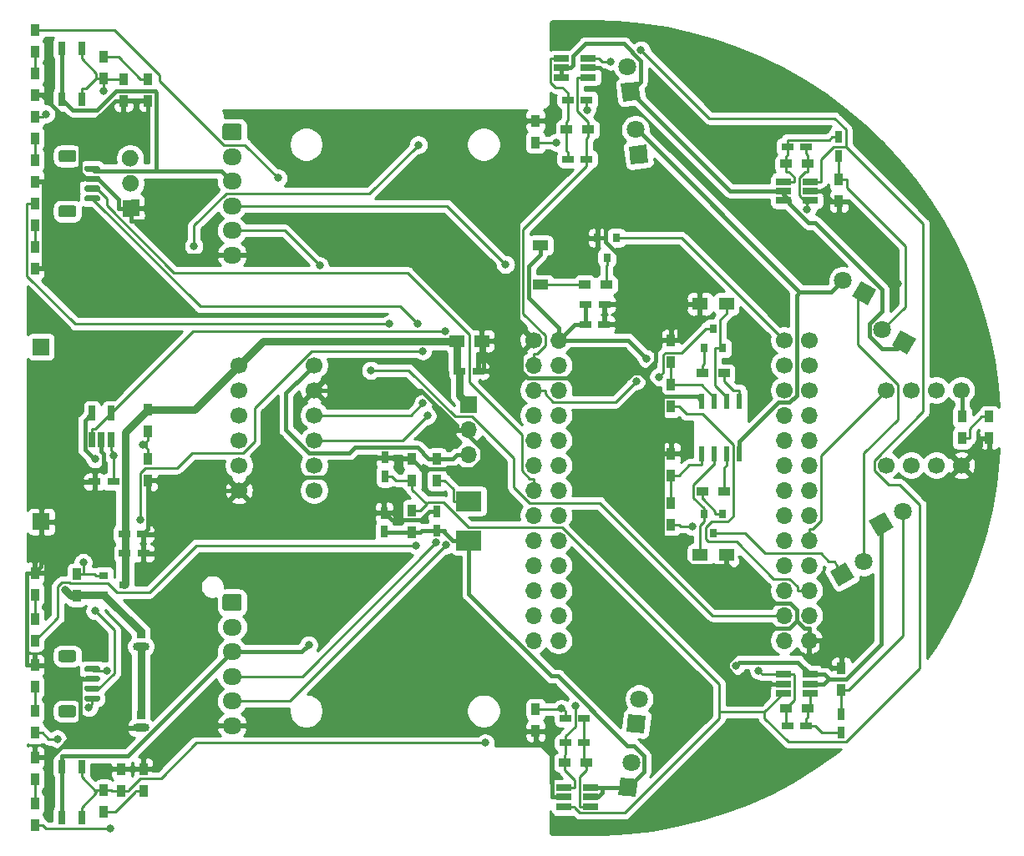
<source format=gbr>
%TF.GenerationSoftware,KiCad,Pcbnew,5.1.10*%
%TF.CreationDate,2021-10-31T20:18:17+09:00*%
%TF.ProjectId,ZeroPCB,5a65726f-5043-4422-9e6b-696361645f70,rev?*%
%TF.SameCoordinates,Original*%
%TF.FileFunction,Copper,L1,Top*%
%TF.FilePolarity,Positive*%
%FSLAX46Y46*%
G04 Gerber Fmt 4.6, Leading zero omitted, Abs format (unit mm)*
G04 Created by KiCad (PCBNEW 5.1.10) date 2021-10-31 20:18:17*
%MOMM*%
%LPD*%
G01*
G04 APERTURE LIST*
%TA.AperFunction,ComponentPad*%
%ADD10R,0.850000X0.850000*%
%TD*%
%TA.AperFunction,ComponentPad*%
%ADD11O,1.700000X0.850000*%
%TD*%
%TA.AperFunction,SMDPad,CuDef*%
%ADD12R,0.900000X1.200000*%
%TD*%
%TA.AperFunction,SMDPad,CuDef*%
%ADD13R,0.750000X1.200000*%
%TD*%
%TA.AperFunction,ComponentPad*%
%ADD14C,1.800000*%
%TD*%
%TA.AperFunction,ComponentPad*%
%ADD15C,0.100000*%
%TD*%
%TA.AperFunction,SMDPad,CuDef*%
%ADD16R,1.560000X0.650000*%
%TD*%
%TA.AperFunction,SMDPad,CuDef*%
%ADD17R,1.200000X0.750000*%
%TD*%
%TA.AperFunction,ComponentPad*%
%ADD18R,1.700000X1.700000*%
%TD*%
%TA.AperFunction,ComponentPad*%
%ADD19O,1.700000X1.700000*%
%TD*%
%TA.AperFunction,ComponentPad*%
%ADD20O,1.950000X1.700000*%
%TD*%
%TA.AperFunction,SMDPad,CuDef*%
%ADD21R,2.500000X2.000000*%
%TD*%
%TA.AperFunction,SMDPad,CuDef*%
%ADD22R,1.600000X1.000000*%
%TD*%
%TA.AperFunction,SMDPad,CuDef*%
%ADD23R,0.900000X0.800000*%
%TD*%
%TA.AperFunction,SMDPad,CuDef*%
%ADD24R,0.800000X0.900000*%
%TD*%
%TA.AperFunction,SMDPad,CuDef*%
%ADD25R,1.200000X0.900000*%
%TD*%
%TA.AperFunction,SMDPad,CuDef*%
%ADD26R,1.500000X1.300000*%
%TD*%
%TA.AperFunction,SMDPad,CuDef*%
%ADD27R,0.700000X1.450000*%
%TD*%
%TA.AperFunction,SMDPad,CuDef*%
%ADD28R,0.650000X1.560000*%
%TD*%
%TA.AperFunction,SMDPad,CuDef*%
%ADD29R,0.600000X1.550000*%
%TD*%
%TA.AperFunction,ComponentPad*%
%ADD30C,1.700000*%
%TD*%
%TA.AperFunction,SMDPad,CuDef*%
%ADD31R,1.500000X1.250000*%
%TD*%
%TA.AperFunction,ViaPad*%
%ADD32C,0.800000*%
%TD*%
%TA.AperFunction,Conductor*%
%ADD33C,0.400000*%
%TD*%
%TA.AperFunction,Conductor*%
%ADD34C,0.250000*%
%TD*%
%TA.AperFunction,Conductor*%
%ADD35C,0.800000*%
%TD*%
%TA.AperFunction,Conductor*%
%ADD36C,0.254000*%
%TD*%
%TA.AperFunction,Conductor*%
%ADD37C,0.100000*%
%TD*%
G04 APERTURE END LIST*
D10*
%TO.P,J1,1*%
%TO.N,Net-(J1-Pad1)*%
X110734000Y-114991000D03*
D11*
%TO.P,J1,2*%
%TO.N,Net-(J1-Pad2)*%
X110734000Y-116241000D03*
%TD*%
%TO.P,J2,2*%
%TO.N,GND*%
X110734000Y-124491000D03*
D10*
%TO.P,J2,1*%
%TO.N,Net-(J1-Pad2)*%
X110734000Y-123241000D03*
%TD*%
D12*
%TO.P,D17,1*%
%TO.N,GND*%
X110984000Y-128691000D03*
%TO.P,D17,2*%
%TO.N,Net-(D17-Pad2)*%
X110984000Y-130891000D03*
%TD*%
D13*
%TO.P,C18,1*%
%TO.N,+3.3VA*%
X135400000Y-104600000D03*
%TO.P,C18,2*%
%TO.N,GND*%
X135400000Y-102700000D03*
%TD*%
D14*
%TO.P,D5,2*%
%TO.N,Net-(D4-Pad1)*%
X184033705Y-107671000D03*
%TA.AperFunction,ComponentPad*%
D15*
%TO.P,D5,1*%
%TO.N,Net-(D5-Pad1)*%
G36*
X181504577Y-110170423D02*
G01*
X180604577Y-108611577D01*
X182163423Y-107711577D01*
X183063423Y-109270423D01*
X181504577Y-110170423D01*
G37*
%TD.AperFunction*%
%TD*%
%TA.AperFunction,ComponentPad*%
%TO.P,D8,1*%
%TO.N,+3.3VA*%
G36*
X189313423Y-85062077D02*
G01*
X188413423Y-86620923D01*
X186854577Y-85720923D01*
X187754577Y-84162077D01*
X189313423Y-85062077D01*
G37*
%TD.AperFunction*%
D14*
%TO.P,D8,2*%
%TO.N,Net-(C8-Pad2)*%
X185884295Y-84121500D03*
%TD*%
D16*
%TO.P,U3,5*%
%TO.N,+3.3VA*%
X153384000Y-57541500D03*
%TO.P,U3,6*%
X153384000Y-58491500D03*
%TO.P,U3,4*%
%TO.N,Net-(C4-Pad1)*%
X153384000Y-56591500D03*
%TO.P,U3,3*%
%TO.N,/IRSensor/1.65V*%
X156084000Y-56591500D03*
%TO.P,U3,2*%
%TO.N,GND*%
X156084000Y-57541500D03*
%TO.P,U3,1*%
%TO.N,/IRSensor/IR_Sensor_IN1*%
X156084000Y-58491500D03*
%TD*%
D13*
%TO.P,C1,2*%
%TO.N,GND*%
X140750000Y-102591000D03*
%TO.P,C1,1*%
%TO.N,+3.3VA*%
X140750000Y-104491000D03*
%TD*%
D17*
%TO.P,C2,2*%
%TO.N,GND*%
X106034000Y-99541500D03*
%TO.P,C2,1*%
%TO.N,Net-(C2-Pad1)*%
X107934000Y-99541500D03*
%TD*%
D13*
%TO.P,C3,2*%
%TO.N,GND*%
X135484000Y-97091400D03*
%TO.P,C3,1*%
%TO.N,/IRSensor/1.65V*%
X135484000Y-98991400D03*
%TD*%
D17*
%TO.P,C4,2*%
%TO.N,Net-(C4-Pad2)*%
X155934000Y-60791500D03*
%TO.P,C4,1*%
%TO.N,Net-(C4-Pad1)*%
X154034000Y-60791500D03*
%TD*%
%TO.P,C5,1*%
%TO.N,/IRSensor/IR_Sensor_IN1*%
X155934000Y-66791500D03*
%TO.P,C5,2*%
%TO.N,Net-(C4-Pad1)*%
X154034000Y-66791500D03*
%TD*%
%TO.P,C6,1*%
%TO.N,Net-(C6-Pad1)*%
X155684000Y-123541000D03*
%TO.P,C6,2*%
%TO.N,Net-(C6-Pad2)*%
X153784000Y-123541000D03*
%TD*%
%TO.P,C7,2*%
%TO.N,Net-(C6-Pad1)*%
X155684000Y-126041000D03*
%TO.P,C7,1*%
%TO.N,/IRSensor/IR_Sensor_IN2*%
X153784000Y-126041000D03*
%TD*%
D13*
%TO.P,C8,1*%
%TO.N,Net-(C10-Pad2)*%
X181484000Y-64550000D03*
%TO.P,C8,2*%
%TO.N,Net-(C8-Pad2)*%
X181484000Y-66450000D03*
%TD*%
%TO.P,C9,1*%
%TO.N,Net-(C11-Pad2)*%
X181734000Y-124991000D03*
%TO.P,C9,2*%
%TO.N,Net-(C9-Pad2)*%
X181734000Y-123091000D03*
%TD*%
D17*
%TO.P,C10,1*%
%TO.N,/IRSensor/IR_Sensor_IN3*%
X178184000Y-65541400D03*
%TO.P,C10,2*%
%TO.N,Net-(C10-Pad2)*%
X176284000Y-65541400D03*
%TD*%
%TO.P,C11,2*%
%TO.N,Net-(C11-Pad2)*%
X178184000Y-124291000D03*
%TO.P,C11,1*%
%TO.N,/IRSensor/IR_Sensor_IN4*%
X176284000Y-124291000D03*
%TD*%
%TO.P,C12,1*%
%TO.N,+BATT*%
X143050000Y-88300000D03*
%TO.P,C12,2*%
%TO.N,GND*%
X144950000Y-88300000D03*
%TD*%
D12*
%TO.P,D1,2*%
%TO.N,Net-(D1-Pad2)*%
X196734000Y-92941500D03*
%TO.P,D1,1*%
%TO.N,GND*%
X196734000Y-95141500D03*
%TD*%
D14*
%TO.P,D2,2*%
%TO.N,+BATT*%
X160874452Y-63820433D03*
%TA.AperFunction,ComponentPad*%
D15*
%TO.P,D2,1*%
%TO.N,Net-(D2-Pad1)*%
G36*
X162186974Y-67125109D02*
G01*
X160400391Y-67344474D01*
X160181026Y-65557891D01*
X161967609Y-65338526D01*
X162186974Y-67125109D01*
G37*
%TD.AperFunction*%
%TD*%
%TA.AperFunction,ComponentPad*%
%TO.P,D3,1*%
%TO.N,Net-(D3-Pad1)*%
G36*
X161717609Y-125093974D02*
G01*
X159931026Y-124874609D01*
X160150391Y-123088026D01*
X161936974Y-123307391D01*
X161717609Y-125093974D01*
G37*
%TD.AperFunction*%
D14*
%TO.P,D3,2*%
%TO.N,Net-(D2-Pad1)*%
X161243548Y-121569933D03*
%TD*%
%TA.AperFunction,ComponentPad*%
D15*
%TO.P,D4,1*%
%TO.N,Net-(D4-Pad1)*%
G36*
X185313423Y-80061977D02*
G01*
X184413423Y-81620823D01*
X182854577Y-80720823D01*
X183754577Y-79161977D01*
X185313423Y-80061977D01*
G37*
%TD.AperFunction*%
D14*
%TO.P,D4,2*%
%TO.N,+BATT*%
X181884295Y-79121400D03*
%TD*%
%TA.AperFunction,ComponentPad*%
D15*
%TO.P,D6,1*%
%TO.N,+3.3VA*%
G36*
X161386974Y-60725009D02*
G01*
X159600391Y-60944374D01*
X159381026Y-59157791D01*
X161167609Y-58938426D01*
X161386974Y-60725009D01*
G37*
%TD.AperFunction*%
D14*
%TO.P,D6,2*%
%TO.N,Net-(C4-Pad2)*%
X160074452Y-57420333D03*
%TD*%
%TO.P,D7,2*%
%TO.N,Net-(C6-Pad2)*%
X160443548Y-128019933D03*
%TA.AperFunction,ComponentPad*%
D15*
%TO.P,D7,1*%
%TO.N,+3.3VA*%
G36*
X160917609Y-131543974D02*
G01*
X159131026Y-131324609D01*
X159350391Y-129538026D01*
X161136974Y-129757391D01*
X160917609Y-131543974D01*
G37*
%TD.AperFunction*%
%TD*%
D14*
%TO.P,D9,2*%
%TO.N,Net-(C9-Pad2)*%
X187983705Y-102571000D03*
%TA.AperFunction,ComponentPad*%
D15*
%TO.P,D9,1*%
%TO.N,+3.3VA*%
G36*
X185454577Y-105070423D02*
G01*
X184554577Y-103511577D01*
X186113423Y-102611577D01*
X187013423Y-104170423D01*
X185454577Y-105070423D01*
G37*
%TD.AperFunction*%
%TD*%
D12*
%TO.P,D10,1*%
%TO.N,GND*%
X99983500Y-60291400D03*
%TO.P,D10,2*%
%TO.N,Net-(D10-Pad2)*%
X99983500Y-58091400D03*
%TD*%
%TO.P,D11,2*%
%TO.N,Net-(D11-Pad2)*%
X99983500Y-66891400D03*
%TO.P,D11,1*%
%TO.N,GND*%
X99983500Y-69091400D03*
%TD*%
%TO.P,D12,1*%
%TO.N,GND*%
X99983500Y-77891500D03*
%TO.P,D12,2*%
%TO.N,Net-(D12-Pad2)*%
X99983500Y-75691500D03*
%TD*%
%TO.P,D13,2*%
%TO.N,Net-(D13-Pad2)*%
X99983500Y-110991000D03*
%TO.P,D13,1*%
%TO.N,GND*%
X99983500Y-108791000D03*
%TD*%
%TO.P,D14,2*%
%TO.N,Net-(D14-Pad2)*%
X99983500Y-120351000D03*
%TO.P,D14,1*%
%TO.N,GND*%
X99983500Y-118151000D03*
%TD*%
%TO.P,D15,2*%
%TO.N,Net-(D15-Pad2)*%
X99983500Y-129711000D03*
%TO.P,D15,1*%
%TO.N,GND*%
X99983500Y-127511000D03*
%TD*%
%TO.P,D16,1*%
%TO.N,GND*%
X111484000Y-60891500D03*
%TO.P,D16,2*%
%TO.N,Net-(D16-Pad2)*%
X111484000Y-58691500D03*
%TD*%
D18*
%TO.P,J3,1*%
%TO.N,+BATT*%
X144000000Y-91750000D03*
D19*
%TO.P,J3,2*%
%TO.N,GND*%
X144000000Y-94290000D03*
%TO.P,J3,3*%
%TO.N,+3V3*%
X144000000Y-96830000D03*
%TD*%
D20*
%TO.P,J4,6*%
%TO.N,GND*%
X119984000Y-76541500D03*
%TO.P,J4,5*%
%TO.N,/MicroController/Left_EncoderB*%
X119984000Y-74041500D03*
%TO.P,J4,4*%
%TO.N,/MicroController/Left_EncoderA*%
X119984000Y-71541500D03*
%TO.P,J4,3*%
%TO.N,+3V3*%
X119984000Y-69041500D03*
%TO.P,J4,2*%
%TO.N,Net-(J4-Pad2)*%
X119984000Y-66541500D03*
%TO.P,J4,1*%
%TO.N,Net-(J4-Pad1)*%
%TA.AperFunction,ComponentPad*%
G36*
G01*
X119259000Y-63191500D02*
X120709000Y-63191500D01*
G75*
G02*
X120959000Y-63441500I0J-250000D01*
G01*
X120959000Y-64641500D01*
G75*
G02*
X120709000Y-64891500I-250000J0D01*
G01*
X119259000Y-64891500D01*
G75*
G02*
X119009000Y-64641500I0J250000D01*
G01*
X119009000Y-63441500D01*
G75*
G02*
X119259000Y-63191500I250000J0D01*
G01*
G37*
%TD.AperFunction*%
%TD*%
%TO.P,J5,1*%
%TO.N,Net-(J5-Pad1)*%
%TA.AperFunction,ComponentPad*%
G36*
G01*
X119259000Y-110941000D02*
X120709000Y-110941000D01*
G75*
G02*
X120959000Y-111191000I0J-250000D01*
G01*
X120959000Y-112391000D01*
G75*
G02*
X120709000Y-112641000I-250000J0D01*
G01*
X119259000Y-112641000D01*
G75*
G02*
X119009000Y-112391000I0J250000D01*
G01*
X119009000Y-111191000D01*
G75*
G02*
X119259000Y-110941000I250000J0D01*
G01*
G37*
%TD.AperFunction*%
%TO.P,J5,2*%
%TO.N,Net-(J5-Pad2)*%
X119984000Y-114291000D03*
%TO.P,J5,3*%
%TO.N,+3V3*%
X119984000Y-116791000D03*
%TO.P,J5,4*%
%TO.N,/MicroController/Right_EncoderA*%
X119984000Y-119291000D03*
%TO.P,J5,5*%
%TO.N,/MicroController/Right_EncoderB*%
X119984000Y-121791000D03*
%TO.P,J5,6*%
%TO.N,GND*%
X119984000Y-124291000D03*
%TD*%
%TO.P,J10,MP*%
%TO.N,N/C*%
%TA.AperFunction,SMDPad,CuDef*%
G36*
G01*
X103934001Y-67091400D02*
X102633999Y-67091400D01*
G75*
G02*
X102384000Y-66841401I0J249999D01*
G01*
X102384000Y-66141399D01*
G75*
G02*
X102633999Y-65891400I249999J0D01*
G01*
X103934001Y-65891400D01*
G75*
G02*
X104184000Y-66141399I0J-249999D01*
G01*
X104184000Y-66841401D01*
G75*
G02*
X103934001Y-67091400I-249999J0D01*
G01*
G37*
%TD.AperFunction*%
%TA.AperFunction,SMDPad,CuDef*%
G36*
G01*
X103934001Y-72691400D02*
X102633999Y-72691400D01*
G75*
G02*
X102384000Y-72441401I0J249999D01*
G01*
X102384000Y-71741399D01*
G75*
G02*
X102633999Y-71491400I249999J0D01*
G01*
X103934001Y-71491400D01*
G75*
G02*
X104184000Y-71741399I0J-249999D01*
G01*
X104184000Y-72441401D01*
G75*
G02*
X103934001Y-72691400I-249999J0D01*
G01*
G37*
%TD.AperFunction*%
%TO.P,J10,4*%
%TO.N,+3V3*%
%TA.AperFunction,SMDPad,CuDef*%
G36*
G01*
X106434000Y-68091400D02*
X105184000Y-68091400D01*
G75*
G02*
X105034000Y-67941400I0J150000D01*
G01*
X105034000Y-67641400D01*
G75*
G02*
X105184000Y-67491400I150000J0D01*
G01*
X106434000Y-67491400D01*
G75*
G02*
X106584000Y-67641400I0J-150000D01*
G01*
X106584000Y-67941400D01*
G75*
G02*
X106434000Y-68091400I-150000J0D01*
G01*
G37*
%TD.AperFunction*%
%TO.P,J10,3*%
%TO.N,GND*%
%TA.AperFunction,SMDPad,CuDef*%
G36*
G01*
X106434000Y-69091400D02*
X105184000Y-69091400D01*
G75*
G02*
X105034000Y-68941400I0J150000D01*
G01*
X105034000Y-68641400D01*
G75*
G02*
X105184000Y-68491400I150000J0D01*
G01*
X106434000Y-68491400D01*
G75*
G02*
X106584000Y-68641400I0J-150000D01*
G01*
X106584000Y-68941400D01*
G75*
G02*
X106434000Y-69091400I-150000J0D01*
G01*
G37*
%TD.AperFunction*%
%TO.P,J10,2*%
%TO.N,/Communication/UART_TX*%
%TA.AperFunction,SMDPad,CuDef*%
G36*
G01*
X106434000Y-70091400D02*
X105184000Y-70091400D01*
G75*
G02*
X105034000Y-69941400I0J150000D01*
G01*
X105034000Y-69641400D01*
G75*
G02*
X105184000Y-69491400I150000J0D01*
G01*
X106434000Y-69491400D01*
G75*
G02*
X106584000Y-69641400I0J-150000D01*
G01*
X106584000Y-69941400D01*
G75*
G02*
X106434000Y-70091400I-150000J0D01*
G01*
G37*
%TD.AperFunction*%
%TO.P,J10,1*%
%TO.N,/Communication/UART_RX*%
%TA.AperFunction,SMDPad,CuDef*%
G36*
G01*
X106434000Y-71091400D02*
X105184000Y-71091400D01*
G75*
G02*
X105034000Y-70941400I0J150000D01*
G01*
X105034000Y-70641400D01*
G75*
G02*
X105184000Y-70491400I150000J0D01*
G01*
X106434000Y-70491400D01*
G75*
G02*
X106584000Y-70641400I0J-150000D01*
G01*
X106584000Y-70941400D01*
G75*
G02*
X106434000Y-71091400I-150000J0D01*
G01*
G37*
%TD.AperFunction*%
%TD*%
%TO.P,J11,1*%
%TO.N,/Communication/SWCLK*%
%TA.AperFunction,SMDPad,CuDef*%
G36*
G01*
X106434000Y-121841000D02*
X105184000Y-121841000D01*
G75*
G02*
X105034000Y-121691000I0J150000D01*
G01*
X105034000Y-121391000D01*
G75*
G02*
X105184000Y-121241000I150000J0D01*
G01*
X106434000Y-121241000D01*
G75*
G02*
X106584000Y-121391000I0J-150000D01*
G01*
X106584000Y-121691000D01*
G75*
G02*
X106434000Y-121841000I-150000J0D01*
G01*
G37*
%TD.AperFunction*%
%TO.P,J11,2*%
%TO.N,/Communication/SWDIO*%
%TA.AperFunction,SMDPad,CuDef*%
G36*
G01*
X106434000Y-120841000D02*
X105184000Y-120841000D01*
G75*
G02*
X105034000Y-120691000I0J150000D01*
G01*
X105034000Y-120391000D01*
G75*
G02*
X105184000Y-120241000I150000J0D01*
G01*
X106434000Y-120241000D01*
G75*
G02*
X106584000Y-120391000I0J-150000D01*
G01*
X106584000Y-120691000D01*
G75*
G02*
X106434000Y-120841000I-150000J0D01*
G01*
G37*
%TD.AperFunction*%
%TO.P,J11,3*%
%TO.N,GND*%
%TA.AperFunction,SMDPad,CuDef*%
G36*
G01*
X106434000Y-119841000D02*
X105184000Y-119841000D01*
G75*
G02*
X105034000Y-119691000I0J150000D01*
G01*
X105034000Y-119391000D01*
G75*
G02*
X105184000Y-119241000I150000J0D01*
G01*
X106434000Y-119241000D01*
G75*
G02*
X106584000Y-119391000I0J-150000D01*
G01*
X106584000Y-119691000D01*
G75*
G02*
X106434000Y-119841000I-150000J0D01*
G01*
G37*
%TD.AperFunction*%
%TO.P,J11,4*%
%TO.N,/Communication/NRST*%
%TA.AperFunction,SMDPad,CuDef*%
G36*
G01*
X106434000Y-118841000D02*
X105184000Y-118841000D01*
G75*
G02*
X105034000Y-118691000I0J150000D01*
G01*
X105034000Y-118391000D01*
G75*
G02*
X105184000Y-118241000I150000J0D01*
G01*
X106434000Y-118241000D01*
G75*
G02*
X106584000Y-118391000I0J-150000D01*
G01*
X106584000Y-118691000D01*
G75*
G02*
X106434000Y-118841000I-150000J0D01*
G01*
G37*
%TD.AperFunction*%
%TO.P,J11,MP*%
%TO.N,N/C*%
%TA.AperFunction,SMDPad,CuDef*%
G36*
G01*
X103934001Y-123441000D02*
X102633999Y-123441000D01*
G75*
G02*
X102384000Y-123191001I0J249999D01*
G01*
X102384000Y-122490999D01*
G75*
G02*
X102633999Y-122241000I249999J0D01*
G01*
X103934001Y-122241000D01*
G75*
G02*
X104184000Y-122490999I0J-249999D01*
G01*
X104184000Y-123191001D01*
G75*
G02*
X103934001Y-123441000I-249999J0D01*
G01*
G37*
%TD.AperFunction*%
%TA.AperFunction,SMDPad,CuDef*%
G36*
G01*
X103934001Y-117841000D02*
X102633999Y-117841000D01*
G75*
G02*
X102384000Y-117591001I0J249999D01*
G01*
X102384000Y-116890999D01*
G75*
G02*
X102633999Y-116641000I249999J0D01*
G01*
X103934001Y-116641000D01*
G75*
G02*
X104184000Y-116890999I0J-249999D01*
G01*
X104184000Y-117591001D01*
G75*
G02*
X103934001Y-117841000I-249999J0D01*
G01*
G37*
%TD.AperFunction*%
%TD*%
D21*
%TO.P,L1,2*%
%TO.N,+3.3VA*%
X144000000Y-105500000D03*
%TO.P,L1,1*%
%TO.N,Net-(L1-Pad1)*%
X144000000Y-101500000D03*
%TD*%
D22*
%TO.P,LS1,2*%
%TO.N,Net-(LS1-Pad2)*%
X151234000Y-79541400D03*
%TO.P,LS1,1*%
%TO.N,+3V3*%
X151234000Y-75541400D03*
%TD*%
D23*
%TO.P,Q1,1*%
%TO.N,Net-(Q1-Pad1)*%
X106984000Y-109091000D03*
%TO.P,Q1,2*%
%TO.N,Net-(J1-Pad1)*%
X106984000Y-110991000D03*
%TO.P,Q1,3*%
%TO.N,+BATT*%
X108984000Y-110041000D03*
%TD*%
D24*
%TO.P,Q2,3*%
%TO.N,Net-(D3-Pad1)*%
X168750000Y-84000000D03*
%TO.P,Q2,2*%
%TO.N,Net-(Q2-Pad2)*%
X169700000Y-86000000D03*
%TO.P,Q2,1*%
%TO.N,Net-(Q2-Pad1)*%
X167800000Y-86000000D03*
%TD*%
%TO.P,Q3,1*%
%TO.N,Net-(Q3-Pad1)*%
X169700000Y-102791000D03*
%TO.P,Q3,2*%
%TO.N,Net-(Q3-Pad2)*%
X167800000Y-102791000D03*
%TO.P,Q3,3*%
%TO.N,Net-(D5-Pad1)*%
X168750000Y-104791000D03*
%TD*%
%TO.P,Q4,3*%
%TO.N,Net-(Q4-Pad3)*%
X157984000Y-76791500D03*
%TO.P,Q4,2*%
%TO.N,GND*%
X157034000Y-74791500D03*
%TO.P,Q4,1*%
%TO.N,/Debug/Buzzer*%
X158934000Y-74791500D03*
%TD*%
D12*
%TO.P,R1,2*%
%TO.N,Net-(Q1-Pad1)*%
X104234000Y-108941000D03*
%TO.P,R1,1*%
%TO.N,Net-(J1-Pad1)*%
X104234000Y-111141000D03*
%TD*%
%TO.P,R2,2*%
%TO.N,Net-(D1-Pad2)*%
X193984000Y-95141500D03*
%TO.P,R2,1*%
%TO.N,+3V3*%
X193984000Y-92941500D03*
%TD*%
%TO.P,R3,2*%
%TO.N,+3V3*%
X140750000Y-97191400D03*
%TO.P,R3,1*%
%TO.N,Net-(L1-Pad1)*%
X140750000Y-99391400D03*
%TD*%
%TO.P,R4,2*%
%TO.N,Net-(C2-Pad1)*%
X111484000Y-94391400D03*
%TO.P,R4,1*%
%TO.N,+BATT*%
X111484000Y-92191400D03*
%TD*%
%TO.P,R5,1*%
%TO.N,Net-(C2-Pad1)*%
X111484000Y-97191500D03*
%TO.P,R5,2*%
%TO.N,GND*%
X111484000Y-99391500D03*
%TD*%
%TO.P,R6,1*%
%TO.N,/IRSensor/1.65V*%
X138234000Y-102441000D03*
%TO.P,R6,2*%
%TO.N,+3.3VA*%
X138234000Y-104641000D03*
%TD*%
%TO.P,R7,2*%
%TO.N,/IRSensor/1.65V*%
X138234000Y-99391500D03*
%TO.P,R7,1*%
%TO.N,GND*%
X138234000Y-97191500D03*
%TD*%
%TO.P,R8,2*%
%TO.N,Net-(R8-Pad2)*%
X164484000Y-89691400D03*
%TO.P,R8,1*%
%TO.N,/IRSensor/IR_Sensor_OUT1*%
X164484000Y-91891400D03*
%TD*%
%TO.P,R9,2*%
%TO.N,GND*%
X164484000Y-85191400D03*
%TO.P,R9,1*%
%TO.N,Net-(R8-Pad2)*%
X164484000Y-87391400D03*
%TD*%
%TO.P,R10,1*%
%TO.N,/IRSensor/IR_Sensor_OUT2*%
X164484000Y-103891000D03*
%TO.P,R10,2*%
%TO.N,Net-(R10-Pad2)*%
X164484000Y-101691000D03*
%TD*%
%TO.P,R11,1*%
%TO.N,Net-(R10-Pad2)*%
X164484000Y-98891500D03*
%TO.P,R11,2*%
%TO.N,GND*%
X164484000Y-96691500D03*
%TD*%
D25*
%TO.P,R12,2*%
%TO.N,Net-(R12-Pad2)*%
X169834000Y-88541400D03*
%TO.P,R12,1*%
%TO.N,Net-(Q2-Pad1)*%
X167634000Y-88541400D03*
%TD*%
%TO.P,R13,1*%
%TO.N,Net-(Q3-Pad1)*%
X167634000Y-100541000D03*
%TO.P,R13,2*%
%TO.N,Net-(R13-Pad2)*%
X169834000Y-100541000D03*
%TD*%
D26*
%TO.P,R14,1*%
%TO.N,GND*%
X167400000Y-81500000D03*
%TO.P,R14,2*%
%TO.N,Net-(Q2-Pad2)*%
X170100000Y-81500000D03*
%TD*%
%TO.P,R15,2*%
%TO.N,Net-(Q3-Pad2)*%
X167400000Y-107000000D03*
%TO.P,R15,1*%
%TO.N,GND*%
X170100000Y-107000000D03*
%TD*%
D12*
%TO.P,R16,1*%
%TO.N,GND*%
X150734000Y-62900000D03*
%TO.P,R16,2*%
%TO.N,Net-(C4-Pad2)*%
X150734000Y-65100000D03*
%TD*%
D25*
%TO.P,R17,2*%
%TO.N,Net-(C4-Pad1)*%
X153884000Y-63791500D03*
%TO.P,R17,1*%
%TO.N,/IRSensor/IR_Sensor_IN1*%
X156084000Y-63791500D03*
%TD*%
D12*
%TO.P,R18,1*%
%TO.N,GND*%
X150750000Y-124850000D03*
%TO.P,R18,2*%
%TO.N,Net-(C6-Pad2)*%
X150750000Y-122650000D03*
%TD*%
D25*
%TO.P,R19,2*%
%TO.N,Net-(C6-Pad1)*%
X155934000Y-128041000D03*
%TO.P,R19,1*%
%TO.N,/IRSensor/IR_Sensor_IN2*%
X153734000Y-128041000D03*
%TD*%
D12*
%TO.P,R20,1*%
%TO.N,GND*%
X181500000Y-71100000D03*
%TO.P,R20,2*%
%TO.N,Net-(C8-Pad2)*%
X181500000Y-68900000D03*
%TD*%
%TO.P,R21,2*%
%TO.N,Net-(C9-Pad2)*%
X181734000Y-120641000D03*
%TO.P,R21,1*%
%TO.N,GND*%
X181734000Y-118441000D03*
%TD*%
D25*
%TO.P,R22,1*%
%TO.N,/IRSensor/IR_Sensor_IN3*%
X178334000Y-67291400D03*
%TO.P,R22,2*%
%TO.N,Net-(C10-Pad2)*%
X176134000Y-67291400D03*
%TD*%
%TO.P,R23,1*%
%TO.N,/IRSensor/IR_Sensor_IN4*%
X176134000Y-122541000D03*
%TO.P,R23,2*%
%TO.N,Net-(C11-Pad2)*%
X178334000Y-122541000D03*
%TD*%
D12*
%TO.P,R24,1*%
%TO.N,Net-(D10-Pad2)*%
X99983500Y-55891400D03*
%TO.P,R24,2*%
%TO.N,/Debug/LED1*%
X99983500Y-53691400D03*
%TD*%
%TO.P,R25,2*%
%TO.N,/Debug/LED2*%
X99983500Y-62491500D03*
%TO.P,R25,1*%
%TO.N,Net-(D11-Pad2)*%
X99983500Y-64691500D03*
%TD*%
%TO.P,R26,2*%
%TO.N,/Debug/LED3*%
X99983500Y-71291400D03*
%TO.P,R26,1*%
%TO.N,Net-(D12-Pad2)*%
X99983500Y-73491400D03*
%TD*%
%TO.P,R27,1*%
%TO.N,Net-(D13-Pad2)*%
X99983500Y-113471000D03*
%TO.P,R27,2*%
%TO.N,/Debug/LED4*%
X99983500Y-115671000D03*
%TD*%
%TO.P,R28,2*%
%TO.N,/Debug/LED5*%
X99983500Y-125031000D03*
%TO.P,R28,1*%
%TO.N,Net-(D14-Pad2)*%
X99983500Y-122831000D03*
%TD*%
D25*
%TO.P,R29,1*%
%TO.N,Net-(LS1-Pad2)*%
X155734000Y-79541500D03*
%TO.P,R29,2*%
%TO.N,Net-(Q4-Pad3)*%
X157934000Y-79541500D03*
%TD*%
D12*
%TO.P,R30,2*%
%TO.N,/Debug/LED6*%
X99983500Y-134391000D03*
%TO.P,R30,1*%
%TO.N,Net-(D15-Pad2)*%
X99983500Y-132191000D03*
%TD*%
%TO.P,R31,2*%
%TO.N,/Debug/Button1*%
X106984000Y-58641500D03*
%TO.P,R31,1*%
%TO.N,Net-(D16-Pad2)*%
X106984000Y-56441500D03*
%TD*%
%TO.P,R32,1*%
%TO.N,GND*%
X108984000Y-60891500D03*
%TO.P,R32,2*%
%TO.N,/Debug/Button1*%
X108984000Y-58691500D03*
%TD*%
%TO.P,R33,1*%
%TO.N,Net-(D17-Pad2)*%
X106984000Y-133041000D03*
%TO.P,R33,2*%
%TO.N,/Debug/Button2*%
X106984000Y-130841000D03*
%TD*%
%TO.P,R34,1*%
%TO.N,GND*%
X108734000Y-128691000D03*
%TO.P,R34,2*%
%TO.N,/Debug/Button2*%
X108734000Y-130891000D03*
%TD*%
%TA.AperFunction,ComponentPad*%
D15*
%TO.P,SW1,1*%
%TO.N,GND*%
G36*
X110569036Y-70926795D02*
G01*
X110598705Y-72626536D01*
X108898964Y-72656205D01*
X108869295Y-70956464D01*
X110569036Y-70926795D01*
G37*
%TD.AperFunction*%
%TO.P,SW1,2*%
%TO.N,Net-(Q1-Pad1)*%
%TA.AperFunction,ComponentPad*%
G36*
G01*
X110539542Y-69237052D02*
X110539542Y-69237052D01*
G75*
G02*
X109704506Y-70101758I-849871J-14835D01*
G01*
X109704506Y-70101758D01*
G75*
G02*
X108839800Y-69266722I-14835J849871D01*
G01*
X108839800Y-69266722D01*
G75*
G02*
X109674836Y-68402016I849871J14835D01*
G01*
X109674836Y-68402016D01*
G75*
G02*
X110539542Y-69237052I14835J-849871D01*
G01*
G37*
%TD.AperFunction*%
%TO.P,SW1,3*%
%TO.N,N/C*%
%TA.AperFunction,ComponentPad*%
G36*
G01*
X110495213Y-66697439D02*
X110495213Y-66697439D01*
G75*
G02*
X109660177Y-67562145I-849871J-14835D01*
G01*
X109660177Y-67562145D01*
G75*
G02*
X108795471Y-66727109I-14835J849871D01*
G01*
X108795471Y-66727109D01*
G75*
G02*
X109630507Y-65862403I849871J14835D01*
G01*
X109630507Y-65862403D01*
G75*
G02*
X110495213Y-66697439I14835J-849871D01*
G01*
G37*
%TD.AperFunction*%
%TD*%
D27*
%TO.P,SW2,2*%
%TO.N,/Debug/Button1*%
X104734000Y-55561500D03*
X104734000Y-60721500D03*
%TO.P,SW2,1*%
%TO.N,+3V3*%
X102734000Y-60721500D03*
X102734000Y-55561500D03*
%TD*%
%TO.P,SW3,1*%
%TO.N,+3V3*%
X102734000Y-128461000D03*
X102734000Y-133621000D03*
%TO.P,SW3,2*%
%TO.N,/Debug/Button2*%
X104734000Y-133621000D03*
X104734000Y-128461000D03*
%TD*%
D28*
%TO.P,U1,5*%
%TO.N,+3V3*%
X105784000Y-92591500D03*
%TO.P,U1,4*%
%TO.N,/MicroController/BAT_REF*%
X107684000Y-92591500D03*
%TO.P,U1,3*%
%TO.N,Net-(C2-Pad1)*%
X107684000Y-95291500D03*
%TO.P,U1,2*%
%TO.N,GND*%
X106734000Y-95291500D03*
%TO.P,U1,1*%
%TO.N,/MicroController/BAT_REF*%
X105784000Y-95291500D03*
%TD*%
D29*
%TO.P,U2,8*%
%TO.N,+BATT*%
X171405000Y-96741400D03*
%TO.P,U2,7*%
%TO.N,Net-(R13-Pad2)*%
X170135000Y-96741400D03*
%TO.P,U2,6*%
%TO.N,Net-(Q3-Pad2)*%
X168865000Y-96741400D03*
%TO.P,U2,5*%
%TO.N,Net-(R10-Pad2)*%
X167595000Y-96741400D03*
%TO.P,U2,4*%
%TO.N,GND*%
X167595000Y-91341400D03*
%TO.P,U2,3*%
%TO.N,Net-(R8-Pad2)*%
X168865000Y-91341400D03*
%TO.P,U2,2*%
%TO.N,Net-(Q2-Pad2)*%
X170135000Y-91341400D03*
%TO.P,U2,1*%
%TO.N,Net-(R12-Pad2)*%
X171405000Y-91341400D03*
%TD*%
D16*
%TO.P,U4,5*%
%TO.N,+3.3VA*%
X156334000Y-131541000D03*
%TO.P,U4,6*%
X156334000Y-130591000D03*
%TO.P,U4,4*%
%TO.N,Net-(C6-Pad1)*%
X156334000Y-132491000D03*
%TO.P,U4,3*%
%TO.N,/IRSensor/1.65V*%
X153634000Y-132491000D03*
%TO.P,U4,2*%
%TO.N,GND*%
X153634000Y-131541000D03*
%TO.P,U4,1*%
%TO.N,/IRSensor/IR_Sensor_IN2*%
X153634000Y-130591000D03*
%TD*%
%TO.P,U5,1*%
%TO.N,/IRSensor/IR_Sensor_IN3*%
X178584000Y-70991500D03*
%TO.P,U5,2*%
%TO.N,GND*%
X178584000Y-70041500D03*
%TO.P,U5,3*%
%TO.N,/IRSensor/1.65V*%
X178584000Y-69091500D03*
%TO.P,U5,4*%
%TO.N,Net-(C10-Pad2)*%
X175884000Y-69091500D03*
%TO.P,U5,6*%
%TO.N,+3.3VA*%
X175884000Y-70991500D03*
%TO.P,U5,5*%
X175884000Y-70041500D03*
%TD*%
%TO.P,U6,1*%
%TO.N,/IRSensor/IR_Sensor_IN4*%
X175884000Y-119100000D03*
%TO.P,U6,2*%
%TO.N,GND*%
X175884000Y-120050000D03*
%TO.P,U6,3*%
%TO.N,/IRSensor/1.65V*%
X175884000Y-121000000D03*
%TO.P,U6,4*%
%TO.N,Net-(C11-Pad2)*%
X178584000Y-121000000D03*
%TO.P,U6,6*%
%TO.N,+3.3VA*%
X178584000Y-119100000D03*
%TO.P,U6,5*%
X178584000Y-120050000D03*
%TD*%
D30*
%TO.P,J6,8*%
%TO.N,GND*%
X193895000Y-97867500D03*
%TO.P,J6,7*%
%TO.N,N/C*%
X191355000Y-97867500D03*
%TO.P,J6,6*%
X188815000Y-97867500D03*
%TO.P,J6,5*%
%TO.N,/GyroSensor/IMU_CS*%
X186275000Y-97867500D03*
%TO.P,J6,4*%
%TO.N,/GyroSensor/IMU_MISO*%
X186275000Y-90247500D03*
%TO.P,J6,3*%
%TO.N,/GyroSensor/IMU_MOSI*%
X188815000Y-90247500D03*
%TO.P,J6,2*%
%TO.N,/GyroSensor/IMU_CLK*%
X191355000Y-90247500D03*
%TO.P,J6,1*%
%TO.N,+3V3*%
X193895000Y-90247500D03*
%TD*%
%TO.P,J8,1*%
%TO.N,+BATT*%
X120674000Y-87707500D03*
%TO.P,J8,2*%
%TO.N,Net-(J4-Pad2)*%
X120674000Y-90247500D03*
%TO.P,J8,3*%
%TO.N,Net-(J4-Pad1)*%
X120674000Y-92787500D03*
%TO.P,J8,4*%
%TO.N,Net-(J5-Pad2)*%
X120674000Y-95327500D03*
%TO.P,J8,5*%
%TO.N,Net-(J5-Pad1)*%
X120674000Y-97867500D03*
%TO.P,J8,6*%
%TO.N,GND*%
X120674000Y-100407500D03*
%TO.P,J8,7*%
%TO.N,/MicroController/Right_Motor_OUT2*%
X128294000Y-100407500D03*
%TO.P,J8,8*%
%TO.N,/MicroController/Right_Motor_OUT1*%
X128294000Y-97867500D03*
%TO.P,J8,9*%
%TO.N,/MicroController/Left_Motor_OUT2*%
X128294000Y-95327500D03*
%TO.P,J8,10*%
%TO.N,/MicroController/Left_Motor_OUT1*%
X128294000Y-92787500D03*
%TO.P,J8,11*%
%TO.N,GND*%
X128294000Y-90247500D03*
%TO.P,J8,12*%
%TO.N,+3V3*%
X128294000Y-87707500D03*
%TD*%
D31*
%TO.P,C13,2*%
%TO.N,GND*%
X145300000Y-85250000D03*
%TO.P,C13,1*%
%TO.N,+BATT*%
X142800000Y-85250000D03*
%TD*%
D19*
%TO.P,J7,46*%
%TO.N,/MicroController/Left_Motor_OUT2*%
X175934000Y-92787400D03*
%TO.P,J7,45*%
%TO.N,/MicroController/Left_Motor_OUT1*%
X178474000Y-92787400D03*
%TO.P,J7,44*%
%TO.N,N/C*%
X175934000Y-95327400D03*
%TO.P,J7,43*%
%TO.N,/Communication/SWCLK*%
X178474000Y-95327400D03*
%TO.P,J7,42*%
%TO.N,/Communication/SWDIO*%
X175934000Y-97867400D03*
%TO.P,J7,41*%
%TO.N,N/C*%
X178474000Y-97867400D03*
%TO.P,J7,40*%
X175934000Y-100407400D03*
%TO.P,J7,39*%
X178474000Y-100407400D03*
%TO.P,J7,38*%
X175934000Y-102947400D03*
%TO.P,J7,37*%
X178474000Y-102947400D03*
%TO.P,J7,36*%
%TO.N,/GyroSensor/IMU_MOSI*%
X175934000Y-105487400D03*
%TO.P,J7,35*%
%TO.N,/GyroSensor/IMU_MISO*%
X178474000Y-105487400D03*
%TO.P,J7,34*%
%TO.N,/GyroSensor/IMU_CLK*%
X175934000Y-108027400D03*
%TO.P,J7,33*%
%TO.N,/GyroSensor/IMU_CS*%
X178474000Y-108027400D03*
%TO.P,J7,32*%
%TO.N,/IRSensor/IR_Sensor_OUT2*%
X175934000Y-110567400D03*
%TO.P,J7,31*%
%TO.N,/IRSensor/IR_Sensor_OUT1*%
X178474000Y-110567400D03*
%TO.P,J7,30*%
%TO.N,/MicroController/Left_EncoderB*%
X175934000Y-113107400D03*
%TO.P,J7,29*%
%TO.N,/MicroController/Left_EncoderA*%
X178474000Y-113107400D03*
%TO.P,J7,28*%
%TO.N,+3V3*%
X175934000Y-115647400D03*
%TO.P,J7,27*%
%TO.N,GND*%
X178474000Y-115647400D03*
%TO.P,J7,26*%
%TO.N,/Communication/NRST*%
X153074000Y-115647400D03*
%TO.P,J7,25*%
%TO.N,+3V3*%
X150534000Y-115647400D03*
%TO.P,J7,24*%
%TO.N,/MicroController/Right_Motor_OUT2*%
X153074000Y-113107400D03*
%TO.P,J7,23*%
%TO.N,/MicroController/Right_Motor_OUT1*%
X150534000Y-113107400D03*
%TO.P,J7,22*%
%TO.N,/Debug/LED6*%
X153074000Y-110567400D03*
%TO.P,J7,21*%
%TO.N,/Debug/LED5*%
X150534000Y-110567400D03*
%TO.P,J7,20*%
%TO.N,/Debug/LED4*%
X153074000Y-108027400D03*
%TO.P,J7,19*%
%TO.N,/Debug/LED3*%
X150534000Y-108027400D03*
%TO.P,J7,18*%
%TO.N,/Debug/LED2*%
X153074000Y-105487400D03*
%TO.P,J7,17*%
%TO.N,/Debug/LED1*%
X150534000Y-105487400D03*
%TO.P,J7,16*%
%TO.N,/Debug/Button2*%
X153074000Y-102947400D03*
%TO.P,J7,15*%
%TO.N,/Debug/Button1*%
X150534000Y-102947400D03*
%TO.P,J7,14*%
%TO.N,/Communication/UART_RX*%
X153074000Y-100407400D03*
%TO.P,J7,13*%
%TO.N,/Communication/UART_TX*%
X150534000Y-100407400D03*
%TO.P,J7,12*%
%TO.N,N/C*%
X153074000Y-97867400D03*
%TO.P,J7,11*%
X150534000Y-97867400D03*
%TO.P,J7,10*%
%TO.N,/MicroController/Right_EncoderB*%
X153074000Y-95327400D03*
%TO.P,J7,9*%
%TO.N,/MicroController/Right_EncoderA*%
X150534000Y-95327400D03*
%TO.P,J7,8*%
%TO.N,N/C*%
X153074000Y-92787400D03*
%TO.P,J7,7*%
%TO.N,/MicroController/BAT_REF*%
X150534000Y-92787400D03*
%TO.P,J7,6*%
%TO.N,/IRSensor/IR_Sensor_IN4*%
X153074000Y-90247400D03*
%TO.P,J7,5*%
%TO.N,/IRSensor/IR_Sensor_IN3*%
X150534000Y-90247400D03*
%TO.P,J7,4*%
%TO.N,/IRSensor/IR_Sensor_IN2*%
X153074000Y-87707400D03*
%TO.P,J7,3*%
%TO.N,/IRSensor/IR_Sensor_IN1*%
X150534000Y-87707400D03*
%TO.P,J7,2*%
%TO.N,+3V3*%
X153074000Y-85167400D03*
D30*
%TO.P,J7,1*%
%TO.N,GND*%
X150534000Y-85167400D03*
%TO.P,J7,47*%
%TO.N,N/C*%
X178474000Y-90247400D03*
%TO.P,J7,48*%
X175934000Y-90247400D03*
%TO.P,J7,49*%
X178474000Y-87707400D03*
%TO.P,J7,50*%
X175934000Y-87707400D03*
%TO.P,J7,51*%
X178474000Y-85167400D03*
%TO.P,J7,52*%
%TO.N,/Debug/Buzzer*%
X175934000Y-85167400D03*
%TD*%
D18*
%TO.P,J9,1*%
%TO.N,Net-(J1-Pad1)*%
X100600000Y-85850000D03*
%TD*%
%TO.P,J12,1*%
%TO.N,GND*%
X100650000Y-103600000D03*
%TD*%
D17*
%TO.P,C14,1*%
%TO.N,+BATT*%
X109050000Y-104850000D03*
%TO.P,C14,2*%
%TO.N,GND*%
X110950000Y-104850000D03*
%TD*%
%TO.P,C15,1*%
%TO.N,+3V3*%
X155800000Y-83550000D03*
%TO.P,C15,2*%
%TO.N,GND*%
X157700000Y-83550000D03*
%TD*%
%TO.P,C16,2*%
%TO.N,GND*%
X111000000Y-106800000D03*
%TO.P,C16,1*%
%TO.N,+BATT*%
X109100000Y-106800000D03*
%TD*%
%TO.P,C17,2*%
%TO.N,GND*%
X157750000Y-81550000D03*
%TO.P,C17,1*%
%TO.N,+3V3*%
X155850000Y-81550000D03*
%TD*%
D32*
%TO.N,GND*%
X187495300Y-79427200D03*
X131500000Y-87750000D03*
X131452500Y-90247500D03*
X114800000Y-118600000D03*
X114800000Y-102600000D03*
X114800000Y-117000000D03*
X114800000Y-101200000D03*
X157000000Y-71400000D03*
X159400000Y-71400000D03*
X154400000Y-71400000D03*
X154400000Y-71400000D03*
X154400000Y-71400000D03*
X162600000Y-71400000D03*
X172000000Y-121000000D03*
X194400000Y-84200000D03*
X172100000Y-127650000D03*
X164750000Y-111900000D03*
X167450000Y-114400000D03*
X165300000Y-117950000D03*
X138850000Y-69500000D03*
X142050000Y-69450000D03*
X146500000Y-119450000D03*
X149600000Y-119500000D03*
X194400000Y-86200000D03*
X194350000Y-100200000D03*
X194350000Y-101450000D03*
X173050000Y-85300000D03*
X173050000Y-87400000D03*
X173100000Y-89900000D03*
X181886100Y-111686100D03*
X181850000Y-115100000D03*
X178400000Y-75750000D03*
X175500000Y-73150000D03*
X162850000Y-59250000D03*
X162850000Y-60900000D03*
X164650000Y-77700000D03*
X164550000Y-81500000D03*
%TO.N,+3.3VA*%
X171062600Y-118208600D03*
%TO.N,Net-(C2-Pad1)*%
X110943800Y-95791400D03*
X107936900Y-96866000D03*
%TO.N,/IRSensor/1.65V*%
X158390200Y-56881900D03*
X161429647Y-55720141D03*
%TO.N,Net-(C4-Pad2)*%
X152830000Y-65100000D03*
X155950000Y-61800000D03*
%TO.N,Net-(C6-Pad2)*%
X153352600Y-122564800D03*
%TO.N,/IRSensor/IR_Sensor_IN2*%
X154819400Y-122244200D03*
%TO.N,/IRSensor/IR_Sensor_IN3*%
X178273100Y-71948800D03*
X160955100Y-89311200D03*
%TO.N,/IRSensor/IR_Sensor_IN4*%
X173360000Y-118691400D03*
%TO.N,Net-(D3-Pad1)*%
X163236100Y-88908800D03*
%TO.N,Net-(J1-Pad1)*%
X103050000Y-110500000D03*
%TO.N,+3V3*%
X106117200Y-97232800D03*
X162022000Y-87071700D03*
X127750000Y-116100000D03*
%TO.N,/MicroController/Left_EncoderA*%
X147694100Y-77486500D03*
%TO.N,/MicroController/Left_EncoderB*%
X134050400Y-88226800D03*
X128858600Y-77602900D03*
%TO.N,/MicroController/Right_EncoderB*%
X141657000Y-105977600D03*
%TO.N,/MicroController/Right_EncoderA*%
X140656600Y-105706000D03*
%TO.N,/IRSensor/IR_Sensor_OUT2*%
X166637200Y-104094000D03*
%TO.N,/Communication/SWDIO*%
X106083400Y-112639200D03*
X116114100Y-75632800D03*
X138857900Y-65355900D03*
%TO.N,/Communication/SWCLK*%
X105463400Y-122455300D03*
X139317000Y-86261000D03*
X110683990Y-103437332D03*
%TO.N,/MicroController/Left_Motor_OUT1*%
X139335700Y-91571600D03*
%TO.N,/MicroController/Left_Motor_OUT2*%
X139774400Y-92861200D03*
%TO.N,/Communication/NRST*%
X107278800Y-118714500D03*
%TO.N,/Debug/LED6*%
X107658000Y-134716800D03*
%TO.N,/Debug/LED5*%
X102265000Y-125634300D03*
%TO.N,/Debug/LED4*%
X138611400Y-106013500D03*
%TO.N,/Debug/LED3*%
X135878800Y-83545500D03*
%TO.N,/Debug/LED2*%
X101138200Y-62221100D03*
%TO.N,/Debug/LED1*%
X124648800Y-68718000D03*
%TO.N,/Debug/Button2*%
X145645500Y-126050500D03*
%TO.N,/Debug/Button1*%
X106930400Y-59853000D03*
%TO.N,/Communication/UART_RX*%
X138788200Y-83489200D03*
%TO.N,/MicroController/BAT_REF*%
X141590200Y-84230000D03*
%TO.N,Net-(Q1-Pad1)*%
X104885300Y-107725000D03*
%TD*%
D33*
%TO.N,GND*%
X106034000Y-98766200D02*
X106939700Y-97860500D01*
X106939700Y-97860500D02*
X106939700Y-96677500D01*
X106939700Y-96677500D02*
X106734000Y-96471800D01*
X106034000Y-99541500D02*
X106034000Y-98766200D01*
X99983500Y-108791000D02*
X99133200Y-108791000D01*
X99133200Y-108791000D02*
X99133200Y-118151000D01*
X99983500Y-118151000D02*
X99133200Y-118151000D01*
X99983500Y-118151000D02*
X100833800Y-118151000D01*
X104627100Y-119541000D02*
X104627100Y-124491000D01*
X105809000Y-119541000D02*
X104627100Y-119541000D01*
X104627100Y-119541000D02*
X102223800Y-119541000D01*
X102223800Y-119541000D02*
X100833800Y-118151000D01*
X161587600Y-88682100D02*
X163802600Y-90897000D01*
X149283600Y-88300000D02*
X149961000Y-88977400D01*
X149961000Y-88977400D02*
X160157200Y-88977400D01*
X160157200Y-88977400D02*
X160623700Y-88510900D01*
X160623700Y-88510900D02*
X161416400Y-88510900D01*
X161416400Y-88510900D02*
X161587600Y-88682100D01*
X161587600Y-88682100D02*
X162915200Y-87354500D01*
X162915200Y-87354500D02*
X162915200Y-85909900D01*
X162915200Y-85909900D02*
X163633700Y-85191400D01*
X163802600Y-90897000D02*
X163808600Y-90891000D01*
X163808600Y-90891000D02*
X167144600Y-90891000D01*
X167144600Y-90891000D02*
X167595000Y-91341400D01*
X163633700Y-96691500D02*
X163633700Y-91065900D01*
X163633700Y-91065900D02*
X163802600Y-90897000D01*
X106734000Y-95291500D02*
X106734000Y-96471800D01*
X187495300Y-79427200D02*
X181500000Y-73431900D01*
X181500000Y-73431900D02*
X181500000Y-71100000D01*
X177204000Y-113645200D02*
X177955900Y-114397100D01*
X177955900Y-114397100D02*
X178474000Y-114397100D01*
X170100000Y-107900200D02*
X174056800Y-111857000D01*
X174056800Y-111857000D02*
X176519800Y-111857000D01*
X176519800Y-111857000D02*
X177204000Y-112541200D01*
X177204000Y-112541200D02*
X177204000Y-113645200D01*
X177204000Y-113645200D02*
X176471800Y-114377400D01*
X176471800Y-114377400D02*
X173686600Y-114377400D01*
X173686600Y-114377400D02*
X170223200Y-117840800D01*
X170223200Y-117840800D02*
X170223200Y-118501200D01*
X178474000Y-115647400D02*
X178474000Y-114397100D01*
X170100000Y-107900200D02*
X169949900Y-108050300D01*
X169949900Y-108050300D02*
X166461200Y-108050300D01*
X166461200Y-108050300D02*
X163633700Y-105222800D01*
X163633700Y-105222800D02*
X163633700Y-96691500D01*
X156084000Y-57541500D02*
X157264300Y-57541500D01*
X157834300Y-74791500D02*
X157834300Y-58111500D01*
X157834300Y-58111500D02*
X157264300Y-57541500D01*
X165334300Y-81500000D02*
X164550000Y-81500000D01*
X164142600Y-81500000D02*
X157834300Y-75191700D01*
X157834300Y-75191700D02*
X157834300Y-74791500D01*
X167400000Y-81500000D02*
X165334300Y-81500000D01*
X165334300Y-81500000D02*
X165334300Y-85191400D01*
X157034000Y-74791500D02*
X157834300Y-74791500D01*
X138234000Y-97191500D02*
X136359400Y-97191500D01*
X136359400Y-97191500D02*
X136259300Y-97091400D01*
X143375000Y-94290000D02*
X145278700Y-96193700D01*
X145278700Y-96193700D02*
X145278700Y-97338500D01*
X145278700Y-97338500D02*
X144401200Y-98216000D01*
X144401200Y-98216000D02*
X139258500Y-98216000D01*
X139258500Y-98216000D02*
X138234000Y-97191500D01*
X135484000Y-97091400D02*
X136259300Y-97091400D01*
X181500000Y-71100000D02*
X180649700Y-71100000D01*
X180649700Y-71100000D02*
X180649700Y-70926900D01*
X180649700Y-70926900D02*
X179764300Y-70041500D01*
X178584000Y-70041500D02*
X179764300Y-70041500D01*
X164484000Y-85191400D02*
X163633700Y-85191400D01*
X149283600Y-86417800D02*
X149283600Y-88300000D01*
X149283600Y-88300000D02*
X145950300Y-88300000D01*
X150534000Y-85167400D02*
X148963300Y-83596700D01*
X148963300Y-83596700D02*
X148963300Y-63820400D01*
X148963300Y-63820400D02*
X149883700Y-62900000D01*
X150734000Y-62900000D02*
X149883700Y-62900000D01*
X142749700Y-94290000D02*
X142749700Y-93853800D01*
X142749700Y-93853800D02*
X139143400Y-90247500D01*
X139143400Y-90247500D02*
X131452500Y-90247500D01*
X99983500Y-77891500D02*
X100833800Y-77891500D01*
X100833800Y-77891500D02*
X100833800Y-69091400D01*
X99983500Y-69091400D02*
X100833800Y-69091400D01*
X104621600Y-68191400D02*
X101733800Y-68191400D01*
X101733800Y-68191400D02*
X100833800Y-69091400D01*
X104621600Y-68191400D02*
X105221600Y-68791400D01*
X105221600Y-68791400D02*
X105809000Y-68791400D01*
X104621600Y-63818100D02*
X104621600Y-68191400D01*
X164484000Y-85191400D02*
X165334300Y-85191400D01*
X150750000Y-124850000D02*
X150750000Y-125850300D01*
X150750000Y-125850300D02*
X150921800Y-125850300D01*
X150921800Y-125850300D02*
X152453700Y-127382200D01*
X152453700Y-127382200D02*
X152453700Y-131541000D01*
X150750000Y-124850000D02*
X121918300Y-124850000D01*
X121918300Y-124850000D02*
X121359300Y-124291000D01*
X153634000Y-131541000D02*
X152453700Y-131541000D01*
X145450200Y-88300000D02*
X145950300Y-88300000D01*
X144950000Y-88300000D02*
X145450200Y-88300000D01*
X145300000Y-85250000D02*
X145450200Y-85250000D01*
X145450200Y-88300000D02*
X145450200Y-85250000D01*
X109734000Y-71791500D02*
X109756300Y-73063500D01*
X119984000Y-76541500D02*
X114484000Y-76541500D01*
X114484000Y-76541500D02*
X111006000Y-73063500D01*
X111006000Y-73063500D02*
X109756300Y-73063500D01*
X108734000Y-128691000D02*
X110984000Y-128691000D01*
X110984000Y-128691000D02*
X111834300Y-128691000D01*
X119984000Y-124291000D02*
X116234300Y-124291000D01*
X116234300Y-124291000D02*
X111834300Y-128691000D01*
X120671700Y-124291000D02*
X119984000Y-124291000D01*
X108984000Y-60891500D02*
X108133700Y-60891500D01*
X104621600Y-63818100D02*
X104137700Y-63818100D01*
X104137700Y-63818100D02*
X100833800Y-60514200D01*
X100833800Y-60514200D02*
X100833800Y-60291400D01*
X108133700Y-60891500D02*
X105207100Y-63818100D01*
X105207100Y-63818100D02*
X104621600Y-63818100D01*
X99983500Y-60291400D02*
X100833800Y-60291400D01*
X111484000Y-60891500D02*
X108984000Y-60891500D01*
X108462000Y-71813800D02*
X108462000Y-70891000D01*
X108462000Y-70891000D02*
X106362500Y-68791500D01*
X106362500Y-68791500D02*
X105960000Y-68791500D01*
X105960000Y-68791500D02*
X105959900Y-68791400D01*
X105959900Y-68791400D02*
X105809000Y-68791400D01*
X170100000Y-107000000D02*
X170100000Y-107900200D01*
X100833800Y-127511000D02*
X101607100Y-127511000D01*
X101607100Y-127511000D02*
X104627100Y-124491000D01*
X132982900Y-98817200D02*
X134708700Y-97091400D01*
X120674000Y-100407500D02*
X121944000Y-99137500D01*
X144000000Y-94290000D02*
X143375000Y-94290000D01*
X143374900Y-94290000D02*
X142749700Y-94290000D01*
X143374900Y-94290000D02*
X143375000Y-94290000D01*
X109734000Y-71791500D02*
X108462000Y-71813800D01*
X110734000Y-124491000D02*
X104627100Y-124491000D01*
X99983500Y-127511000D02*
X100833800Y-127511000D01*
X120671700Y-124291000D02*
X121359300Y-124291000D01*
X178474000Y-115647400D02*
X179724300Y-115647400D01*
X135484000Y-97091400D02*
X134708700Y-97091400D01*
X112334300Y-99391500D02*
X113350300Y-100407500D01*
X113350300Y-100407500D02*
X120674000Y-100407500D01*
X164484000Y-96691500D02*
X163633700Y-96691500D01*
X179724300Y-115647400D02*
X179724300Y-117281600D01*
X179724300Y-117281600D02*
X180883700Y-118441000D01*
X196734000Y-95141500D02*
X195883700Y-95141500D01*
X193895000Y-97867500D02*
X195883700Y-95878800D01*
X195883700Y-95878800D02*
X195883700Y-95141500D01*
X111484000Y-99391500D02*
X112334300Y-99391500D01*
X181734000Y-118441000D02*
X180883700Y-118441000D01*
X150534000Y-85167400D02*
X149283600Y-86417800D01*
X131452500Y-90247500D02*
X128294000Y-90247500D01*
X106034000Y-99541500D02*
X106034000Y-99716000D01*
X103500000Y-103600000D02*
X100650000Y-103600000D01*
X106034000Y-101066000D02*
X103500000Y-103600000D01*
X106034000Y-99541500D02*
X106034000Y-101066000D01*
X100650000Y-108124500D02*
X99983500Y-108791000D01*
X100650000Y-103600000D02*
X100650000Y-108124500D01*
X171772000Y-120050000D02*
X170836000Y-119114000D01*
X175884000Y-120050000D02*
X171772000Y-120050000D01*
X170836000Y-119114000D02*
X171263000Y-119541000D01*
X170223200Y-118501200D02*
X170836000Y-119114000D01*
X111484000Y-104316000D02*
X110950000Y-104850000D01*
X111484000Y-99391500D02*
X111484000Y-104316000D01*
X110950000Y-104850000D02*
X110950000Y-106750000D01*
X111000000Y-106800000D02*
X110950000Y-106750000D01*
X121963999Y-99117501D02*
X120674000Y-100407500D01*
X132682599Y-99117501D02*
X121963999Y-99117501D01*
X132982900Y-98817200D02*
X132682599Y-99117501D01*
X157750000Y-83500000D02*
X157700000Y-83550000D01*
X157750000Y-81550000D02*
X157750000Y-83500000D01*
X162092600Y-83550000D02*
X164142600Y-81500000D01*
X157700000Y-83550000D02*
X162092600Y-83550000D01*
X150534000Y-85167400D02*
X150182600Y-85167400D01*
X136141400Y-103441400D02*
X135400000Y-102700000D01*
X139124300Y-103441400D02*
X136141400Y-103441400D01*
X139974700Y-102591000D02*
X139124300Y-103441400D01*
X140750000Y-102591000D02*
X139974700Y-102591000D01*
X135400000Y-101834902D02*
X132682599Y-99117501D01*
X135400000Y-102700000D02*
X135400000Y-101834902D01*
X164550000Y-81500000D02*
X164142600Y-81500000D01*
%TO.N,+3.3VA*%
X140750000Y-104491000D02*
X141525300Y-104491000D01*
X144000000Y-105500000D02*
X142349700Y-105500000D01*
X142349700Y-105500000D02*
X141525300Y-104675600D01*
X141525300Y-104675600D02*
X141525300Y-104491000D01*
X160085400Y-126375700D02*
X152983400Y-119273700D01*
X152983400Y-119273700D02*
X152376400Y-119273700D01*
X152376400Y-119273700D02*
X144000000Y-110897300D01*
X144000000Y-110897300D02*
X144000000Y-105500000D01*
X153384000Y-58491500D02*
X153384000Y-57541500D01*
X176474200Y-70991500D02*
X176474200Y-71294200D01*
X176474200Y-71294200D02*
X178441700Y-73261700D01*
X178441700Y-73261700D02*
X179081200Y-73261700D01*
X179081200Y-73261700D02*
X185884300Y-80064800D01*
X138234000Y-104641000D02*
X139084300Y-104641000D01*
X140750000Y-104491000D02*
X139234300Y-104491000D01*
X139234300Y-104491000D02*
X139084300Y-104641000D01*
X176474200Y-70991500D02*
X175884000Y-70401300D01*
X175884000Y-70401300D02*
X175884000Y-70041500D01*
X175884000Y-70991500D02*
X176474200Y-70991500D01*
X171429400Y-117841800D02*
X171062600Y-118208600D01*
X156924200Y-131541000D02*
X157071800Y-131541000D01*
X157071800Y-131541000D02*
X157514300Y-131098500D01*
X157514300Y-131098500D02*
X157514300Y-130591000D01*
X156334000Y-131541000D02*
X156924200Y-131541000D01*
X156334000Y-130591000D02*
X157514300Y-130591000D01*
X170484100Y-70041500D02*
X160384000Y-59941400D01*
X175884000Y-70041500D02*
X170484100Y-70041500D01*
X187425155Y-86050345D02*
X188084000Y-85391500D01*
X185889138Y-86050345D02*
X187425155Y-86050345D01*
X184584294Y-83497499D02*
X184584294Y-84745501D01*
X185884300Y-80064800D02*
X185884300Y-82197493D01*
X184584294Y-84745501D02*
X185889138Y-86050345D01*
X185884300Y-82197493D02*
X184584294Y-83497499D01*
X156384000Y-130541000D02*
X156334000Y-130591000D01*
X160134000Y-130541000D02*
X156384000Y-130541000D01*
X160723317Y-126375700D02*
X160085400Y-126375700D01*
X161743549Y-127395932D02*
X160723317Y-126375700D01*
X161743549Y-128931451D02*
X161743549Y-127395932D01*
X160134000Y-130541000D02*
X161743549Y-128931451D01*
X185784000Y-116007100D02*
X185784000Y-103841000D01*
X161374453Y-58950947D02*
X161374453Y-56796332D01*
X160384000Y-59941400D02*
X161374453Y-58950947D01*
X161374453Y-56796332D02*
X159678121Y-55100000D01*
X159678121Y-55100000D02*
X155825500Y-55100000D01*
X153608999Y-57316501D02*
X153384000Y-57541500D01*
X154564001Y-57236501D02*
X154259002Y-57541500D01*
X154259002Y-57541500D02*
X153384000Y-57541500D01*
X154564001Y-56361499D02*
X154564001Y-57236501D01*
X155825500Y-55100000D02*
X154564001Y-56361499D01*
X177325800Y-117841800D02*
X178584000Y-119100000D01*
X171429400Y-117841800D02*
X177325800Y-117841800D01*
X185784000Y-116007100D02*
X182241100Y-119550000D01*
X182241100Y-119550000D02*
X180450000Y-119550000D01*
X179950000Y-120050000D02*
X178584000Y-120050000D01*
X180450000Y-119550000D02*
X179950000Y-120050000D01*
X180450000Y-119550000D02*
X180450000Y-119500000D01*
X180050000Y-119100000D02*
X178584000Y-119100000D01*
X180450000Y-119500000D02*
X180050000Y-119100000D01*
X135441000Y-104641000D02*
X135400000Y-104600000D01*
X138234000Y-104641000D02*
X135441000Y-104641000D01*
D34*
%TO.N,Net-(C2-Pad1)*%
X107934000Y-96866000D02*
X107934000Y-96646800D01*
X107934000Y-96646800D02*
X107684000Y-96396800D01*
X107934000Y-98841200D02*
X107934000Y-96866000D01*
X107934000Y-96866000D02*
X107936900Y-96866000D01*
X111246600Y-95791400D02*
X111246600Y-96028800D01*
X111246600Y-96028800D02*
X111484000Y-96266200D01*
X111484000Y-95316700D02*
X111246600Y-95554100D01*
X111246600Y-95554100D02*
X111246600Y-95791400D01*
X110943800Y-95791400D02*
X111246600Y-95791400D01*
X107684000Y-95291500D02*
X107684000Y-96396800D01*
X107934000Y-99541500D02*
X107934000Y-98841200D01*
X111484000Y-94391400D02*
X111484000Y-95316700D01*
X111484000Y-97191500D02*
X111484000Y-96266200D01*
%TO.N,/IRSensor/1.65V*%
X157189300Y-56591500D02*
X157479700Y-56881900D01*
X157479700Y-56881900D02*
X158390200Y-56881900D01*
X169334500Y-122918500D02*
X169334500Y-120060300D01*
X169334500Y-120060300D02*
X153448800Y-104174600D01*
X153448800Y-104174600D02*
X143956100Y-104174600D01*
X143956100Y-104174600D02*
X141426800Y-101645300D01*
X141426800Y-101645300D02*
X139805000Y-101645300D01*
X139805000Y-101645300D02*
X139683800Y-101766500D01*
X154739300Y-132491000D02*
X154739300Y-132653700D01*
X154739300Y-132653700D02*
X155226900Y-133141300D01*
X155226900Y-133141300D02*
X159788000Y-133141300D01*
X159788000Y-133141300D02*
X169334500Y-123594800D01*
X169334500Y-123594800D02*
X169334500Y-122918500D01*
X139683800Y-101766500D02*
X138234000Y-100316800D01*
X139009300Y-102441000D02*
X139683800Y-101766500D01*
X182190300Y-65524600D02*
X180974200Y-65524600D01*
X180974200Y-65524600D02*
X179689300Y-66809500D01*
X179689300Y-66809500D02*
X179689300Y-69091500D01*
X156084000Y-56591500D02*
X157189300Y-56591500D01*
X178584000Y-69091500D02*
X179689300Y-69091500D01*
X138234000Y-99391500D02*
X138234000Y-100316800D01*
X138234000Y-102441000D02*
X139009300Y-102441000D01*
X153634000Y-132491000D02*
X154739300Y-132491000D01*
X138234000Y-99391500D02*
X136584400Y-99391500D01*
X136584400Y-99391500D02*
X136184300Y-98991400D01*
X135484000Y-98991400D02*
X136184300Y-98991400D01*
X182190300Y-63815200D02*
X181023000Y-62647900D01*
X168357406Y-62647900D02*
X161429647Y-55720141D01*
X181023000Y-62647900D02*
X168357406Y-62647900D01*
X182190300Y-65524600D02*
X182190300Y-63815200D01*
X173965500Y-122918500D02*
X175884000Y-121000000D01*
X169334500Y-122918500D02*
X173965500Y-122918500D01*
X190029500Y-92422800D02*
X190029500Y-73363800D01*
X185099600Y-97352700D02*
X190029500Y-92422800D01*
X185099600Y-98385100D02*
X185099600Y-97352700D01*
X189708800Y-118472500D02*
X189708800Y-101904600D01*
X190029500Y-73363800D02*
X182190300Y-65524600D01*
X186586400Y-99871900D02*
X185099600Y-98385100D01*
X182253800Y-125927500D02*
X189708800Y-118472500D01*
X189708800Y-101904600D02*
X187676100Y-99871900D01*
X173965500Y-123532502D02*
X176360498Y-125927500D01*
X187676100Y-99871900D02*
X186586400Y-99871900D01*
X176360498Y-125927500D02*
X182253800Y-125927500D01*
X173965500Y-122918500D02*
X173965500Y-123532502D01*
%TO.N,Net-(C4-Pad2)*%
X150734000Y-65100000D02*
X152830000Y-65100000D01*
X155934000Y-60791500D02*
X155934000Y-61816000D01*
X155934000Y-61816000D02*
X155950000Y-61800000D01*
%TO.N,Net-(C4-Pad1)*%
X154034000Y-60091200D02*
X153472700Y-59529900D01*
X153472700Y-59529900D02*
X152772400Y-59529900D01*
X152772400Y-59529900D02*
X152278700Y-59036200D01*
X152278700Y-59036200D02*
X152278700Y-56591500D01*
X154034000Y-60791500D02*
X154034000Y-60091200D01*
X153384000Y-56591500D02*
X152278700Y-56591500D01*
X153884000Y-63791500D02*
X153884000Y-63016200D01*
X154034000Y-60791500D02*
X154034000Y-62866200D01*
X154034000Y-62866200D02*
X153884000Y-63016200D01*
X154034000Y-66791500D02*
X154034000Y-66091200D01*
X153884000Y-63791500D02*
X153884000Y-65941200D01*
X153884000Y-65941200D02*
X154034000Y-66091200D01*
%TO.N,/IRSensor/IR_Sensor_IN1*%
X156084000Y-63791500D02*
X156084000Y-64566800D01*
X156084000Y-63791500D02*
X156084000Y-63016200D01*
X156084000Y-63016200D02*
X154978700Y-61910900D01*
X154978700Y-61910900D02*
X154978700Y-58491500D01*
X155934000Y-66091200D02*
X155934000Y-64716800D01*
X155934000Y-64716800D02*
X156084000Y-64566800D01*
X156084000Y-58491500D02*
X154978700Y-58491500D01*
X155934000Y-66791500D02*
X155934000Y-67491800D01*
X150534000Y-87707400D02*
X150534000Y-86532100D01*
X150534000Y-86532100D02*
X150901300Y-86532100D01*
X150901300Y-86532100D02*
X151724600Y-85708800D01*
X151724600Y-85708800D02*
X151724600Y-84688100D01*
X151724600Y-84688100D02*
X149488700Y-82452200D01*
X149488700Y-82452200D02*
X149488700Y-73937100D01*
X149488700Y-73937100D02*
X155934000Y-67491800D01*
X155934000Y-66791500D02*
X155934000Y-66091200D01*
%TO.N,Net-(C6-Pad1)*%
X155934000Y-128428600D02*
X155684000Y-128178600D01*
X155684000Y-128178600D02*
X155684000Y-126041000D01*
X155934000Y-128428600D02*
X155934000Y-128816300D01*
X155934000Y-128041000D02*
X155934000Y-128428600D01*
X156334000Y-132491000D02*
X155228700Y-132491000D01*
X155228700Y-132491000D02*
X155228700Y-129521600D01*
X155228700Y-129521600D02*
X155934000Y-128816300D01*
X155684000Y-126041000D02*
X155684000Y-123541000D01*
%TO.N,Net-(C6-Pad2)*%
X153352600Y-122650000D02*
X153593300Y-122650000D01*
X153593300Y-122650000D02*
X153784000Y-122840700D01*
X150750000Y-122650000D02*
X153352600Y-122650000D01*
X153352600Y-122564800D02*
X153352600Y-122650000D01*
X153784000Y-123541000D02*
X153784000Y-122840700D01*
%TO.N,/IRSensor/IR_Sensor_IN2*%
X153784000Y-126041000D02*
X153784000Y-125340700D01*
X154819400Y-122244200D02*
X154758600Y-122305000D01*
X154758600Y-122305000D02*
X154758600Y-124366100D01*
X154758600Y-124366100D02*
X153784000Y-125340700D01*
X153734000Y-128041000D02*
X153734000Y-128816300D01*
X153634000Y-130591000D02*
X154739300Y-130591000D01*
X154739300Y-130591000D02*
X154739300Y-129821600D01*
X154739300Y-129821600D02*
X153734000Y-128816300D01*
X153734000Y-128041000D02*
X153734000Y-127265700D01*
X153784000Y-126041000D02*
X153784000Y-127215700D01*
X153784000Y-127215700D02*
X153734000Y-127265700D01*
%TO.N,Net-(C10-Pad2)*%
X181484000Y-64550000D02*
X180783700Y-64550000D01*
X176284000Y-65541400D02*
X176284000Y-64841100D01*
X176284000Y-64841100D02*
X180492600Y-64841100D01*
X180492600Y-64841100D02*
X180783700Y-64550000D01*
X176134000Y-66516100D02*
X176284000Y-66366100D01*
X176284000Y-66366100D02*
X176284000Y-65541400D01*
X176134000Y-67291400D02*
X176134000Y-68066700D01*
X175884000Y-69091500D02*
X176989300Y-69091500D01*
X176989300Y-69091500D02*
X176989300Y-68631300D01*
X176989300Y-68631300D02*
X176424700Y-68066700D01*
X176424700Y-68066700D02*
X176134000Y-68066700D01*
X176134000Y-67291400D02*
X176134000Y-66516100D01*
%TO.N,Net-(C8-Pad2)*%
X181500000Y-68900000D02*
X182275300Y-68900000D01*
X182275300Y-68900000D02*
X182275300Y-69675300D01*
X182275300Y-69675300D02*
X188235000Y-75635000D01*
X181484000Y-67375300D02*
X181500000Y-67391300D01*
X181500000Y-67391300D02*
X181500000Y-68900000D01*
X181484000Y-66450000D02*
X181484000Y-67375300D01*
X188235000Y-81770795D02*
X185884295Y-84121500D01*
X188235000Y-75635000D02*
X188235000Y-81770795D01*
%TO.N,Net-(C11-Pad2)*%
X178184000Y-124291000D02*
X179109300Y-124291000D01*
X181734000Y-124991000D02*
X179809300Y-124991000D01*
X179809300Y-124991000D02*
X179109300Y-124291000D01*
X178184000Y-124291000D02*
X178184000Y-123590700D01*
X178334000Y-122541000D02*
X178334000Y-123440700D01*
X178334000Y-123440700D02*
X178184000Y-123590700D01*
X178584000Y-122291000D02*
X178334000Y-122541000D01*
X178584000Y-121000000D02*
X178584000Y-122291000D01*
%TO.N,Net-(C9-Pad2)*%
X181734000Y-120641000D02*
X182509300Y-120641000D01*
X181734000Y-120641000D02*
X181734000Y-123091000D01*
X187983705Y-115166595D02*
X182509300Y-120641000D01*
X187983705Y-102571000D02*
X187983705Y-115166595D01*
%TO.N,/IRSensor/IR_Sensor_IN3*%
X178267000Y-71308500D02*
X177459200Y-70500800D01*
X177459200Y-70500800D02*
X177459200Y-68650800D01*
X177459200Y-68650800D02*
X178043300Y-68066700D01*
X178043300Y-68066700D02*
X178334000Y-68066700D01*
X178273100Y-71948800D02*
X178273100Y-71314700D01*
X178273100Y-71314700D02*
X178267000Y-71308500D01*
X178584000Y-70991500D02*
X178267000Y-71308500D01*
X178334000Y-67291400D02*
X178334000Y-68066700D01*
X150534000Y-90247400D02*
X151709300Y-90247400D01*
X151709300Y-90247400D02*
X151709300Y-90614700D01*
X151709300Y-90614700D02*
X152532600Y-91438000D01*
X152532600Y-91438000D02*
X158828300Y-91438000D01*
X158828300Y-91438000D02*
X160955100Y-89311200D01*
X178184000Y-65541400D02*
X178184000Y-66241700D01*
X178334000Y-67291400D02*
X178334000Y-66391700D01*
X178334000Y-66391700D02*
X178184000Y-66241700D01*
%TO.N,/IRSensor/IR_Sensor_IN4*%
X176134000Y-124141000D02*
X176284000Y-124291000D01*
X176134000Y-122541000D02*
X176134000Y-124141000D01*
X173768600Y-119100000D02*
X173360000Y-118691400D01*
X175884000Y-119100000D02*
X173768600Y-119100000D01*
X176989001Y-119175001D02*
X176989001Y-121685999D01*
X176989001Y-121685999D02*
X176134000Y-122541000D01*
X176914000Y-119100000D02*
X176989001Y-119175001D01*
X175884000Y-119100000D02*
X176914000Y-119100000D01*
D33*
%TO.N,+BATT*%
X177523900Y-80313900D02*
X177204000Y-80633800D01*
X177204000Y-80633800D02*
X177204000Y-90746300D01*
X177204000Y-90746300D02*
X176452500Y-91497800D01*
X176452500Y-91497800D02*
X175388800Y-91497800D01*
X175388800Y-91497800D02*
X171405000Y-95481600D01*
X171405000Y-95481600D02*
X171405000Y-96741400D01*
X160874500Y-63820400D02*
X161030400Y-63820400D01*
X161030400Y-63820400D02*
X177523900Y-80313900D01*
X177523900Y-80313900D02*
X180691800Y-80313900D01*
X180691800Y-80313900D02*
X181884300Y-79121400D01*
D35*
X143050000Y-88300000D02*
X143050000Y-90800000D01*
X143050000Y-90800000D02*
X144000000Y-91750000D01*
X142800000Y-85250000D02*
X142800000Y-88050000D01*
X142800000Y-88050000D02*
X143050000Y-88300000D01*
X142800000Y-85250000D02*
X123131000Y-85250000D01*
X123131000Y-85250000D02*
X120674000Y-87707500D01*
X111484000Y-92191400D02*
X116190000Y-92191400D01*
X116190000Y-92191400D02*
X120674000Y-87707500D01*
X108984000Y-110041000D02*
X109134000Y-109891000D01*
X109134000Y-109891000D02*
X109134000Y-94541500D01*
X109134000Y-94541500D02*
X111484000Y-92191400D01*
D34*
%TO.N,Net-(D1-Pad2)*%
X196734000Y-92941500D02*
X195958700Y-92941500D01*
X193984000Y-95141500D02*
X194759300Y-95141500D01*
X194759300Y-95141500D02*
X194759300Y-94140900D01*
X194759300Y-94140900D02*
X195958700Y-92941500D01*
%TO.N,Net-(D3-Pad1)*%
X168750000Y-84000000D02*
X168024700Y-84000000D01*
X168024700Y-84000000D02*
X165558600Y-86466100D01*
X165558600Y-86466100D02*
X163899200Y-86466100D01*
X163899200Y-86466100D02*
X163708600Y-86656700D01*
X163708600Y-86656700D02*
X163708600Y-88436300D01*
X163708600Y-88436300D02*
X163236100Y-88908800D01*
%TO.N,Net-(D4-Pad1)*%
X183425155Y-81050245D02*
X184084000Y-80391400D01*
X184033700Y-96637100D02*
X187450001Y-93220799D01*
X187450001Y-93220799D02*
X187450001Y-89683499D01*
X184033700Y-107671000D02*
X184033700Y-96637100D01*
X187450001Y-89683499D02*
X183425155Y-85658653D01*
X183425155Y-85658653D02*
X183425155Y-81050245D01*
%TO.N,Net-(D5-Pad1)*%
X181834000Y-108941000D02*
X181057200Y-107595600D01*
X168750000Y-104791000D02*
X172006900Y-104791000D01*
X172006900Y-104791000D02*
X173973300Y-106757400D01*
X173973300Y-106757400D02*
X179650400Y-106757400D01*
X179650400Y-106757400D02*
X180488600Y-107595600D01*
X180488600Y-107595600D02*
X181057200Y-107595600D01*
%TO.N,Net-(D10-Pad2)*%
X99983500Y-55891400D02*
X99983500Y-58091400D01*
%TO.N,Net-(D11-Pad2)*%
X99983500Y-64691500D02*
X99983500Y-66891400D01*
%TO.N,Net-(D12-Pad2)*%
X99983500Y-73491400D02*
X99983500Y-75691500D01*
%TO.N,Net-(D13-Pad2)*%
X99983500Y-113471000D02*
X99983500Y-110991000D01*
%TO.N,Net-(D14-Pad2)*%
X99983500Y-122831000D02*
X99983500Y-120351000D01*
%TO.N,Net-(D15-Pad2)*%
X99983500Y-132191000D02*
X99983500Y-129711000D01*
%TO.N,Net-(D16-Pad2)*%
X111484000Y-58691500D02*
X110708700Y-58691500D01*
X106984000Y-56441500D02*
X108458700Y-56441500D01*
X108458700Y-56441500D02*
X110708700Y-58691500D01*
%TO.N,Net-(D17-Pad2)*%
X110984000Y-130891000D02*
X110208700Y-130891000D01*
X106984000Y-133041000D02*
X108155600Y-133041000D01*
X108155600Y-133041000D02*
X110208700Y-130987900D01*
X110208700Y-130987900D02*
X110208700Y-130891000D01*
D35*
%TO.N,Net-(J1-Pad1)*%
X106984000Y-110991000D02*
X104384000Y-110991000D01*
X104384000Y-110991000D02*
X104234000Y-111141000D01*
X110734000Y-114991000D02*
X110734000Y-114741000D01*
X110734000Y-114741000D02*
X106984000Y-110991000D01*
X103691000Y-111141000D02*
X103050000Y-110500000D01*
X104234000Y-111141000D02*
X103691000Y-111141000D01*
%TO.N,Net-(J1-Pad2)*%
X110734000Y-116241000D02*
X110734000Y-123241000D01*
D33*
%TO.N,+3V3*%
X105784000Y-92591500D02*
X105058600Y-93316900D01*
X105058600Y-93316900D02*
X105058600Y-96248700D01*
X105058600Y-96248700D02*
X106042700Y-97232800D01*
X106042700Y-97232800D02*
X106117200Y-97232800D01*
X102734000Y-60721500D02*
X102734000Y-56686800D01*
X112334900Y-67982200D02*
X112334900Y-60042600D01*
X112334900Y-60042600D02*
X112183400Y-59891100D01*
X112183400Y-59891100D02*
X108243800Y-59891100D01*
X108243800Y-59891100D02*
X106288000Y-61846900D01*
X106288000Y-61846900D02*
X103859400Y-61846900D01*
X103859400Y-61846900D02*
X102734000Y-60721500D01*
X102734000Y-55561500D02*
X102734000Y-56686800D01*
X102734000Y-128461000D02*
X102734000Y-127335700D01*
X119984000Y-116791000D02*
X109439300Y-127335700D01*
X109439300Y-127335700D02*
X102734000Y-127335700D01*
X153074000Y-84542200D02*
X153074000Y-83917100D01*
X153074000Y-85167400D02*
X153074000Y-84542200D01*
X153074000Y-83917100D02*
X150033600Y-80876700D01*
X150033600Y-80876700D02*
X150033600Y-77642100D01*
X150033600Y-77642100D02*
X151234000Y-76441700D01*
X142749700Y-96830000D02*
X142388300Y-97191400D01*
X142388300Y-97191400D02*
X140750000Y-97191400D01*
X112334900Y-67982200D02*
X105999800Y-67982200D01*
X105999800Y-67982200D02*
X105809000Y-67791400D01*
X119984000Y-69041500D02*
X118924700Y-67982200D01*
X118924700Y-67982200D02*
X112334900Y-67982200D01*
X151234000Y-75541400D02*
X151234000Y-76441700D01*
X144000000Y-96830000D02*
X142749700Y-96830000D01*
X102734000Y-133621000D02*
X102734000Y-128461000D01*
X193895000Y-90247500D02*
X193984000Y-90336500D01*
X193984000Y-90336500D02*
X193984000Y-92941500D01*
X160117700Y-85167400D02*
X162022000Y-87071700D01*
X153074000Y-85167400D02*
X160117700Y-85167400D01*
X127059000Y-116791000D02*
X119984000Y-116791000D01*
X127750000Y-116100000D02*
X127059000Y-116791000D01*
X125450000Y-90551500D02*
X127600750Y-88400750D01*
X127794700Y-96597500D02*
X125450000Y-94252800D01*
X132410500Y-96060300D02*
X131873300Y-96597500D01*
X125450000Y-94252800D02*
X125450000Y-90551500D01*
X138768600Y-96060300D02*
X132410500Y-96060300D01*
X139899700Y-97191400D02*
X138768600Y-96060300D01*
X131873300Y-96597500D02*
X127794700Y-96597500D01*
X140750000Y-97191400D02*
X139899700Y-97191400D01*
X127600750Y-88400750D02*
X128294000Y-87707500D01*
X127004400Y-88997100D02*
X127600750Y-88400750D01*
X154691400Y-83550000D02*
X153074000Y-85167400D01*
X155800000Y-83550000D02*
X154691400Y-83550000D01*
X155800000Y-81600000D02*
X155850000Y-81550000D01*
X155800000Y-83550000D02*
X155800000Y-81600000D01*
D34*
%TO.N,/MicroController/Left_EncoderA*%
X119984000Y-71541500D02*
X141749100Y-71541500D01*
X141749100Y-71541500D02*
X147694100Y-77486500D01*
%TO.N,/MicroController/Left_EncoderB*%
X134050400Y-88226800D02*
X137865700Y-88226800D01*
X137865700Y-88226800D02*
X142564300Y-92925400D01*
X142564300Y-92925400D02*
X144337700Y-92925400D01*
X144337700Y-92925400D02*
X148563100Y-97150800D01*
X148563100Y-97150800D02*
X148563100Y-100121400D01*
X148563100Y-100121400D02*
X150119100Y-101677400D01*
X150119100Y-101677400D02*
X157227500Y-101677400D01*
X157227500Y-101677400D02*
X168657500Y-113107400D01*
X168657500Y-113107400D02*
X175934000Y-113107400D01*
X119984000Y-74041500D02*
X125297200Y-74041500D01*
X125297200Y-74041500D02*
X128858600Y-77602900D01*
%TO.N,/MicroController/Right_EncoderB*%
X119984000Y-121791000D02*
X125843600Y-121791000D01*
X125843600Y-121791000D02*
X141657000Y-105977600D01*
%TO.N,/MicroController/Right_EncoderA*%
X119984000Y-119291000D02*
X127071600Y-119291000D01*
X127071600Y-119291000D02*
X140656600Y-105706000D01*
%TO.N,/GyroSensor/IMU_MISO*%
X178474000Y-105487400D02*
X178474000Y-104312100D01*
X178474000Y-104312100D02*
X178841400Y-104312100D01*
X178841400Y-104312100D02*
X179649300Y-103504200D01*
X179649300Y-103504200D02*
X179649300Y-96873200D01*
X179649300Y-96873200D02*
X186275000Y-90247500D01*
%TO.N,/IRSensor/IR_Sensor_OUT1*%
X164484000Y-91891400D02*
X165259300Y-91891400D01*
X178474000Y-110567400D02*
X177298700Y-110567400D01*
X177298700Y-110567400D02*
X177298700Y-110200000D01*
X177298700Y-110200000D02*
X176490800Y-109392100D01*
X176490800Y-109392100D02*
X174853300Y-109392100D01*
X174853300Y-109392100D02*
X171097400Y-105636200D01*
X171097400Y-105636200D02*
X168275300Y-105636200D01*
X168275300Y-105636200D02*
X168024600Y-105385500D01*
X168024600Y-105385500D02*
X168024600Y-104168800D01*
X168024600Y-104168800D02*
X168608900Y-103584500D01*
X168608900Y-103584500D02*
X170222600Y-103584500D01*
X170222600Y-103584500D02*
X170760400Y-103046700D01*
X170760400Y-103046700D02*
X170760400Y-95763900D01*
X170760400Y-95763900D02*
X167663200Y-92666700D01*
X167663200Y-92666700D02*
X166034600Y-92666700D01*
X166034600Y-92666700D02*
X165259300Y-91891400D01*
%TO.N,/IRSensor/IR_Sensor_OUT2*%
X164484000Y-103891000D02*
X165259300Y-103891000D01*
X166637200Y-104094000D02*
X165462300Y-104094000D01*
X165462300Y-104094000D02*
X165259300Y-103891000D01*
%TO.N,/Communication/SWDIO*%
X105809000Y-120541000D02*
X106478100Y-120541000D01*
X106478100Y-120541000D02*
X108047900Y-118971200D01*
X108047900Y-118971200D02*
X108047900Y-114603700D01*
X108047900Y-114603700D02*
X106083400Y-112639200D01*
X138857900Y-65355900D02*
X133922300Y-70291500D01*
X133922300Y-70291500D02*
X119376600Y-70291500D01*
X119376600Y-70291500D02*
X116114100Y-73554000D01*
X116114100Y-73554000D02*
X116114100Y-75632800D01*
%TO.N,/Communication/SWCLK*%
X105809000Y-121541000D02*
X105809000Y-122109700D01*
X105809000Y-122109700D02*
X105463400Y-122455300D01*
X110683990Y-98635110D02*
X110683990Y-103437332D01*
X139317000Y-86261000D02*
X128046600Y-86261000D01*
X111202200Y-98116900D02*
X110683990Y-98635110D01*
X121066500Y-96597500D02*
X115926700Y-96597500D01*
X114407300Y-98116900D02*
X111202200Y-98116900D01*
X122243000Y-95421000D02*
X121066500Y-96597500D01*
X115926700Y-96597500D02*
X114407300Y-98116900D01*
X128046600Y-86261000D02*
X122243000Y-92064600D01*
X122243000Y-92064600D02*
X122243000Y-95421000D01*
%TO.N,/MicroController/Left_Motor_OUT1*%
X139335700Y-91571600D02*
X138119800Y-92787500D01*
X138119800Y-92787500D02*
X128294000Y-92787500D01*
%TO.N,/MicroController/Left_Motor_OUT2*%
X139774400Y-92861200D02*
X137308100Y-95327500D01*
X137308100Y-95327500D02*
X128294000Y-95327500D01*
%TO.N,/Debug/Buzzer*%
X175934000Y-85167400D02*
X165558100Y-74791500D01*
X165558100Y-74791500D02*
X158934000Y-74791500D01*
%TO.N,/Communication/NRST*%
X107278800Y-118714500D02*
X105982500Y-118714500D01*
X105982500Y-118714500D02*
X105809000Y-118541000D01*
%TO.N,/Debug/LED6*%
X99983500Y-134391000D02*
X100758800Y-134391000D01*
X100758800Y-134391000D02*
X101084600Y-134716800D01*
X101084600Y-134716800D02*
X107658000Y-134716800D01*
%TO.N,/Debug/LED5*%
X100758800Y-125031000D02*
X101362100Y-125634300D01*
X101362100Y-125634300D02*
X102265000Y-125634300D01*
X99983500Y-125031000D02*
X100758800Y-125031000D01*
%TO.N,/Debug/LED4*%
X99983500Y-115671000D02*
X102324998Y-113329502D01*
X102324998Y-113329502D02*
X102324998Y-110151998D01*
X102324998Y-110151998D02*
X102701998Y-109774998D01*
X102701998Y-109774998D02*
X103498002Y-109774998D01*
X111599200Y-110766400D02*
X116352100Y-106013500D01*
X103498002Y-109774998D02*
X103598002Y-109874998D01*
X103598002Y-109874998D02*
X107418198Y-109874998D01*
X108309600Y-110766400D02*
X111599200Y-110766400D01*
X107418198Y-109874998D02*
X108309600Y-110766400D01*
X116352100Y-106013500D02*
X138611400Y-106013500D01*
%TO.N,/Debug/LED3*%
X99208200Y-71291400D02*
X99208200Y-78639900D01*
X99208200Y-78639900D02*
X104113700Y-83545400D01*
X104113700Y-83545400D02*
X135878800Y-83545400D01*
X135878800Y-83545400D02*
X135878800Y-83545500D01*
X99983500Y-71291400D02*
X99208200Y-71291400D01*
%TO.N,/Debug/LED2*%
X99983500Y-62491500D02*
X100758800Y-62491500D01*
X101138200Y-62221100D02*
X101029200Y-62221100D01*
X101029200Y-62221100D02*
X100758800Y-62491500D01*
%TO.N,/Debug/LED1*%
X124648800Y-68718000D02*
X121279200Y-65348400D01*
X121279200Y-65348400D02*
X119129600Y-65348400D01*
X119129600Y-65348400D02*
X112614200Y-58833000D01*
X112614200Y-58833000D02*
X112614200Y-58262300D01*
X112614200Y-58262300D02*
X108043300Y-53691400D01*
X108043300Y-53691400D02*
X99983500Y-53691400D01*
%TO.N,/Debug/Button2*%
X104734000Y-128461000D02*
X104734000Y-129511300D01*
X106208700Y-130968500D02*
X104751500Y-129511300D01*
X104751500Y-129511300D02*
X104734000Y-129511300D01*
X106208700Y-130968500D02*
X106208700Y-130841000D01*
X104734000Y-132570700D02*
X106208700Y-131096000D01*
X106208700Y-131096000D02*
X106208700Y-130968500D01*
X109509300Y-130891000D02*
X109509300Y-130794100D01*
X109509300Y-130794100D02*
X110687000Y-129616400D01*
X110687000Y-129616400D02*
X112770200Y-129616400D01*
X112770200Y-129616400D02*
X116336100Y-126050500D01*
X116336100Y-126050500D02*
X145645500Y-126050500D01*
X108734000Y-130891000D02*
X109509300Y-130891000D01*
X106984000Y-130841000D02*
X107759300Y-130841000D01*
X108734000Y-130891000D02*
X107809300Y-130891000D01*
X107809300Y-130891000D02*
X107759300Y-130841000D01*
X104734000Y-133621000D02*
X104734000Y-132570700D01*
X106984000Y-130841000D02*
X106208700Y-130841000D01*
%TO.N,/Debug/Button1*%
X106984000Y-58691500D02*
X106984000Y-58641500D01*
X108208700Y-58691500D02*
X106984000Y-58691500D01*
X106930400Y-59853000D02*
X106930400Y-58745100D01*
X106930400Y-58745100D02*
X106984000Y-58691500D01*
X108984000Y-58691500D02*
X108208700Y-58691500D01*
X104734000Y-60721500D02*
X104734000Y-59671200D01*
X104734000Y-55561500D02*
X104734000Y-56611800D01*
X104734000Y-56611800D02*
X106208700Y-58086500D01*
X106208700Y-58086500D02*
X106208700Y-58641500D01*
X106984000Y-58641500D02*
X106208700Y-58641500D01*
X104734000Y-59671200D02*
X105179000Y-59671200D01*
X105179000Y-59671200D02*
X106208700Y-58641500D01*
%TO.N,/Communication/UART_RX*%
X138788200Y-83489200D02*
X137050600Y-81751600D01*
X137050600Y-81751600D02*
X116769200Y-81751600D01*
X116769200Y-81751600D02*
X105809000Y-70791400D01*
%TO.N,/Communication/UART_TX*%
X150534000Y-99232100D02*
X150166600Y-99232100D01*
X150166600Y-99232100D02*
X149358700Y-98424200D01*
X149358700Y-98424200D02*
X149358700Y-94780700D01*
X149358700Y-94780700D02*
X144024600Y-89446600D01*
X144024600Y-89446600D02*
X144024600Y-84591400D01*
X144024600Y-84591400D02*
X137761400Y-78328200D01*
X137761400Y-78328200D02*
X114084000Y-78328200D01*
X114084000Y-78328200D02*
X107264000Y-71508200D01*
X107264000Y-71508200D02*
X107264000Y-70799000D01*
X107264000Y-70799000D02*
X106256400Y-69791400D01*
X106256400Y-69791400D02*
X105809000Y-69791400D01*
X150534000Y-100407400D02*
X150534000Y-99232100D01*
%TO.N,/MicroController/BAT_REF*%
X105784000Y-95291500D02*
X105784000Y-94186200D01*
X107684000Y-92592500D02*
X106090300Y-94186200D01*
X106090300Y-94186200D02*
X105784000Y-94186200D01*
X141590200Y-84230000D02*
X141520600Y-84299600D01*
X141520600Y-84299600D02*
X115976900Y-84299600D01*
X115976900Y-84299600D02*
X107684000Y-92592500D01*
X107684000Y-92591500D02*
X107684000Y-92592500D01*
%TO.N,Net-(L1-Pad1)*%
X144000000Y-101500000D02*
X142424700Y-101500000D01*
X140750000Y-99391400D02*
X141525300Y-99391400D01*
X141525300Y-99391400D02*
X142424700Y-100290800D01*
X142424700Y-100290800D02*
X142424700Y-101500000D01*
%TO.N,Net-(LS1-Pad2)*%
X151234000Y-79541400D02*
X152359300Y-79541400D01*
X155734000Y-79541500D02*
X152359300Y-79541500D01*
X152359300Y-79541500D02*
X152359300Y-79541400D01*
%TO.N,Net-(Q1-Pad1)*%
X104885300Y-108941000D02*
X106058700Y-108941000D01*
X106058700Y-108941000D02*
X106208700Y-109091000D01*
X104234000Y-108941000D02*
X104885300Y-108941000D01*
X104885300Y-108941000D02*
X104885300Y-107725000D01*
X106984000Y-109091000D02*
X106208700Y-109091000D01*
%TO.N,Net-(Q2-Pad2)*%
X170100000Y-81500000D02*
X170100000Y-82475300D01*
X169475400Y-86000000D02*
X169475400Y-83099900D01*
X169475400Y-83099900D02*
X170100000Y-82475300D01*
X169700000Y-86000000D02*
X169475400Y-86000000D01*
X169475100Y-86000000D02*
X169475400Y-86000000D01*
X169475100Y-86000000D02*
X168974700Y-86000000D01*
X170135000Y-91341400D02*
X170135000Y-90982300D01*
X170135000Y-90982300D02*
X168908600Y-89755900D01*
X168908600Y-89755900D02*
X168908600Y-86066100D01*
X168908600Y-86066100D02*
X168974700Y-86000000D01*
%TO.N,Net-(Q2-Pad1)*%
X167634000Y-88541400D02*
X167634000Y-87766100D01*
X167634000Y-87766100D02*
X167800000Y-87600100D01*
X167800000Y-87600100D02*
X167800000Y-86000000D01*
%TO.N,Net-(Q3-Pad1)*%
X169700000Y-102791000D02*
X168974700Y-102791000D01*
X167634000Y-100541000D02*
X167634000Y-101316300D01*
X167634000Y-101316300D02*
X167707900Y-101316300D01*
X167707900Y-101316300D02*
X168974700Y-102583100D01*
X168974700Y-102583100D02*
X168974700Y-102791000D01*
%TO.N,Net-(Q3-Pad2)*%
X168865000Y-96741400D02*
X168865000Y-97841700D01*
X168865000Y-97841700D02*
X168732800Y-97841700D01*
X168732800Y-97841700D02*
X166708600Y-99865900D01*
X166708600Y-99865900D02*
X166708600Y-101161900D01*
X166708600Y-101161900D02*
X167800000Y-102253300D01*
X167800000Y-102253300D02*
X167800000Y-102791000D01*
X167800000Y-102791000D02*
X167800000Y-103566300D01*
X167400000Y-107000000D02*
X167400000Y-103966300D01*
X167400000Y-103966300D02*
X167800000Y-103566300D01*
%TO.N,Net-(Q4-Pad3)*%
X157984000Y-76791500D02*
X157984000Y-77566800D01*
X157934000Y-79541500D02*
X157934000Y-77616800D01*
X157934000Y-77616800D02*
X157984000Y-77566800D01*
%TO.N,Net-(R8-Pad2)*%
X168865000Y-91341400D02*
X168865000Y-91012300D01*
X168865000Y-91012300D02*
X167544100Y-89691400D01*
X167544100Y-89691400D02*
X164484000Y-89691400D01*
X164484000Y-87391400D02*
X164484000Y-89691400D01*
%TO.N,Net-(R10-Pad2)*%
X164871700Y-98891500D02*
X164484000Y-99279200D01*
X164484000Y-99279200D02*
X164484000Y-101691000D01*
X164871700Y-98891500D02*
X165259300Y-98891500D01*
X164484000Y-98891500D02*
X164871700Y-98891500D01*
X167595000Y-96741400D02*
X167595000Y-97841700D01*
X167595000Y-97841700D02*
X166309100Y-97841700D01*
X166309100Y-97841700D02*
X165259300Y-98891500D01*
%TO.N,Net-(R12-Pad2)*%
X171405000Y-91341400D02*
X171405000Y-90241100D01*
X169834000Y-88541400D02*
X169834000Y-89316700D01*
X171405000Y-90241100D02*
X170758400Y-90241100D01*
X170758400Y-90241100D02*
X169834000Y-89316700D01*
%TO.N,Net-(R13-Pad2)*%
X170135000Y-96741400D02*
X170135000Y-97841700D01*
X170135000Y-97841700D02*
X169834000Y-98142700D01*
X169834000Y-98142700D02*
X169834000Y-100541000D01*
%TD*%
D36*
%TO.N,GND*%
X173216497Y-123681488D02*
X173259954Y-123824749D01*
X173273101Y-123849344D01*
X173330526Y-123956778D01*
X173395958Y-124036506D01*
X173425500Y-124072503D01*
X173454498Y-124096301D01*
X175796699Y-126438503D01*
X175820497Y-126467501D01*
X175936222Y-126562474D01*
X176068251Y-126633046D01*
X176211512Y-126676503D01*
X176323165Y-126687500D01*
X176323173Y-126687500D01*
X176360498Y-126691176D01*
X176397823Y-126687500D01*
X181728172Y-126687500D01*
X181037085Y-127232308D01*
X178966260Y-128668892D01*
X176811617Y-129976360D01*
X174581148Y-131149867D01*
X172283219Y-132185008D01*
X169926389Y-133077931D01*
X167519408Y-133825318D01*
X165071336Y-134424357D01*
X162591220Y-134872835D01*
X160088381Y-135169066D01*
X157565694Y-135312314D01*
X156486810Y-135326437D01*
X152528000Y-135326434D01*
X152441127Y-135317916D01*
X152392279Y-135303168D01*
X152347218Y-135279209D01*
X152307676Y-135246959D01*
X152275147Y-135207639D01*
X152250875Y-135162750D01*
X152235786Y-135114004D01*
X152226921Y-135029666D01*
X152226919Y-132927601D01*
X152228188Y-132940482D01*
X152264498Y-133060180D01*
X152323463Y-133170494D01*
X152402815Y-133267185D01*
X152473000Y-133324784D01*
X152473000Y-133400000D01*
X152475440Y-133424776D01*
X152482667Y-133448601D01*
X152494403Y-133470557D01*
X152510197Y-133489803D01*
X152529443Y-133505597D01*
X152551399Y-133517333D01*
X152575224Y-133524560D01*
X152600000Y-133527000D01*
X154537799Y-133527000D01*
X154663096Y-133652297D01*
X154686899Y-133681301D01*
X154802624Y-133776274D01*
X154934653Y-133846846D01*
X155077914Y-133890303D01*
X155133604Y-133895788D01*
X155226900Y-133904977D01*
X155264233Y-133901300D01*
X159750678Y-133901300D01*
X159788000Y-133904976D01*
X159825322Y-133901300D01*
X159825333Y-133901300D01*
X159936986Y-133890303D01*
X160080247Y-133846846D01*
X160212276Y-133776274D01*
X160328001Y-133681301D01*
X160351804Y-133652297D01*
X169845504Y-124158598D01*
X169874501Y-124134801D01*
X169969474Y-124019076D01*
X170040046Y-123887047D01*
X170083503Y-123743786D01*
X170089933Y-123678500D01*
X173216203Y-123678500D01*
X173216497Y-123681488D01*
%TA.AperFunction,Conductor*%
D37*
G36*
X173216497Y-123681488D02*
G01*
X173259954Y-123824749D01*
X173273101Y-123849344D01*
X173330526Y-123956778D01*
X173395958Y-124036506D01*
X173425500Y-124072503D01*
X173454498Y-124096301D01*
X175796699Y-126438503D01*
X175820497Y-126467501D01*
X175936222Y-126562474D01*
X176068251Y-126633046D01*
X176211512Y-126676503D01*
X176323165Y-126687500D01*
X176323173Y-126687500D01*
X176360498Y-126691176D01*
X176397823Y-126687500D01*
X181728172Y-126687500D01*
X181037085Y-127232308D01*
X178966260Y-128668892D01*
X176811617Y-129976360D01*
X174581148Y-131149867D01*
X172283219Y-132185008D01*
X169926389Y-133077931D01*
X167519408Y-133825318D01*
X165071336Y-134424357D01*
X162591220Y-134872835D01*
X160088381Y-135169066D01*
X157565694Y-135312314D01*
X156486810Y-135326437D01*
X152528000Y-135326434D01*
X152441127Y-135317916D01*
X152392279Y-135303168D01*
X152347218Y-135279209D01*
X152307676Y-135246959D01*
X152275147Y-135207639D01*
X152250875Y-135162750D01*
X152235786Y-135114004D01*
X152226921Y-135029666D01*
X152226919Y-132927601D01*
X152228188Y-132940482D01*
X152264498Y-133060180D01*
X152323463Y-133170494D01*
X152402815Y-133267185D01*
X152473000Y-133324784D01*
X152473000Y-133400000D01*
X152475440Y-133424776D01*
X152482667Y-133448601D01*
X152494403Y-133470557D01*
X152510197Y-133489803D01*
X152529443Y-133505597D01*
X152551399Y-133517333D01*
X152575224Y-133524560D01*
X152600000Y-133527000D01*
X154537799Y-133527000D01*
X154663096Y-133652297D01*
X154686899Y-133681301D01*
X154802624Y-133776274D01*
X154934653Y-133846846D01*
X155077914Y-133890303D01*
X155133604Y-133895788D01*
X155226900Y-133904977D01*
X155264233Y-133901300D01*
X159750678Y-133901300D01*
X159788000Y-133904976D01*
X159825322Y-133901300D01*
X159825333Y-133901300D01*
X159936986Y-133890303D01*
X160080247Y-133846846D01*
X160212276Y-133776274D01*
X160328001Y-133681301D01*
X160351804Y-133652297D01*
X169845504Y-124158598D01*
X169874501Y-124134801D01*
X169969474Y-124019076D01*
X170040046Y-123887047D01*
X170083503Y-123743786D01*
X170089933Y-123678500D01*
X173216203Y-123678500D01*
X173216497Y-123681488D01*
G37*
%TD.AperFunction*%
D36*
X100822099Y-126174301D02*
X100851097Y-126198099D01*
X100937823Y-126269274D01*
X101057505Y-126333246D01*
X101069853Y-126339846D01*
X101213114Y-126383303D01*
X101324767Y-126394300D01*
X101324776Y-126394300D01*
X101362099Y-126397976D01*
X101399422Y-126394300D01*
X101561289Y-126394300D01*
X101605226Y-126438237D01*
X101774744Y-126551505D01*
X101963102Y-126629526D01*
X102163061Y-126669300D01*
X102229793Y-126669300D01*
X102140709Y-126742409D01*
X102036364Y-126869554D01*
X101958828Y-127014613D01*
X101911082Y-127172011D01*
X101895493Y-127330293D01*
X101853463Y-127381506D01*
X101794498Y-127491820D01*
X101758188Y-127611518D01*
X101745928Y-127736000D01*
X101745928Y-129186000D01*
X101758188Y-129310482D01*
X101794498Y-129430180D01*
X101853463Y-129540494D01*
X101899001Y-129595982D01*
X101899000Y-132486019D01*
X101853463Y-132541506D01*
X101794498Y-132651820D01*
X101758188Y-132771518D01*
X101745928Y-132896000D01*
X101745928Y-133956800D01*
X101399401Y-133956800D01*
X101322604Y-133880003D01*
X101298801Y-133850999D01*
X101183076Y-133756026D01*
X101061740Y-133691170D01*
X101059312Y-133666518D01*
X101023002Y-133546820D01*
X100964037Y-133436506D01*
X100884685Y-133339815D01*
X100825204Y-133291000D01*
X100884685Y-133242185D01*
X100964037Y-133145494D01*
X101023002Y-133035180D01*
X101059312Y-132915482D01*
X101071572Y-132791000D01*
X101071572Y-131591000D01*
X101059312Y-131466518D01*
X101023002Y-131346820D01*
X100964037Y-131236506D01*
X100884685Y-131139815D01*
X100787994Y-131060463D01*
X100743500Y-131036680D01*
X100743500Y-130865320D01*
X100787994Y-130841537D01*
X100884685Y-130762185D01*
X100964037Y-130665494D01*
X101023002Y-130555180D01*
X101059312Y-130435482D01*
X101071572Y-130311000D01*
X101071572Y-129111000D01*
X101059312Y-128986518D01*
X101023002Y-128866820D01*
X100964037Y-128756506D01*
X100884685Y-128659815D01*
X100825204Y-128611000D01*
X100884685Y-128562185D01*
X100964037Y-128465494D01*
X101023002Y-128355180D01*
X101059312Y-128235482D01*
X101071572Y-128111000D01*
X101068500Y-127796750D01*
X100909750Y-127638000D01*
X100110500Y-127638000D01*
X100110500Y-127658000D01*
X99856500Y-127658000D01*
X99856500Y-127638000D01*
X99836500Y-127638000D01*
X99836500Y-127384000D01*
X99856500Y-127384000D01*
X99856500Y-126434750D01*
X100110500Y-126434750D01*
X100110500Y-127384000D01*
X100909750Y-127384000D01*
X101068500Y-127225250D01*
X101071572Y-126911000D01*
X101059312Y-126786518D01*
X101023002Y-126666820D01*
X100964037Y-126556506D01*
X100884685Y-126459815D01*
X100787994Y-126380463D01*
X100677680Y-126321498D01*
X100557982Y-126285188D01*
X100433500Y-126272928D01*
X100269250Y-126276000D01*
X100110500Y-126434750D01*
X99856500Y-126434750D01*
X99697750Y-126276000D01*
X99533500Y-126272928D01*
X99409018Y-126285188D01*
X99289320Y-126321498D01*
X99226920Y-126354852D01*
X99226920Y-126187148D01*
X99289320Y-126220502D01*
X99409018Y-126256812D01*
X99533500Y-126269072D01*
X100433500Y-126269072D01*
X100557982Y-126256812D01*
X100677680Y-126220502D01*
X100787994Y-126161537D01*
X100802114Y-126149949D01*
X100822099Y-126174301D01*
%TA.AperFunction,Conductor*%
D37*
G36*
X100822099Y-126174301D02*
G01*
X100851097Y-126198099D01*
X100937823Y-126269274D01*
X101057505Y-126333246D01*
X101069853Y-126339846D01*
X101213114Y-126383303D01*
X101324767Y-126394300D01*
X101324776Y-126394300D01*
X101362099Y-126397976D01*
X101399422Y-126394300D01*
X101561289Y-126394300D01*
X101605226Y-126438237D01*
X101774744Y-126551505D01*
X101963102Y-126629526D01*
X102163061Y-126669300D01*
X102229793Y-126669300D01*
X102140709Y-126742409D01*
X102036364Y-126869554D01*
X101958828Y-127014613D01*
X101911082Y-127172011D01*
X101895493Y-127330293D01*
X101853463Y-127381506D01*
X101794498Y-127491820D01*
X101758188Y-127611518D01*
X101745928Y-127736000D01*
X101745928Y-129186000D01*
X101758188Y-129310482D01*
X101794498Y-129430180D01*
X101853463Y-129540494D01*
X101899001Y-129595982D01*
X101899000Y-132486019D01*
X101853463Y-132541506D01*
X101794498Y-132651820D01*
X101758188Y-132771518D01*
X101745928Y-132896000D01*
X101745928Y-133956800D01*
X101399401Y-133956800D01*
X101322604Y-133880003D01*
X101298801Y-133850999D01*
X101183076Y-133756026D01*
X101061740Y-133691170D01*
X101059312Y-133666518D01*
X101023002Y-133546820D01*
X100964037Y-133436506D01*
X100884685Y-133339815D01*
X100825204Y-133291000D01*
X100884685Y-133242185D01*
X100964037Y-133145494D01*
X101023002Y-133035180D01*
X101059312Y-132915482D01*
X101071572Y-132791000D01*
X101071572Y-131591000D01*
X101059312Y-131466518D01*
X101023002Y-131346820D01*
X100964037Y-131236506D01*
X100884685Y-131139815D01*
X100787994Y-131060463D01*
X100743500Y-131036680D01*
X100743500Y-130865320D01*
X100787994Y-130841537D01*
X100884685Y-130762185D01*
X100964037Y-130665494D01*
X101023002Y-130555180D01*
X101059312Y-130435482D01*
X101071572Y-130311000D01*
X101071572Y-129111000D01*
X101059312Y-128986518D01*
X101023002Y-128866820D01*
X100964037Y-128756506D01*
X100884685Y-128659815D01*
X100825204Y-128611000D01*
X100884685Y-128562185D01*
X100964037Y-128465494D01*
X101023002Y-128355180D01*
X101059312Y-128235482D01*
X101071572Y-128111000D01*
X101068500Y-127796750D01*
X100909750Y-127638000D01*
X100110500Y-127638000D01*
X100110500Y-127658000D01*
X99856500Y-127658000D01*
X99856500Y-127638000D01*
X99836500Y-127638000D01*
X99836500Y-127384000D01*
X99856500Y-127384000D01*
X99856500Y-126434750D01*
X100110500Y-126434750D01*
X100110500Y-127384000D01*
X100909750Y-127384000D01*
X101068500Y-127225250D01*
X101071572Y-126911000D01*
X101059312Y-126786518D01*
X101023002Y-126666820D01*
X100964037Y-126556506D01*
X100884685Y-126459815D01*
X100787994Y-126380463D01*
X100677680Y-126321498D01*
X100557982Y-126285188D01*
X100433500Y-126272928D01*
X100269250Y-126276000D01*
X100110500Y-126434750D01*
X99856500Y-126434750D01*
X99697750Y-126276000D01*
X99533500Y-126272928D01*
X99409018Y-126285188D01*
X99289320Y-126321498D01*
X99226920Y-126354852D01*
X99226920Y-126187148D01*
X99289320Y-126220502D01*
X99409018Y-126256812D01*
X99533500Y-126269072D01*
X100433500Y-126269072D01*
X100557982Y-126256812D01*
X100677680Y-126220502D01*
X100787994Y-126161537D01*
X100802114Y-126149949D01*
X100822099Y-126174301D01*
G37*
%TD.AperFunction*%
D36*
X142219463Y-106854494D02*
X142298815Y-106951185D01*
X142395506Y-107030537D01*
X142505820Y-107089502D01*
X142625518Y-107125812D01*
X142750000Y-107138072D01*
X143165001Y-107138072D01*
X143165000Y-110856281D01*
X143160960Y-110897300D01*
X143165000Y-110938318D01*
X143177082Y-111060988D01*
X143224828Y-111218386D01*
X143302364Y-111363445D01*
X143406709Y-111490591D01*
X143438579Y-111516746D01*
X151756959Y-119835127D01*
X151783109Y-119866991D01*
X151910254Y-119971336D01*
X152055313Y-120048872D01*
X152212711Y-120096618D01*
X152335381Y-120108700D01*
X152335391Y-120108700D01*
X152376399Y-120112739D01*
X152417407Y-120108700D01*
X152637533Y-120108700D01*
X154064361Y-121535528D01*
X154015463Y-121584426D01*
X153933006Y-121707831D01*
X153842856Y-121647595D01*
X153654498Y-121569574D01*
X153454539Y-121529800D01*
X153250661Y-121529800D01*
X153050702Y-121569574D01*
X152862344Y-121647595D01*
X152692826Y-121760863D01*
X152563689Y-121890000D01*
X151815038Y-121890000D01*
X151789502Y-121805820D01*
X151730537Y-121695506D01*
X151651185Y-121598815D01*
X151554494Y-121519463D01*
X151444180Y-121460498D01*
X151324482Y-121424188D01*
X151200000Y-121411928D01*
X150300000Y-121411928D01*
X150175518Y-121424188D01*
X150055820Y-121460498D01*
X149945506Y-121519463D01*
X149848815Y-121598815D01*
X149769463Y-121695506D01*
X149710498Y-121805820D01*
X149674188Y-121925518D01*
X149661928Y-122050000D01*
X149661928Y-123250000D01*
X149674188Y-123374482D01*
X149710498Y-123494180D01*
X149769463Y-123604494D01*
X149848815Y-123701185D01*
X149908296Y-123750000D01*
X149848815Y-123798815D01*
X149769463Y-123895506D01*
X149710498Y-124005820D01*
X149674188Y-124125518D01*
X149661928Y-124250000D01*
X149665000Y-124564250D01*
X149823750Y-124723000D01*
X150623000Y-124723000D01*
X150623000Y-124703000D01*
X150877000Y-124703000D01*
X150877000Y-124723000D01*
X151676250Y-124723000D01*
X151835000Y-124564250D01*
X151838072Y-124250000D01*
X151825812Y-124125518D01*
X151789502Y-124005820D01*
X151730537Y-123895506D01*
X151651185Y-123798815D01*
X151591704Y-123750000D01*
X151651185Y-123701185D01*
X151730537Y-123604494D01*
X151789502Y-123494180D01*
X151815038Y-123410000D01*
X152545928Y-123410000D01*
X152545928Y-123916000D01*
X152558188Y-124040482D01*
X152594498Y-124160180D01*
X152653463Y-124270494D01*
X152732815Y-124367185D01*
X152829506Y-124446537D01*
X152939820Y-124505502D01*
X153059518Y-124541812D01*
X153184000Y-124554072D01*
X153495827Y-124554072D01*
X153272998Y-124776901D01*
X153244000Y-124800699D01*
X153220202Y-124829697D01*
X153220201Y-124829698D01*
X153149026Y-124916424D01*
X153084170Y-125037760D01*
X153059518Y-125040188D01*
X152939820Y-125076498D01*
X152829506Y-125135463D01*
X152732815Y-125214815D01*
X152653463Y-125311506D01*
X152594498Y-125421820D01*
X152558188Y-125541518D01*
X152545928Y-125666000D01*
X152545928Y-126416000D01*
X152558188Y-126540482D01*
X152594498Y-126660180D01*
X152653463Y-126770494D01*
X152732815Y-126867185D01*
X152829506Y-126946537D01*
X152916939Y-126993272D01*
X152889820Y-127001498D01*
X152779506Y-127060463D01*
X152682815Y-127139815D01*
X152603463Y-127236506D01*
X152544498Y-127346820D01*
X152508188Y-127466518D01*
X152495928Y-127591000D01*
X152495928Y-128491000D01*
X152508188Y-128615482D01*
X152544498Y-128735180D01*
X152603463Y-128845494D01*
X152682815Y-128942185D01*
X152779506Y-129021537D01*
X152889820Y-129080502D01*
X153009518Y-129116812D01*
X153034170Y-129119240D01*
X153099026Y-129240576D01*
X153170201Y-129327302D01*
X153194000Y-129356301D01*
X153222998Y-129380099D01*
X153470827Y-129627928D01*
X152854000Y-129627928D01*
X152729518Y-129640188D01*
X152621351Y-129673000D01*
X152600000Y-129673000D01*
X152575224Y-129675440D01*
X152551399Y-129682667D01*
X152529443Y-129694403D01*
X152510197Y-129710197D01*
X152494403Y-129729443D01*
X152484683Y-129747628D01*
X152402815Y-129814815D01*
X152323463Y-129911506D01*
X152264498Y-130021820D01*
X152228188Y-130141518D01*
X152226917Y-130154420D01*
X152226915Y-127097543D01*
X152230471Y-127061439D01*
X152216281Y-126917355D01*
X152174253Y-126778807D01*
X152106003Y-126651120D01*
X152014154Y-126539202D01*
X152014153Y-126539201D01*
X151902235Y-126447352D01*
X151774548Y-126379102D01*
X151636000Y-126337074D01*
X151491916Y-126322884D01*
X151455811Y-126326440D01*
X146645890Y-126326439D01*
X146680500Y-126152439D01*
X146680500Y-125948561D01*
X146640726Y-125748602D01*
X146562705Y-125560244D01*
X146489043Y-125450000D01*
X149661928Y-125450000D01*
X149674188Y-125574482D01*
X149710498Y-125694180D01*
X149769463Y-125804494D01*
X149848815Y-125901185D01*
X149945506Y-125980537D01*
X150055820Y-126039502D01*
X150175518Y-126075812D01*
X150300000Y-126088072D01*
X150464250Y-126085000D01*
X150623000Y-125926250D01*
X150623000Y-124977000D01*
X150877000Y-124977000D01*
X150877000Y-125926250D01*
X151035750Y-126085000D01*
X151200000Y-126088072D01*
X151324482Y-126075812D01*
X151444180Y-126039502D01*
X151554494Y-125980537D01*
X151651185Y-125901185D01*
X151730537Y-125804494D01*
X151789502Y-125694180D01*
X151825812Y-125574482D01*
X151838072Y-125450000D01*
X151835000Y-125135750D01*
X151676250Y-124977000D01*
X150877000Y-124977000D01*
X150623000Y-124977000D01*
X149823750Y-124977000D01*
X149665000Y-125135750D01*
X149661928Y-125450000D01*
X146489043Y-125450000D01*
X146449437Y-125390726D01*
X146305274Y-125246563D01*
X146135756Y-125133295D01*
X145947398Y-125055274D01*
X145747439Y-125015500D01*
X145543561Y-125015500D01*
X145343602Y-125055274D01*
X145155244Y-125133295D01*
X144985726Y-125246563D01*
X144941789Y-125290500D01*
X121197789Y-125290500D01*
X121311496Y-125162193D01*
X121458352Y-124910858D01*
X121550476Y-124647890D01*
X121429155Y-124418000D01*
X120111000Y-124418000D01*
X120111000Y-124438000D01*
X119857000Y-124438000D01*
X119857000Y-124418000D01*
X118538845Y-124418000D01*
X118417524Y-124647890D01*
X118509648Y-124910858D01*
X118656504Y-125162193D01*
X118770211Y-125290500D01*
X116373422Y-125290500D01*
X116336099Y-125286824D01*
X116298776Y-125290500D01*
X116298767Y-125290500D01*
X116187114Y-125301497D01*
X116043853Y-125344954D01*
X115911823Y-125415526D01*
X115894237Y-125429959D01*
X115796099Y-125510499D01*
X115772301Y-125539497D01*
X112455399Y-128856400D01*
X111948650Y-128856400D01*
X111910250Y-128818000D01*
X111111000Y-128818000D01*
X111111000Y-128838000D01*
X110857000Y-128838000D01*
X110857000Y-128818000D01*
X110057750Y-128818000D01*
X109899000Y-128976750D01*
X109895928Y-129291000D01*
X109899664Y-129328934D01*
X109808373Y-129420225D01*
X109809812Y-129415482D01*
X109822072Y-129291000D01*
X109819000Y-128976750D01*
X109660250Y-128818000D01*
X108861000Y-128818000D01*
X108861000Y-128838000D01*
X108607000Y-128838000D01*
X108607000Y-128818000D01*
X107807750Y-128818000D01*
X107649000Y-128976750D01*
X107645928Y-129291000D01*
X107658188Y-129415482D01*
X107694498Y-129535180D01*
X107753463Y-129645494D01*
X107832815Y-129742185D01*
X107892296Y-129791000D01*
X107888628Y-129794010D01*
X107885185Y-129789815D01*
X107788494Y-129710463D01*
X107678180Y-129651498D01*
X107558482Y-129615188D01*
X107434000Y-129602928D01*
X106534000Y-129602928D01*
X106409518Y-129615188D01*
X106289820Y-129651498D01*
X106179506Y-129710463D01*
X106094899Y-129779898D01*
X105690185Y-129375184D01*
X105709812Y-129310482D01*
X105722072Y-129186000D01*
X105722072Y-128170700D01*
X107646707Y-128170700D01*
X107649000Y-128405250D01*
X107807750Y-128564000D01*
X108607000Y-128564000D01*
X108607000Y-128544000D01*
X108861000Y-128544000D01*
X108861000Y-128564000D01*
X109660250Y-128564000D01*
X109819000Y-128405250D01*
X109822072Y-128091000D01*
X109820846Y-128078556D01*
X109901394Y-128035502D01*
X109895928Y-128091000D01*
X109899000Y-128405250D01*
X110057750Y-128564000D01*
X110857000Y-128564000D01*
X110857000Y-127614750D01*
X111111000Y-127614750D01*
X111111000Y-128564000D01*
X111910250Y-128564000D01*
X112069000Y-128405250D01*
X112072072Y-128091000D01*
X112059812Y-127966518D01*
X112023502Y-127846820D01*
X111964537Y-127736506D01*
X111885185Y-127639815D01*
X111788494Y-127560463D01*
X111678180Y-127501498D01*
X111558482Y-127465188D01*
X111434000Y-127452928D01*
X111269750Y-127456000D01*
X111111000Y-127614750D01*
X110857000Y-127614750D01*
X110698250Y-127456000D01*
X110534000Y-127452928D01*
X110499546Y-127456321D01*
X118393539Y-119562330D01*
X118395487Y-119582111D01*
X118480401Y-119862034D01*
X118618294Y-120120014D01*
X118803866Y-120346134D01*
X119029986Y-120531706D01*
X119047374Y-120541000D01*
X119029986Y-120550294D01*
X118803866Y-120735866D01*
X118618294Y-120961986D01*
X118480401Y-121219966D01*
X118395487Y-121499889D01*
X118366815Y-121791000D01*
X118395487Y-122082111D01*
X118480401Y-122362034D01*
X118618294Y-122620014D01*
X118803866Y-122846134D01*
X119029986Y-123031706D01*
X119055722Y-123045462D01*
X118849571Y-123201951D01*
X118656504Y-123419807D01*
X118509648Y-123671142D01*
X118417524Y-123934110D01*
X118538845Y-124164000D01*
X119857000Y-124164000D01*
X119857000Y-124144000D01*
X120111000Y-124144000D01*
X120111000Y-124164000D01*
X121429155Y-124164000D01*
X121550476Y-123934110D01*
X121458352Y-123671142D01*
X121311496Y-123419807D01*
X121118429Y-123201951D01*
X120912278Y-123045462D01*
X120938014Y-123031706D01*
X121164134Y-122846134D01*
X121349706Y-122620014D01*
X121386595Y-122551000D01*
X125762969Y-122551000D01*
X125745381Y-122639420D01*
X125745381Y-122983458D01*
X125812499Y-123320886D01*
X125944157Y-123638736D01*
X126135294Y-123924793D01*
X126378566Y-124168065D01*
X126664623Y-124359202D01*
X126982473Y-124490860D01*
X127319901Y-124557978D01*
X127663939Y-124557978D01*
X128001367Y-124490860D01*
X128319217Y-124359202D01*
X128605274Y-124168065D01*
X128848546Y-123924793D01*
X129039683Y-123638736D01*
X129171341Y-123320886D01*
X129238459Y-122983458D01*
X129238459Y-122639420D01*
X129238458Y-122639412D01*
X143745371Y-122639412D01*
X143745371Y-122983452D01*
X143812490Y-123320881D01*
X143944148Y-123638732D01*
X144135286Y-123924790D01*
X144378559Y-124168063D01*
X144664617Y-124359201D01*
X144982468Y-124490859D01*
X145319897Y-124557978D01*
X145663937Y-124557978D01*
X146001366Y-124490859D01*
X146319217Y-124359201D01*
X146605275Y-124168063D01*
X146848548Y-123924790D01*
X147039686Y-123638732D01*
X147171344Y-123320881D01*
X147238463Y-122983452D01*
X147238463Y-122639412D01*
X147171344Y-122301983D01*
X147039686Y-121984132D01*
X146848548Y-121698074D01*
X146605275Y-121454801D01*
X146319217Y-121263663D01*
X146001366Y-121132005D01*
X145663937Y-121064886D01*
X145319897Y-121064886D01*
X144982468Y-121132005D01*
X144664617Y-121263663D01*
X144378559Y-121454801D01*
X144135286Y-121698074D01*
X143944148Y-121984132D01*
X143812490Y-122301983D01*
X143745371Y-122639412D01*
X129238458Y-122639412D01*
X129171341Y-122301992D01*
X129039683Y-121984142D01*
X128848546Y-121698085D01*
X128605274Y-121454813D01*
X128319217Y-121263676D01*
X128001367Y-121132018D01*
X127663939Y-121064900D01*
X127644501Y-121064900D01*
X141696802Y-107012600D01*
X141758939Y-107012600D01*
X141958898Y-106972826D01*
X142147256Y-106894805D01*
X142216337Y-106848646D01*
X142219463Y-106854494D01*
%TA.AperFunction,Conductor*%
D37*
G36*
X142219463Y-106854494D02*
G01*
X142298815Y-106951185D01*
X142395506Y-107030537D01*
X142505820Y-107089502D01*
X142625518Y-107125812D01*
X142750000Y-107138072D01*
X143165001Y-107138072D01*
X143165000Y-110856281D01*
X143160960Y-110897300D01*
X143165000Y-110938318D01*
X143177082Y-111060988D01*
X143224828Y-111218386D01*
X143302364Y-111363445D01*
X143406709Y-111490591D01*
X143438579Y-111516746D01*
X151756959Y-119835127D01*
X151783109Y-119866991D01*
X151910254Y-119971336D01*
X152055313Y-120048872D01*
X152212711Y-120096618D01*
X152335381Y-120108700D01*
X152335391Y-120108700D01*
X152376399Y-120112739D01*
X152417407Y-120108700D01*
X152637533Y-120108700D01*
X154064361Y-121535528D01*
X154015463Y-121584426D01*
X153933006Y-121707831D01*
X153842856Y-121647595D01*
X153654498Y-121569574D01*
X153454539Y-121529800D01*
X153250661Y-121529800D01*
X153050702Y-121569574D01*
X152862344Y-121647595D01*
X152692826Y-121760863D01*
X152563689Y-121890000D01*
X151815038Y-121890000D01*
X151789502Y-121805820D01*
X151730537Y-121695506D01*
X151651185Y-121598815D01*
X151554494Y-121519463D01*
X151444180Y-121460498D01*
X151324482Y-121424188D01*
X151200000Y-121411928D01*
X150300000Y-121411928D01*
X150175518Y-121424188D01*
X150055820Y-121460498D01*
X149945506Y-121519463D01*
X149848815Y-121598815D01*
X149769463Y-121695506D01*
X149710498Y-121805820D01*
X149674188Y-121925518D01*
X149661928Y-122050000D01*
X149661928Y-123250000D01*
X149674188Y-123374482D01*
X149710498Y-123494180D01*
X149769463Y-123604494D01*
X149848815Y-123701185D01*
X149908296Y-123750000D01*
X149848815Y-123798815D01*
X149769463Y-123895506D01*
X149710498Y-124005820D01*
X149674188Y-124125518D01*
X149661928Y-124250000D01*
X149665000Y-124564250D01*
X149823750Y-124723000D01*
X150623000Y-124723000D01*
X150623000Y-124703000D01*
X150877000Y-124703000D01*
X150877000Y-124723000D01*
X151676250Y-124723000D01*
X151835000Y-124564250D01*
X151838072Y-124250000D01*
X151825812Y-124125518D01*
X151789502Y-124005820D01*
X151730537Y-123895506D01*
X151651185Y-123798815D01*
X151591704Y-123750000D01*
X151651185Y-123701185D01*
X151730537Y-123604494D01*
X151789502Y-123494180D01*
X151815038Y-123410000D01*
X152545928Y-123410000D01*
X152545928Y-123916000D01*
X152558188Y-124040482D01*
X152594498Y-124160180D01*
X152653463Y-124270494D01*
X152732815Y-124367185D01*
X152829506Y-124446537D01*
X152939820Y-124505502D01*
X153059518Y-124541812D01*
X153184000Y-124554072D01*
X153495827Y-124554072D01*
X153272998Y-124776901D01*
X153244000Y-124800699D01*
X153220202Y-124829697D01*
X153220201Y-124829698D01*
X153149026Y-124916424D01*
X153084170Y-125037760D01*
X153059518Y-125040188D01*
X152939820Y-125076498D01*
X152829506Y-125135463D01*
X152732815Y-125214815D01*
X152653463Y-125311506D01*
X152594498Y-125421820D01*
X152558188Y-125541518D01*
X152545928Y-125666000D01*
X152545928Y-126416000D01*
X152558188Y-126540482D01*
X152594498Y-126660180D01*
X152653463Y-126770494D01*
X152732815Y-126867185D01*
X152829506Y-126946537D01*
X152916939Y-126993272D01*
X152889820Y-127001498D01*
X152779506Y-127060463D01*
X152682815Y-127139815D01*
X152603463Y-127236506D01*
X152544498Y-127346820D01*
X152508188Y-127466518D01*
X152495928Y-127591000D01*
X152495928Y-128491000D01*
X152508188Y-128615482D01*
X152544498Y-128735180D01*
X152603463Y-128845494D01*
X152682815Y-128942185D01*
X152779506Y-129021537D01*
X152889820Y-129080502D01*
X153009518Y-129116812D01*
X153034170Y-129119240D01*
X153099026Y-129240576D01*
X153170201Y-129327302D01*
X153194000Y-129356301D01*
X153222998Y-129380099D01*
X153470827Y-129627928D01*
X152854000Y-129627928D01*
X152729518Y-129640188D01*
X152621351Y-129673000D01*
X152600000Y-129673000D01*
X152575224Y-129675440D01*
X152551399Y-129682667D01*
X152529443Y-129694403D01*
X152510197Y-129710197D01*
X152494403Y-129729443D01*
X152484683Y-129747628D01*
X152402815Y-129814815D01*
X152323463Y-129911506D01*
X152264498Y-130021820D01*
X152228188Y-130141518D01*
X152226917Y-130154420D01*
X152226915Y-127097543D01*
X152230471Y-127061439D01*
X152216281Y-126917355D01*
X152174253Y-126778807D01*
X152106003Y-126651120D01*
X152014154Y-126539202D01*
X152014153Y-126539201D01*
X151902235Y-126447352D01*
X151774548Y-126379102D01*
X151636000Y-126337074D01*
X151491916Y-126322884D01*
X151455811Y-126326440D01*
X146645890Y-126326439D01*
X146680500Y-126152439D01*
X146680500Y-125948561D01*
X146640726Y-125748602D01*
X146562705Y-125560244D01*
X146489043Y-125450000D01*
X149661928Y-125450000D01*
X149674188Y-125574482D01*
X149710498Y-125694180D01*
X149769463Y-125804494D01*
X149848815Y-125901185D01*
X149945506Y-125980537D01*
X150055820Y-126039502D01*
X150175518Y-126075812D01*
X150300000Y-126088072D01*
X150464250Y-126085000D01*
X150623000Y-125926250D01*
X150623000Y-124977000D01*
X150877000Y-124977000D01*
X150877000Y-125926250D01*
X151035750Y-126085000D01*
X151200000Y-126088072D01*
X151324482Y-126075812D01*
X151444180Y-126039502D01*
X151554494Y-125980537D01*
X151651185Y-125901185D01*
X151730537Y-125804494D01*
X151789502Y-125694180D01*
X151825812Y-125574482D01*
X151838072Y-125450000D01*
X151835000Y-125135750D01*
X151676250Y-124977000D01*
X150877000Y-124977000D01*
X150623000Y-124977000D01*
X149823750Y-124977000D01*
X149665000Y-125135750D01*
X149661928Y-125450000D01*
X146489043Y-125450000D01*
X146449437Y-125390726D01*
X146305274Y-125246563D01*
X146135756Y-125133295D01*
X145947398Y-125055274D01*
X145747439Y-125015500D01*
X145543561Y-125015500D01*
X145343602Y-125055274D01*
X145155244Y-125133295D01*
X144985726Y-125246563D01*
X144941789Y-125290500D01*
X121197789Y-125290500D01*
X121311496Y-125162193D01*
X121458352Y-124910858D01*
X121550476Y-124647890D01*
X121429155Y-124418000D01*
X120111000Y-124418000D01*
X120111000Y-124438000D01*
X119857000Y-124438000D01*
X119857000Y-124418000D01*
X118538845Y-124418000D01*
X118417524Y-124647890D01*
X118509648Y-124910858D01*
X118656504Y-125162193D01*
X118770211Y-125290500D01*
X116373422Y-125290500D01*
X116336099Y-125286824D01*
X116298776Y-125290500D01*
X116298767Y-125290500D01*
X116187114Y-125301497D01*
X116043853Y-125344954D01*
X115911823Y-125415526D01*
X115894237Y-125429959D01*
X115796099Y-125510499D01*
X115772301Y-125539497D01*
X112455399Y-128856400D01*
X111948650Y-128856400D01*
X111910250Y-128818000D01*
X111111000Y-128818000D01*
X111111000Y-128838000D01*
X110857000Y-128838000D01*
X110857000Y-128818000D01*
X110057750Y-128818000D01*
X109899000Y-128976750D01*
X109895928Y-129291000D01*
X109899664Y-129328934D01*
X109808373Y-129420225D01*
X109809812Y-129415482D01*
X109822072Y-129291000D01*
X109819000Y-128976750D01*
X109660250Y-128818000D01*
X108861000Y-128818000D01*
X108861000Y-128838000D01*
X108607000Y-128838000D01*
X108607000Y-128818000D01*
X107807750Y-128818000D01*
X107649000Y-128976750D01*
X107645928Y-129291000D01*
X107658188Y-129415482D01*
X107694498Y-129535180D01*
X107753463Y-129645494D01*
X107832815Y-129742185D01*
X107892296Y-129791000D01*
X107888628Y-129794010D01*
X107885185Y-129789815D01*
X107788494Y-129710463D01*
X107678180Y-129651498D01*
X107558482Y-129615188D01*
X107434000Y-129602928D01*
X106534000Y-129602928D01*
X106409518Y-129615188D01*
X106289820Y-129651498D01*
X106179506Y-129710463D01*
X106094899Y-129779898D01*
X105690185Y-129375184D01*
X105709812Y-129310482D01*
X105722072Y-129186000D01*
X105722072Y-128170700D01*
X107646707Y-128170700D01*
X107649000Y-128405250D01*
X107807750Y-128564000D01*
X108607000Y-128564000D01*
X108607000Y-128544000D01*
X108861000Y-128544000D01*
X108861000Y-128564000D01*
X109660250Y-128564000D01*
X109819000Y-128405250D01*
X109822072Y-128091000D01*
X109820846Y-128078556D01*
X109901394Y-128035502D01*
X109895928Y-128091000D01*
X109899000Y-128405250D01*
X110057750Y-128564000D01*
X110857000Y-128564000D01*
X110857000Y-127614750D01*
X111111000Y-127614750D01*
X111111000Y-128564000D01*
X111910250Y-128564000D01*
X112069000Y-128405250D01*
X112072072Y-128091000D01*
X112059812Y-127966518D01*
X112023502Y-127846820D01*
X111964537Y-127736506D01*
X111885185Y-127639815D01*
X111788494Y-127560463D01*
X111678180Y-127501498D01*
X111558482Y-127465188D01*
X111434000Y-127452928D01*
X111269750Y-127456000D01*
X111111000Y-127614750D01*
X110857000Y-127614750D01*
X110698250Y-127456000D01*
X110534000Y-127452928D01*
X110499546Y-127456321D01*
X118393539Y-119562330D01*
X118395487Y-119582111D01*
X118480401Y-119862034D01*
X118618294Y-120120014D01*
X118803866Y-120346134D01*
X119029986Y-120531706D01*
X119047374Y-120541000D01*
X119029986Y-120550294D01*
X118803866Y-120735866D01*
X118618294Y-120961986D01*
X118480401Y-121219966D01*
X118395487Y-121499889D01*
X118366815Y-121791000D01*
X118395487Y-122082111D01*
X118480401Y-122362034D01*
X118618294Y-122620014D01*
X118803866Y-122846134D01*
X119029986Y-123031706D01*
X119055722Y-123045462D01*
X118849571Y-123201951D01*
X118656504Y-123419807D01*
X118509648Y-123671142D01*
X118417524Y-123934110D01*
X118538845Y-124164000D01*
X119857000Y-124164000D01*
X119857000Y-124144000D01*
X120111000Y-124144000D01*
X120111000Y-124164000D01*
X121429155Y-124164000D01*
X121550476Y-123934110D01*
X121458352Y-123671142D01*
X121311496Y-123419807D01*
X121118429Y-123201951D01*
X120912278Y-123045462D01*
X120938014Y-123031706D01*
X121164134Y-122846134D01*
X121349706Y-122620014D01*
X121386595Y-122551000D01*
X125762969Y-122551000D01*
X125745381Y-122639420D01*
X125745381Y-122983458D01*
X125812499Y-123320886D01*
X125944157Y-123638736D01*
X126135294Y-123924793D01*
X126378566Y-124168065D01*
X126664623Y-124359202D01*
X126982473Y-124490860D01*
X127319901Y-124557978D01*
X127663939Y-124557978D01*
X128001367Y-124490860D01*
X128319217Y-124359202D01*
X128605274Y-124168065D01*
X128848546Y-123924793D01*
X129039683Y-123638736D01*
X129171341Y-123320886D01*
X129238459Y-122983458D01*
X129238459Y-122639420D01*
X129238458Y-122639412D01*
X143745371Y-122639412D01*
X143745371Y-122983452D01*
X143812490Y-123320881D01*
X143944148Y-123638732D01*
X144135286Y-123924790D01*
X144378559Y-124168063D01*
X144664617Y-124359201D01*
X144982468Y-124490859D01*
X145319897Y-124557978D01*
X145663937Y-124557978D01*
X146001366Y-124490859D01*
X146319217Y-124359201D01*
X146605275Y-124168063D01*
X146848548Y-123924790D01*
X147039686Y-123638732D01*
X147171344Y-123320881D01*
X147238463Y-122983452D01*
X147238463Y-122639412D01*
X147171344Y-122301983D01*
X147039686Y-121984132D01*
X146848548Y-121698074D01*
X146605275Y-121454801D01*
X146319217Y-121263663D01*
X146001366Y-121132005D01*
X145663937Y-121064886D01*
X145319897Y-121064886D01*
X144982468Y-121132005D01*
X144664617Y-121263663D01*
X144378559Y-121454801D01*
X144135286Y-121698074D01*
X143944148Y-121984132D01*
X143812490Y-122301983D01*
X143745371Y-122639412D01*
X129238458Y-122639412D01*
X129171341Y-122301992D01*
X129039683Y-121984142D01*
X128848546Y-121698085D01*
X128605274Y-121454813D01*
X128319217Y-121263676D01*
X128001367Y-121132018D01*
X127663939Y-121064900D01*
X127644501Y-121064900D01*
X141696802Y-107012600D01*
X141758939Y-107012600D01*
X141958898Y-106972826D01*
X142147256Y-106894805D01*
X142216337Y-106848646D01*
X142219463Y-106854494D01*
G37*
%TD.AperFunction*%
D36*
X168574501Y-120375104D02*
X168574500Y-122881167D01*
X168570823Y-122918500D01*
X168574500Y-122955832D01*
X168574500Y-123279998D01*
X162369257Y-129485242D01*
X162441185Y-129397597D01*
X162518721Y-129252538D01*
X162566467Y-129095140D01*
X162578549Y-128972470D01*
X162578549Y-128972469D01*
X162582589Y-128931452D01*
X162578549Y-128890433D01*
X162578549Y-127436950D01*
X162582589Y-127395932D01*
X162566467Y-127232243D01*
X162518721Y-127074845D01*
X162441185Y-126929786D01*
X162362988Y-126834502D01*
X162362986Y-126834500D01*
X162336840Y-126802641D01*
X162304981Y-126776495D01*
X161342762Y-125814278D01*
X161316608Y-125782409D01*
X161189463Y-125678064D01*
X161174710Y-125670178D01*
X161639848Y-125727290D01*
X161764895Y-125730291D01*
X161888126Y-125708840D01*
X162004804Y-125663759D01*
X162110445Y-125596782D01*
X162200990Y-125510482D01*
X162272959Y-125408176D01*
X162323585Y-125293795D01*
X162350925Y-125171735D01*
X162570290Y-123385152D01*
X162573291Y-123260105D01*
X162551840Y-123136874D01*
X162506759Y-123020196D01*
X162439782Y-122914555D01*
X162353482Y-122824010D01*
X162251176Y-122752041D01*
X162238062Y-122746236D01*
X162435860Y-122548438D01*
X162603847Y-122297028D01*
X162719559Y-122017676D01*
X162778548Y-121721117D01*
X162778548Y-121418749D01*
X162719559Y-121122190D01*
X162603847Y-120842838D01*
X162435860Y-120591428D01*
X162222053Y-120377621D01*
X161970643Y-120209634D01*
X161691291Y-120093922D01*
X161394732Y-120034933D01*
X161092364Y-120034933D01*
X160795805Y-120093922D01*
X160516453Y-120209634D01*
X160265043Y-120377621D01*
X160051236Y-120591428D01*
X159883249Y-120842838D01*
X159767537Y-121122190D01*
X159708548Y-121418749D01*
X159708548Y-121721117D01*
X159767537Y-122017676D01*
X159883249Y-122297028D01*
X159998742Y-122469876D01*
X159979874Y-122473160D01*
X159863196Y-122518241D01*
X159757555Y-122585218D01*
X159667010Y-122671518D01*
X159595041Y-122773824D01*
X159544415Y-122888205D01*
X159517075Y-123010265D01*
X159340327Y-124449759D01*
X153602846Y-118712279D01*
X153576691Y-118680409D01*
X153449546Y-118576064D01*
X153304487Y-118498528D01*
X153147089Y-118450782D01*
X153024419Y-118438700D01*
X153024418Y-118438700D01*
X152983400Y-118434660D01*
X152942382Y-118438700D01*
X152722268Y-118438700D01*
X151243134Y-116959566D01*
X151480632Y-116800875D01*
X151687475Y-116594032D01*
X151804000Y-116419640D01*
X151920525Y-116594032D01*
X152127368Y-116800875D01*
X152370589Y-116963390D01*
X152640842Y-117075332D01*
X152927740Y-117132400D01*
X153220260Y-117132400D01*
X153507158Y-117075332D01*
X153777411Y-116963390D01*
X154020632Y-116800875D01*
X154227475Y-116594032D01*
X154389990Y-116350811D01*
X154501932Y-116080558D01*
X154559000Y-115793660D01*
X154559000Y-115501140D01*
X154501932Y-115214242D01*
X154389990Y-114943989D01*
X154227475Y-114700768D01*
X154020632Y-114493925D01*
X153846240Y-114377400D01*
X154020632Y-114260875D01*
X154227475Y-114054032D01*
X154389990Y-113810811D01*
X154501932Y-113540558D01*
X154559000Y-113253660D01*
X154559000Y-112961140D01*
X154501932Y-112674242D01*
X154389990Y-112403989D01*
X154227475Y-112160768D01*
X154020632Y-111953925D01*
X153846240Y-111837400D01*
X154020632Y-111720875D01*
X154227475Y-111514032D01*
X154389990Y-111270811D01*
X154501932Y-111000558D01*
X154559000Y-110713660D01*
X154559000Y-110421140D01*
X154501932Y-110134242D01*
X154389990Y-109863989D01*
X154227475Y-109620768D01*
X154020632Y-109413925D01*
X153846240Y-109297400D01*
X154020632Y-109180875D01*
X154227475Y-108974032D01*
X154389990Y-108730811D01*
X154501932Y-108460558D01*
X154559000Y-108173660D01*
X154559000Y-107881140D01*
X154501932Y-107594242D01*
X154389990Y-107323989D01*
X154227475Y-107080768D01*
X154020632Y-106873925D01*
X153846240Y-106757400D01*
X154020632Y-106640875D01*
X154227475Y-106434032D01*
X154389990Y-106190811D01*
X154390054Y-106190656D01*
X168574501Y-120375104D01*
%TA.AperFunction,Conductor*%
D37*
G36*
X168574501Y-120375104D02*
G01*
X168574500Y-122881167D01*
X168570823Y-122918500D01*
X168574500Y-122955832D01*
X168574500Y-123279998D01*
X162369257Y-129485242D01*
X162441185Y-129397597D01*
X162518721Y-129252538D01*
X162566467Y-129095140D01*
X162578549Y-128972470D01*
X162578549Y-128972469D01*
X162582589Y-128931452D01*
X162578549Y-128890433D01*
X162578549Y-127436950D01*
X162582589Y-127395932D01*
X162566467Y-127232243D01*
X162518721Y-127074845D01*
X162441185Y-126929786D01*
X162362988Y-126834502D01*
X162362986Y-126834500D01*
X162336840Y-126802641D01*
X162304981Y-126776495D01*
X161342762Y-125814278D01*
X161316608Y-125782409D01*
X161189463Y-125678064D01*
X161174710Y-125670178D01*
X161639848Y-125727290D01*
X161764895Y-125730291D01*
X161888126Y-125708840D01*
X162004804Y-125663759D01*
X162110445Y-125596782D01*
X162200990Y-125510482D01*
X162272959Y-125408176D01*
X162323585Y-125293795D01*
X162350925Y-125171735D01*
X162570290Y-123385152D01*
X162573291Y-123260105D01*
X162551840Y-123136874D01*
X162506759Y-123020196D01*
X162439782Y-122914555D01*
X162353482Y-122824010D01*
X162251176Y-122752041D01*
X162238062Y-122746236D01*
X162435860Y-122548438D01*
X162603847Y-122297028D01*
X162719559Y-122017676D01*
X162778548Y-121721117D01*
X162778548Y-121418749D01*
X162719559Y-121122190D01*
X162603847Y-120842838D01*
X162435860Y-120591428D01*
X162222053Y-120377621D01*
X161970643Y-120209634D01*
X161691291Y-120093922D01*
X161394732Y-120034933D01*
X161092364Y-120034933D01*
X160795805Y-120093922D01*
X160516453Y-120209634D01*
X160265043Y-120377621D01*
X160051236Y-120591428D01*
X159883249Y-120842838D01*
X159767537Y-121122190D01*
X159708548Y-121418749D01*
X159708548Y-121721117D01*
X159767537Y-122017676D01*
X159883249Y-122297028D01*
X159998742Y-122469876D01*
X159979874Y-122473160D01*
X159863196Y-122518241D01*
X159757555Y-122585218D01*
X159667010Y-122671518D01*
X159595041Y-122773824D01*
X159544415Y-122888205D01*
X159517075Y-123010265D01*
X159340327Y-124449759D01*
X153602846Y-118712279D01*
X153576691Y-118680409D01*
X153449546Y-118576064D01*
X153304487Y-118498528D01*
X153147089Y-118450782D01*
X153024419Y-118438700D01*
X153024418Y-118438700D01*
X152983400Y-118434660D01*
X152942382Y-118438700D01*
X152722268Y-118438700D01*
X151243134Y-116959566D01*
X151480632Y-116800875D01*
X151687475Y-116594032D01*
X151804000Y-116419640D01*
X151920525Y-116594032D01*
X152127368Y-116800875D01*
X152370589Y-116963390D01*
X152640842Y-117075332D01*
X152927740Y-117132400D01*
X153220260Y-117132400D01*
X153507158Y-117075332D01*
X153777411Y-116963390D01*
X154020632Y-116800875D01*
X154227475Y-116594032D01*
X154389990Y-116350811D01*
X154501932Y-116080558D01*
X154559000Y-115793660D01*
X154559000Y-115501140D01*
X154501932Y-115214242D01*
X154389990Y-114943989D01*
X154227475Y-114700768D01*
X154020632Y-114493925D01*
X153846240Y-114377400D01*
X154020632Y-114260875D01*
X154227475Y-114054032D01*
X154389990Y-113810811D01*
X154501932Y-113540558D01*
X154559000Y-113253660D01*
X154559000Y-112961140D01*
X154501932Y-112674242D01*
X154389990Y-112403989D01*
X154227475Y-112160768D01*
X154020632Y-111953925D01*
X153846240Y-111837400D01*
X154020632Y-111720875D01*
X154227475Y-111514032D01*
X154389990Y-111270811D01*
X154501932Y-111000558D01*
X154559000Y-110713660D01*
X154559000Y-110421140D01*
X154501932Y-110134242D01*
X154389990Y-109863989D01*
X154227475Y-109620768D01*
X154020632Y-109413925D01*
X153846240Y-109297400D01*
X154020632Y-109180875D01*
X154227475Y-108974032D01*
X154389990Y-108730811D01*
X154501932Y-108460558D01*
X154559000Y-108173660D01*
X154559000Y-107881140D01*
X154501932Y-107594242D01*
X154389990Y-107323989D01*
X154227475Y-107080768D01*
X154020632Y-106873925D01*
X153846240Y-106757400D01*
X154020632Y-106640875D01*
X154227475Y-106434032D01*
X154389990Y-106190811D01*
X154390054Y-106190656D01*
X168574501Y-120375104D01*
G37*
%TD.AperFunction*%
D36*
X103113202Y-112005734D02*
X103151118Y-112026000D01*
X103242396Y-112074789D01*
X103253463Y-112095494D01*
X103332815Y-112192185D01*
X103429506Y-112271537D01*
X103539820Y-112330502D01*
X103659518Y-112366812D01*
X103784000Y-112379072D01*
X104684000Y-112379072D01*
X104808482Y-112366812D01*
X104928180Y-112330502D01*
X105038494Y-112271537D01*
X105135185Y-112192185D01*
X105161633Y-112159958D01*
X105088174Y-112337302D01*
X105048400Y-112537261D01*
X105048400Y-112741139D01*
X105088174Y-112941098D01*
X105166195Y-113129456D01*
X105279463Y-113298974D01*
X105423626Y-113443137D01*
X105593144Y-113556405D01*
X105781502Y-113634426D01*
X105981461Y-113674200D01*
X106043599Y-113674200D01*
X107287901Y-114918503D01*
X107287900Y-117679500D01*
X107176861Y-117679500D01*
X106976902Y-117719274D01*
X106893738Y-117753722D01*
X106871829Y-117735742D01*
X106735582Y-117662916D01*
X106587745Y-117618071D01*
X106434000Y-117602928D01*
X105184000Y-117602928D01*
X105030255Y-117618071D01*
X104882418Y-117662916D01*
X104811242Y-117700961D01*
X104822072Y-117591001D01*
X104822072Y-116890999D01*
X104805008Y-116717745D01*
X104754472Y-116551149D01*
X104672405Y-116397613D01*
X104561962Y-116263038D01*
X104427387Y-116152595D01*
X104273851Y-116070528D01*
X104107255Y-116019992D01*
X103934001Y-116002928D01*
X102633999Y-116002928D01*
X102460745Y-116019992D01*
X102294149Y-116070528D01*
X102140613Y-116152595D01*
X102006038Y-116263038D01*
X101895595Y-116397613D01*
X101813528Y-116551149D01*
X101762992Y-116717745D01*
X101745928Y-116890999D01*
X101745928Y-117591001D01*
X101762992Y-117764255D01*
X101813528Y-117930851D01*
X101895595Y-118084387D01*
X102006038Y-118218962D01*
X102140613Y-118329405D01*
X102294149Y-118411472D01*
X102460745Y-118462008D01*
X102633999Y-118479072D01*
X103934001Y-118479072D01*
X104107255Y-118462008D01*
X104273851Y-118411472D01*
X104400584Y-118343732D01*
X104395928Y-118391000D01*
X104395928Y-118691000D01*
X104411071Y-118844745D01*
X104452602Y-118981658D01*
X104444498Y-118996820D01*
X104408188Y-119116518D01*
X104395928Y-119241000D01*
X104399000Y-119255250D01*
X104557750Y-119414000D01*
X104872907Y-119414000D01*
X104882418Y-119419084D01*
X105030255Y-119463929D01*
X105184000Y-119479072D01*
X105956000Y-119479072D01*
X105956000Y-119602928D01*
X105184000Y-119602928D01*
X105030255Y-119618071D01*
X104882418Y-119662916D01*
X104872907Y-119668000D01*
X104557750Y-119668000D01*
X104399000Y-119826750D01*
X104395928Y-119841000D01*
X104408188Y-119965482D01*
X104444498Y-120085180D01*
X104452602Y-120100342D01*
X104411071Y-120237255D01*
X104395928Y-120391000D01*
X104395928Y-120691000D01*
X104411071Y-120844745D01*
X104455916Y-120992582D01*
X104481796Y-121041000D01*
X104455916Y-121089418D01*
X104411071Y-121237255D01*
X104395928Y-121391000D01*
X104395928Y-121691000D01*
X104400584Y-121738268D01*
X104273851Y-121670528D01*
X104107255Y-121619992D01*
X103934001Y-121602928D01*
X102633999Y-121602928D01*
X102460745Y-121619992D01*
X102294149Y-121670528D01*
X102140613Y-121752595D01*
X102006038Y-121863038D01*
X101895595Y-121997613D01*
X101813528Y-122151149D01*
X101762992Y-122317745D01*
X101745928Y-122490999D01*
X101745928Y-123191001D01*
X101762992Y-123364255D01*
X101813528Y-123530851D01*
X101895595Y-123684387D01*
X102006038Y-123818962D01*
X102140613Y-123929405D01*
X102294149Y-124011472D01*
X102460745Y-124062008D01*
X102633999Y-124079072D01*
X103934001Y-124079072D01*
X104107255Y-124062008D01*
X104273851Y-124011472D01*
X104427387Y-123929405D01*
X104561962Y-123818962D01*
X104672405Y-123684387D01*
X104754472Y-123530851D01*
X104805008Y-123364255D01*
X104814627Y-123266588D01*
X104973144Y-123372505D01*
X105161502Y-123450526D01*
X105361461Y-123490300D01*
X105565339Y-123490300D01*
X105765298Y-123450526D01*
X105953656Y-123372505D01*
X106123174Y-123259237D01*
X106267337Y-123115074D01*
X106380605Y-122945556D01*
X106458626Y-122757198D01*
X106498400Y-122557239D01*
X106498400Y-122472729D01*
X106587745Y-122463929D01*
X106735582Y-122419084D01*
X106871829Y-122346258D01*
X106991251Y-122248251D01*
X107089258Y-122128829D01*
X107162084Y-121992582D01*
X107206929Y-121844745D01*
X107222072Y-121691000D01*
X107222072Y-121391000D01*
X107206929Y-121237255D01*
X107162084Y-121089418D01*
X107136204Y-121041000D01*
X107162084Y-120992582D01*
X107188542Y-120905359D01*
X108558909Y-119534994D01*
X108587901Y-119511201D01*
X108611695Y-119482208D01*
X108611699Y-119482204D01*
X108682873Y-119395477D01*
X108682874Y-119395476D01*
X108753446Y-119263447D01*
X108796903Y-119120186D01*
X108807900Y-119008533D01*
X108807900Y-119008524D01*
X108811576Y-118971201D01*
X108807900Y-118933878D01*
X108807900Y-114641033D01*
X108811577Y-114603700D01*
X108796903Y-114454714D01*
X108753446Y-114311453D01*
X108682874Y-114179424D01*
X108611699Y-114092697D01*
X108587901Y-114063699D01*
X108558903Y-114039901D01*
X107118400Y-112599399D01*
X107118400Y-112589110D01*
X109670928Y-115141639D01*
X109670928Y-115393391D01*
X109555841Y-115487841D01*
X109423378Y-115649247D01*
X109324950Y-115833393D01*
X109264338Y-116033204D01*
X109243872Y-116241000D01*
X109264338Y-116448796D01*
X109324950Y-116648607D01*
X109423378Y-116832753D01*
X109555841Y-116994159D01*
X109699000Y-117111647D01*
X109699001Y-122639390D01*
X109683188Y-122691518D01*
X109670928Y-122816000D01*
X109670928Y-123640750D01*
X109614499Y-123680199D01*
X109469664Y-123831269D01*
X109357084Y-124007692D01*
X109289460Y-124200938D01*
X109416743Y-124364000D01*
X110607000Y-124364000D01*
X110607000Y-124344000D01*
X110861000Y-124344000D01*
X110861000Y-124364000D01*
X110881000Y-124364000D01*
X110881000Y-124618000D01*
X110861000Y-124618000D01*
X110861000Y-124638000D01*
X110607000Y-124638000D01*
X110607000Y-124618000D01*
X109416743Y-124618000D01*
X109289460Y-124781062D01*
X109357084Y-124974308D01*
X109469664Y-125150731D01*
X109614499Y-125301801D01*
X109786023Y-125421712D01*
X109977645Y-125505856D01*
X110068259Y-125525874D01*
X109093433Y-126500700D01*
X102831291Y-126500700D01*
X102924774Y-126438237D01*
X103068937Y-126294074D01*
X103182205Y-126124556D01*
X103260226Y-125936198D01*
X103300000Y-125736239D01*
X103300000Y-125532361D01*
X103260226Y-125332402D01*
X103182205Y-125144044D01*
X103068937Y-124974526D01*
X102924774Y-124830363D01*
X102755256Y-124717095D01*
X102566898Y-124639074D01*
X102366939Y-124599300D01*
X102163061Y-124599300D01*
X101963102Y-124639074D01*
X101774744Y-124717095D01*
X101621854Y-124819253D01*
X101322603Y-124520002D01*
X101298801Y-124490999D01*
X101183076Y-124396026D01*
X101061740Y-124331170D01*
X101059312Y-124306518D01*
X101023002Y-124186820D01*
X100964037Y-124076506D01*
X100884685Y-123979815D01*
X100825204Y-123931000D01*
X100884685Y-123882185D01*
X100964037Y-123785494D01*
X101023002Y-123675180D01*
X101059312Y-123555482D01*
X101071572Y-123431000D01*
X101071572Y-122231000D01*
X101059312Y-122106518D01*
X101023002Y-121986820D01*
X100964037Y-121876506D01*
X100884685Y-121779815D01*
X100787994Y-121700463D01*
X100743500Y-121676680D01*
X100743500Y-121505320D01*
X100787994Y-121481537D01*
X100884685Y-121402185D01*
X100964037Y-121305494D01*
X101023002Y-121195180D01*
X101059312Y-121075482D01*
X101071572Y-120951000D01*
X101071572Y-119751000D01*
X101059312Y-119626518D01*
X101023002Y-119506820D01*
X100964037Y-119396506D01*
X100884685Y-119299815D01*
X100825204Y-119251000D01*
X100884685Y-119202185D01*
X100964037Y-119105494D01*
X101023002Y-118995180D01*
X101059312Y-118875482D01*
X101071572Y-118751000D01*
X101068500Y-118436750D01*
X100909750Y-118278000D01*
X100110500Y-118278000D01*
X100110500Y-118298000D01*
X99856500Y-118298000D01*
X99856500Y-118278000D01*
X99836500Y-118278000D01*
X99836500Y-118024000D01*
X99856500Y-118024000D01*
X99856500Y-117074750D01*
X100110500Y-117074750D01*
X100110500Y-118024000D01*
X100909750Y-118024000D01*
X101068500Y-117865250D01*
X101071572Y-117551000D01*
X101059312Y-117426518D01*
X101023002Y-117306820D01*
X100964037Y-117196506D01*
X100884685Y-117099815D01*
X100787994Y-117020463D01*
X100677680Y-116961498D01*
X100557982Y-116925188D01*
X100433500Y-116912928D01*
X100269250Y-116916000D01*
X100110500Y-117074750D01*
X99856500Y-117074750D01*
X99697750Y-116916000D01*
X99533500Y-116912928D01*
X99409018Y-116925188D01*
X99289320Y-116961498D01*
X99226921Y-116994852D01*
X99226921Y-116827148D01*
X99289320Y-116860502D01*
X99409018Y-116896812D01*
X99533500Y-116909072D01*
X100433500Y-116909072D01*
X100557982Y-116896812D01*
X100677680Y-116860502D01*
X100787994Y-116801537D01*
X100884685Y-116722185D01*
X100964037Y-116625494D01*
X101023002Y-116515180D01*
X101059312Y-116395482D01*
X101071572Y-116271000D01*
X101071572Y-115657729D01*
X102836002Y-113893300D01*
X102864999Y-113869503D01*
X102959972Y-113753778D01*
X103030544Y-113621749D01*
X103074001Y-113478488D01*
X103084998Y-113366835D01*
X103084998Y-113366826D01*
X103088674Y-113329503D01*
X103084998Y-113292180D01*
X103084998Y-111982587D01*
X103113202Y-112005734D01*
%TA.AperFunction,Conductor*%
D37*
G36*
X103113202Y-112005734D02*
G01*
X103151118Y-112026000D01*
X103242396Y-112074789D01*
X103253463Y-112095494D01*
X103332815Y-112192185D01*
X103429506Y-112271537D01*
X103539820Y-112330502D01*
X103659518Y-112366812D01*
X103784000Y-112379072D01*
X104684000Y-112379072D01*
X104808482Y-112366812D01*
X104928180Y-112330502D01*
X105038494Y-112271537D01*
X105135185Y-112192185D01*
X105161633Y-112159958D01*
X105088174Y-112337302D01*
X105048400Y-112537261D01*
X105048400Y-112741139D01*
X105088174Y-112941098D01*
X105166195Y-113129456D01*
X105279463Y-113298974D01*
X105423626Y-113443137D01*
X105593144Y-113556405D01*
X105781502Y-113634426D01*
X105981461Y-113674200D01*
X106043599Y-113674200D01*
X107287901Y-114918503D01*
X107287900Y-117679500D01*
X107176861Y-117679500D01*
X106976902Y-117719274D01*
X106893738Y-117753722D01*
X106871829Y-117735742D01*
X106735582Y-117662916D01*
X106587745Y-117618071D01*
X106434000Y-117602928D01*
X105184000Y-117602928D01*
X105030255Y-117618071D01*
X104882418Y-117662916D01*
X104811242Y-117700961D01*
X104822072Y-117591001D01*
X104822072Y-116890999D01*
X104805008Y-116717745D01*
X104754472Y-116551149D01*
X104672405Y-116397613D01*
X104561962Y-116263038D01*
X104427387Y-116152595D01*
X104273851Y-116070528D01*
X104107255Y-116019992D01*
X103934001Y-116002928D01*
X102633999Y-116002928D01*
X102460745Y-116019992D01*
X102294149Y-116070528D01*
X102140613Y-116152595D01*
X102006038Y-116263038D01*
X101895595Y-116397613D01*
X101813528Y-116551149D01*
X101762992Y-116717745D01*
X101745928Y-116890999D01*
X101745928Y-117591001D01*
X101762992Y-117764255D01*
X101813528Y-117930851D01*
X101895595Y-118084387D01*
X102006038Y-118218962D01*
X102140613Y-118329405D01*
X102294149Y-118411472D01*
X102460745Y-118462008D01*
X102633999Y-118479072D01*
X103934001Y-118479072D01*
X104107255Y-118462008D01*
X104273851Y-118411472D01*
X104400584Y-118343732D01*
X104395928Y-118391000D01*
X104395928Y-118691000D01*
X104411071Y-118844745D01*
X104452602Y-118981658D01*
X104444498Y-118996820D01*
X104408188Y-119116518D01*
X104395928Y-119241000D01*
X104399000Y-119255250D01*
X104557750Y-119414000D01*
X104872907Y-119414000D01*
X104882418Y-119419084D01*
X105030255Y-119463929D01*
X105184000Y-119479072D01*
X105956000Y-119479072D01*
X105956000Y-119602928D01*
X105184000Y-119602928D01*
X105030255Y-119618071D01*
X104882418Y-119662916D01*
X104872907Y-119668000D01*
X104557750Y-119668000D01*
X104399000Y-119826750D01*
X104395928Y-119841000D01*
X104408188Y-119965482D01*
X104444498Y-120085180D01*
X104452602Y-120100342D01*
X104411071Y-120237255D01*
X104395928Y-120391000D01*
X104395928Y-120691000D01*
X104411071Y-120844745D01*
X104455916Y-120992582D01*
X104481796Y-121041000D01*
X104455916Y-121089418D01*
X104411071Y-121237255D01*
X104395928Y-121391000D01*
X104395928Y-121691000D01*
X104400584Y-121738268D01*
X104273851Y-121670528D01*
X104107255Y-121619992D01*
X103934001Y-121602928D01*
X102633999Y-121602928D01*
X102460745Y-121619992D01*
X102294149Y-121670528D01*
X102140613Y-121752595D01*
X102006038Y-121863038D01*
X101895595Y-121997613D01*
X101813528Y-122151149D01*
X101762992Y-122317745D01*
X101745928Y-122490999D01*
X101745928Y-123191001D01*
X101762992Y-123364255D01*
X101813528Y-123530851D01*
X101895595Y-123684387D01*
X102006038Y-123818962D01*
X102140613Y-123929405D01*
X102294149Y-124011472D01*
X102460745Y-124062008D01*
X102633999Y-124079072D01*
X103934001Y-124079072D01*
X104107255Y-124062008D01*
X104273851Y-124011472D01*
X104427387Y-123929405D01*
X104561962Y-123818962D01*
X104672405Y-123684387D01*
X104754472Y-123530851D01*
X104805008Y-123364255D01*
X104814627Y-123266588D01*
X104973144Y-123372505D01*
X105161502Y-123450526D01*
X105361461Y-123490300D01*
X105565339Y-123490300D01*
X105765298Y-123450526D01*
X105953656Y-123372505D01*
X106123174Y-123259237D01*
X106267337Y-123115074D01*
X106380605Y-122945556D01*
X106458626Y-122757198D01*
X106498400Y-122557239D01*
X106498400Y-122472729D01*
X106587745Y-122463929D01*
X106735582Y-122419084D01*
X106871829Y-122346258D01*
X106991251Y-122248251D01*
X107089258Y-122128829D01*
X107162084Y-121992582D01*
X107206929Y-121844745D01*
X107222072Y-121691000D01*
X107222072Y-121391000D01*
X107206929Y-121237255D01*
X107162084Y-121089418D01*
X107136204Y-121041000D01*
X107162084Y-120992582D01*
X107188542Y-120905359D01*
X108558909Y-119534994D01*
X108587901Y-119511201D01*
X108611695Y-119482208D01*
X108611699Y-119482204D01*
X108682873Y-119395477D01*
X108682874Y-119395476D01*
X108753446Y-119263447D01*
X108796903Y-119120186D01*
X108807900Y-119008533D01*
X108807900Y-119008524D01*
X108811576Y-118971201D01*
X108807900Y-118933878D01*
X108807900Y-114641033D01*
X108811577Y-114603700D01*
X108796903Y-114454714D01*
X108753446Y-114311453D01*
X108682874Y-114179424D01*
X108611699Y-114092697D01*
X108587901Y-114063699D01*
X108558903Y-114039901D01*
X107118400Y-112599399D01*
X107118400Y-112589110D01*
X109670928Y-115141639D01*
X109670928Y-115393391D01*
X109555841Y-115487841D01*
X109423378Y-115649247D01*
X109324950Y-115833393D01*
X109264338Y-116033204D01*
X109243872Y-116241000D01*
X109264338Y-116448796D01*
X109324950Y-116648607D01*
X109423378Y-116832753D01*
X109555841Y-116994159D01*
X109699000Y-117111647D01*
X109699001Y-122639390D01*
X109683188Y-122691518D01*
X109670928Y-122816000D01*
X109670928Y-123640750D01*
X109614499Y-123680199D01*
X109469664Y-123831269D01*
X109357084Y-124007692D01*
X109289460Y-124200938D01*
X109416743Y-124364000D01*
X110607000Y-124364000D01*
X110607000Y-124344000D01*
X110861000Y-124344000D01*
X110861000Y-124364000D01*
X110881000Y-124364000D01*
X110881000Y-124618000D01*
X110861000Y-124618000D01*
X110861000Y-124638000D01*
X110607000Y-124638000D01*
X110607000Y-124618000D01*
X109416743Y-124618000D01*
X109289460Y-124781062D01*
X109357084Y-124974308D01*
X109469664Y-125150731D01*
X109614499Y-125301801D01*
X109786023Y-125421712D01*
X109977645Y-125505856D01*
X110068259Y-125525874D01*
X109093433Y-126500700D01*
X102831291Y-126500700D01*
X102924774Y-126438237D01*
X103068937Y-126294074D01*
X103182205Y-126124556D01*
X103260226Y-125936198D01*
X103300000Y-125736239D01*
X103300000Y-125532361D01*
X103260226Y-125332402D01*
X103182205Y-125144044D01*
X103068937Y-124974526D01*
X102924774Y-124830363D01*
X102755256Y-124717095D01*
X102566898Y-124639074D01*
X102366939Y-124599300D01*
X102163061Y-124599300D01*
X101963102Y-124639074D01*
X101774744Y-124717095D01*
X101621854Y-124819253D01*
X101322603Y-124520002D01*
X101298801Y-124490999D01*
X101183076Y-124396026D01*
X101061740Y-124331170D01*
X101059312Y-124306518D01*
X101023002Y-124186820D01*
X100964037Y-124076506D01*
X100884685Y-123979815D01*
X100825204Y-123931000D01*
X100884685Y-123882185D01*
X100964037Y-123785494D01*
X101023002Y-123675180D01*
X101059312Y-123555482D01*
X101071572Y-123431000D01*
X101071572Y-122231000D01*
X101059312Y-122106518D01*
X101023002Y-121986820D01*
X100964037Y-121876506D01*
X100884685Y-121779815D01*
X100787994Y-121700463D01*
X100743500Y-121676680D01*
X100743500Y-121505320D01*
X100787994Y-121481537D01*
X100884685Y-121402185D01*
X100964037Y-121305494D01*
X101023002Y-121195180D01*
X101059312Y-121075482D01*
X101071572Y-120951000D01*
X101071572Y-119751000D01*
X101059312Y-119626518D01*
X101023002Y-119506820D01*
X100964037Y-119396506D01*
X100884685Y-119299815D01*
X100825204Y-119251000D01*
X100884685Y-119202185D01*
X100964037Y-119105494D01*
X101023002Y-118995180D01*
X101059312Y-118875482D01*
X101071572Y-118751000D01*
X101068500Y-118436750D01*
X100909750Y-118278000D01*
X100110500Y-118278000D01*
X100110500Y-118298000D01*
X99856500Y-118298000D01*
X99856500Y-118278000D01*
X99836500Y-118278000D01*
X99836500Y-118024000D01*
X99856500Y-118024000D01*
X99856500Y-117074750D01*
X100110500Y-117074750D01*
X100110500Y-118024000D01*
X100909750Y-118024000D01*
X101068500Y-117865250D01*
X101071572Y-117551000D01*
X101059312Y-117426518D01*
X101023002Y-117306820D01*
X100964037Y-117196506D01*
X100884685Y-117099815D01*
X100787994Y-117020463D01*
X100677680Y-116961498D01*
X100557982Y-116925188D01*
X100433500Y-116912928D01*
X100269250Y-116916000D01*
X100110500Y-117074750D01*
X99856500Y-117074750D01*
X99697750Y-116916000D01*
X99533500Y-116912928D01*
X99409018Y-116925188D01*
X99289320Y-116961498D01*
X99226921Y-116994852D01*
X99226921Y-116827148D01*
X99289320Y-116860502D01*
X99409018Y-116896812D01*
X99533500Y-116909072D01*
X100433500Y-116909072D01*
X100557982Y-116896812D01*
X100677680Y-116860502D01*
X100787994Y-116801537D01*
X100884685Y-116722185D01*
X100964037Y-116625494D01*
X101023002Y-116515180D01*
X101059312Y-116395482D01*
X101071572Y-116271000D01*
X101071572Y-115657729D01*
X102836002Y-113893300D01*
X102864999Y-113869503D01*
X102959972Y-113753778D01*
X103030544Y-113621749D01*
X103074001Y-113478488D01*
X103084998Y-113366835D01*
X103084998Y-113366826D01*
X103088674Y-113329503D01*
X103084998Y-113292180D01*
X103084998Y-111982587D01*
X103113202Y-112005734D01*
G37*
%TD.AperFunction*%
D36*
X137951626Y-106817437D02*
X138121144Y-106930705D01*
X138287985Y-106999813D01*
X128606115Y-116681684D01*
X128667205Y-116590256D01*
X128745226Y-116401898D01*
X128785000Y-116201939D01*
X128785000Y-115998061D01*
X128745226Y-115798102D01*
X128667205Y-115609744D01*
X128553937Y-115440226D01*
X128409774Y-115296063D01*
X128240256Y-115182795D01*
X128051898Y-115104774D01*
X127851939Y-115065000D01*
X127648061Y-115065000D01*
X127448102Y-115104774D01*
X127259744Y-115182795D01*
X127090226Y-115296063D01*
X126946063Y-115440226D01*
X126832795Y-115609744D01*
X126754774Y-115798102D01*
X126725908Y-115943225D01*
X126713132Y-115956000D01*
X121344793Y-115956000D01*
X121164134Y-115735866D01*
X120938014Y-115550294D01*
X120920626Y-115541000D01*
X120938014Y-115531706D01*
X121164134Y-115346134D01*
X121349706Y-115120014D01*
X121487599Y-114862034D01*
X121572513Y-114582111D01*
X121601185Y-114291000D01*
X121572513Y-113999889D01*
X121487599Y-113719966D01*
X121349706Y-113461986D01*
X121164134Y-113235866D01*
X121100663Y-113183777D01*
X121202386Y-113129405D01*
X121336962Y-113018962D01*
X121447405Y-112884386D01*
X121529472Y-112730850D01*
X121580008Y-112564254D01*
X121597072Y-112391000D01*
X121597072Y-111191000D01*
X121580008Y-111017746D01*
X121529472Y-110851150D01*
X121447405Y-110697614D01*
X121336962Y-110563038D01*
X121202386Y-110452595D01*
X121048850Y-110370528D01*
X120882254Y-110319992D01*
X120709000Y-110302928D01*
X119259000Y-110302928D01*
X119219000Y-110306868D01*
X119219000Y-110069363D01*
X119171540Y-109830764D01*
X119078443Y-109606008D01*
X118943287Y-109403733D01*
X118771267Y-109231713D01*
X118568992Y-109096557D01*
X118344236Y-109003460D01*
X118105637Y-108956000D01*
X117862363Y-108956000D01*
X117623764Y-109003460D01*
X117399008Y-109096557D01*
X117196733Y-109231713D01*
X117024713Y-109403733D01*
X116889557Y-109606008D01*
X116796460Y-109830764D01*
X116749000Y-110069363D01*
X116749000Y-110312637D01*
X116796460Y-110551236D01*
X116889557Y-110775992D01*
X117024713Y-110978267D01*
X117196733Y-111150287D01*
X117399008Y-111285443D01*
X117623764Y-111378540D01*
X117862363Y-111426000D01*
X118105637Y-111426000D01*
X118344236Y-111378540D01*
X118370928Y-111367484D01*
X118370928Y-112391000D01*
X118387992Y-112564254D01*
X118438528Y-112730850D01*
X118520595Y-112884386D01*
X118631038Y-113018962D01*
X118765614Y-113129405D01*
X118867337Y-113183777D01*
X118803866Y-113235866D01*
X118618294Y-113461986D01*
X118480401Y-113719966D01*
X118395487Y-113999889D01*
X118366815Y-114291000D01*
X118395487Y-114582111D01*
X118480401Y-114862034D01*
X118618294Y-115120014D01*
X118803866Y-115346134D01*
X119029986Y-115531706D01*
X119047374Y-115541000D01*
X119029986Y-115550294D01*
X118803866Y-115735866D01*
X118618294Y-115961986D01*
X118480401Y-116219966D01*
X118395487Y-116499889D01*
X118366815Y-116791000D01*
X118395487Y-117082111D01*
X118422610Y-117171522D01*
X111883081Y-123711052D01*
X111853501Y-123680199D01*
X111797072Y-123640750D01*
X111797072Y-122816000D01*
X111784812Y-122691518D01*
X111769000Y-122639393D01*
X111769000Y-117111647D01*
X111912159Y-116994159D01*
X112044622Y-116832753D01*
X112143050Y-116648607D01*
X112203662Y-116448796D01*
X112224128Y-116241000D01*
X112203662Y-116033204D01*
X112143050Y-115833393D01*
X112044622Y-115649247D01*
X111912159Y-115487841D01*
X111797072Y-115393391D01*
X111797072Y-114566000D01*
X111784812Y-114441518D01*
X111748502Y-114321820D01*
X111689537Y-114211506D01*
X111610185Y-114114815D01*
X111513494Y-114035463D01*
X111478589Y-114016805D01*
X111469396Y-114005604D01*
X111429908Y-113973197D01*
X108983110Y-111526400D01*
X111561878Y-111526400D01*
X111599200Y-111530076D01*
X111636522Y-111526400D01*
X111636533Y-111526400D01*
X111748186Y-111515403D01*
X111891447Y-111471946D01*
X112023476Y-111401374D01*
X112139201Y-111306401D01*
X112163004Y-111277397D01*
X116666902Y-106773500D01*
X137907689Y-106773500D01*
X137951626Y-106817437D01*
%TA.AperFunction,Conductor*%
D37*
G36*
X137951626Y-106817437D02*
G01*
X138121144Y-106930705D01*
X138287985Y-106999813D01*
X128606115Y-116681684D01*
X128667205Y-116590256D01*
X128745226Y-116401898D01*
X128785000Y-116201939D01*
X128785000Y-115998061D01*
X128745226Y-115798102D01*
X128667205Y-115609744D01*
X128553937Y-115440226D01*
X128409774Y-115296063D01*
X128240256Y-115182795D01*
X128051898Y-115104774D01*
X127851939Y-115065000D01*
X127648061Y-115065000D01*
X127448102Y-115104774D01*
X127259744Y-115182795D01*
X127090226Y-115296063D01*
X126946063Y-115440226D01*
X126832795Y-115609744D01*
X126754774Y-115798102D01*
X126725908Y-115943225D01*
X126713132Y-115956000D01*
X121344793Y-115956000D01*
X121164134Y-115735866D01*
X120938014Y-115550294D01*
X120920626Y-115541000D01*
X120938014Y-115531706D01*
X121164134Y-115346134D01*
X121349706Y-115120014D01*
X121487599Y-114862034D01*
X121572513Y-114582111D01*
X121601185Y-114291000D01*
X121572513Y-113999889D01*
X121487599Y-113719966D01*
X121349706Y-113461986D01*
X121164134Y-113235866D01*
X121100663Y-113183777D01*
X121202386Y-113129405D01*
X121336962Y-113018962D01*
X121447405Y-112884386D01*
X121529472Y-112730850D01*
X121580008Y-112564254D01*
X121597072Y-112391000D01*
X121597072Y-111191000D01*
X121580008Y-111017746D01*
X121529472Y-110851150D01*
X121447405Y-110697614D01*
X121336962Y-110563038D01*
X121202386Y-110452595D01*
X121048850Y-110370528D01*
X120882254Y-110319992D01*
X120709000Y-110302928D01*
X119259000Y-110302928D01*
X119219000Y-110306868D01*
X119219000Y-110069363D01*
X119171540Y-109830764D01*
X119078443Y-109606008D01*
X118943287Y-109403733D01*
X118771267Y-109231713D01*
X118568992Y-109096557D01*
X118344236Y-109003460D01*
X118105637Y-108956000D01*
X117862363Y-108956000D01*
X117623764Y-109003460D01*
X117399008Y-109096557D01*
X117196733Y-109231713D01*
X117024713Y-109403733D01*
X116889557Y-109606008D01*
X116796460Y-109830764D01*
X116749000Y-110069363D01*
X116749000Y-110312637D01*
X116796460Y-110551236D01*
X116889557Y-110775992D01*
X117024713Y-110978267D01*
X117196733Y-111150287D01*
X117399008Y-111285443D01*
X117623764Y-111378540D01*
X117862363Y-111426000D01*
X118105637Y-111426000D01*
X118344236Y-111378540D01*
X118370928Y-111367484D01*
X118370928Y-112391000D01*
X118387992Y-112564254D01*
X118438528Y-112730850D01*
X118520595Y-112884386D01*
X118631038Y-113018962D01*
X118765614Y-113129405D01*
X118867337Y-113183777D01*
X118803866Y-113235866D01*
X118618294Y-113461986D01*
X118480401Y-113719966D01*
X118395487Y-113999889D01*
X118366815Y-114291000D01*
X118395487Y-114582111D01*
X118480401Y-114862034D01*
X118618294Y-115120014D01*
X118803866Y-115346134D01*
X119029986Y-115531706D01*
X119047374Y-115541000D01*
X119029986Y-115550294D01*
X118803866Y-115735866D01*
X118618294Y-115961986D01*
X118480401Y-116219966D01*
X118395487Y-116499889D01*
X118366815Y-116791000D01*
X118395487Y-117082111D01*
X118422610Y-117171522D01*
X111883081Y-123711052D01*
X111853501Y-123680199D01*
X111797072Y-123640750D01*
X111797072Y-122816000D01*
X111784812Y-122691518D01*
X111769000Y-122639393D01*
X111769000Y-117111647D01*
X111912159Y-116994159D01*
X112044622Y-116832753D01*
X112143050Y-116648607D01*
X112203662Y-116448796D01*
X112224128Y-116241000D01*
X112203662Y-116033204D01*
X112143050Y-115833393D01*
X112044622Y-115649247D01*
X111912159Y-115487841D01*
X111797072Y-115393391D01*
X111797072Y-114566000D01*
X111784812Y-114441518D01*
X111748502Y-114321820D01*
X111689537Y-114211506D01*
X111610185Y-114114815D01*
X111513494Y-114035463D01*
X111478589Y-114016805D01*
X111469396Y-114005604D01*
X111429908Y-113973197D01*
X108983110Y-111526400D01*
X111561878Y-111526400D01*
X111599200Y-111530076D01*
X111636522Y-111526400D01*
X111636533Y-111526400D01*
X111748186Y-111515403D01*
X111891447Y-111471946D01*
X112023476Y-111401374D01*
X112139201Y-111306401D01*
X112163004Y-111277397D01*
X116666902Y-106773500D01*
X137907689Y-106773500D01*
X137951626Y-106817437D01*
G37*
%TD.AperFunction*%
D36*
X168093701Y-113618403D02*
X168117499Y-113647401D01*
X168146497Y-113671199D01*
X168233223Y-113742374D01*
X168313565Y-113785318D01*
X168365253Y-113812946D01*
X168508514Y-113856403D01*
X168620167Y-113867400D01*
X168620177Y-113867400D01*
X168657499Y-113871076D01*
X168694822Y-113867400D01*
X174655822Y-113867400D01*
X174780525Y-114054032D01*
X174987368Y-114260875D01*
X175161760Y-114377400D01*
X174987368Y-114493925D01*
X174780525Y-114700768D01*
X174618010Y-114943989D01*
X174506068Y-115214242D01*
X174449000Y-115501140D01*
X174449000Y-115793660D01*
X174506068Y-116080558D01*
X174618010Y-116350811D01*
X174780525Y-116594032D01*
X174987368Y-116800875D01*
X175230589Y-116963390D01*
X175335390Y-117006800D01*
X171470418Y-117006800D01*
X171429400Y-117002760D01*
X171388382Y-117006800D01*
X171388381Y-117006800D01*
X171265711Y-117018882D01*
X171108313Y-117066628D01*
X170963254Y-117144164D01*
X170916741Y-117182336D01*
X170760702Y-117213374D01*
X170572344Y-117291395D01*
X170402826Y-117404663D01*
X170258663Y-117548826D01*
X170145395Y-117718344D01*
X170067374Y-117906702D01*
X170027600Y-118106661D01*
X170027600Y-118310539D01*
X170067374Y-118510498D01*
X170145395Y-118698856D01*
X170258663Y-118868374D01*
X170402826Y-119012537D01*
X170572344Y-119125805D01*
X170760702Y-119203826D01*
X170960661Y-119243600D01*
X171164539Y-119243600D01*
X171364498Y-119203826D01*
X171552856Y-119125805D01*
X171722374Y-119012537D01*
X171866537Y-118868374D01*
X171979805Y-118698856D01*
X171988941Y-118676800D01*
X172325000Y-118676800D01*
X172325000Y-118793339D01*
X172364774Y-118993298D01*
X172442795Y-119181656D01*
X172556063Y-119351174D01*
X172700226Y-119495337D01*
X172869744Y-119608605D01*
X173058102Y-119686626D01*
X173258061Y-119726400D01*
X173333877Y-119726400D01*
X173344324Y-119734974D01*
X173476353Y-119805546D01*
X173619614Y-119849003D01*
X173731267Y-119860000D01*
X173731275Y-119860000D01*
X173768600Y-119863676D01*
X173805925Y-119860000D01*
X174564750Y-119860000D01*
X174627750Y-119923000D01*
X174673000Y-119923000D01*
X174673000Y-120177000D01*
X174627750Y-120177000D01*
X174469000Y-120335750D01*
X174465928Y-120375000D01*
X174478188Y-120499482D01*
X174485929Y-120525000D01*
X174478188Y-120550518D01*
X174465928Y-120675000D01*
X174465928Y-121325000D01*
X174467566Y-121341632D01*
X173650699Y-122158500D01*
X170094500Y-122158500D01*
X170094500Y-120097622D01*
X170098176Y-120060299D01*
X170094500Y-120022976D01*
X170094500Y-120022967D01*
X170083503Y-119911314D01*
X170040046Y-119768053D01*
X169969474Y-119636024D01*
X169935631Y-119594786D01*
X169898299Y-119549296D01*
X169898295Y-119549292D01*
X169874501Y-119520299D01*
X169845508Y-119496505D01*
X154233707Y-103884706D01*
X154389990Y-103650811D01*
X154501932Y-103380558D01*
X154559000Y-103093660D01*
X154559000Y-102801140D01*
X154501932Y-102514242D01*
X154470103Y-102437400D01*
X156912699Y-102437400D01*
X168093701Y-113618403D01*
%TA.AperFunction,Conductor*%
D37*
G36*
X168093701Y-113618403D02*
G01*
X168117499Y-113647401D01*
X168146497Y-113671199D01*
X168233223Y-113742374D01*
X168313565Y-113785318D01*
X168365253Y-113812946D01*
X168508514Y-113856403D01*
X168620167Y-113867400D01*
X168620177Y-113867400D01*
X168657499Y-113871076D01*
X168694822Y-113867400D01*
X174655822Y-113867400D01*
X174780525Y-114054032D01*
X174987368Y-114260875D01*
X175161760Y-114377400D01*
X174987368Y-114493925D01*
X174780525Y-114700768D01*
X174618010Y-114943989D01*
X174506068Y-115214242D01*
X174449000Y-115501140D01*
X174449000Y-115793660D01*
X174506068Y-116080558D01*
X174618010Y-116350811D01*
X174780525Y-116594032D01*
X174987368Y-116800875D01*
X175230589Y-116963390D01*
X175335390Y-117006800D01*
X171470418Y-117006800D01*
X171429400Y-117002760D01*
X171388382Y-117006800D01*
X171388381Y-117006800D01*
X171265711Y-117018882D01*
X171108313Y-117066628D01*
X170963254Y-117144164D01*
X170916741Y-117182336D01*
X170760702Y-117213374D01*
X170572344Y-117291395D01*
X170402826Y-117404663D01*
X170258663Y-117548826D01*
X170145395Y-117718344D01*
X170067374Y-117906702D01*
X170027600Y-118106661D01*
X170027600Y-118310539D01*
X170067374Y-118510498D01*
X170145395Y-118698856D01*
X170258663Y-118868374D01*
X170402826Y-119012537D01*
X170572344Y-119125805D01*
X170760702Y-119203826D01*
X170960661Y-119243600D01*
X171164539Y-119243600D01*
X171364498Y-119203826D01*
X171552856Y-119125805D01*
X171722374Y-119012537D01*
X171866537Y-118868374D01*
X171979805Y-118698856D01*
X171988941Y-118676800D01*
X172325000Y-118676800D01*
X172325000Y-118793339D01*
X172364774Y-118993298D01*
X172442795Y-119181656D01*
X172556063Y-119351174D01*
X172700226Y-119495337D01*
X172869744Y-119608605D01*
X173058102Y-119686626D01*
X173258061Y-119726400D01*
X173333877Y-119726400D01*
X173344324Y-119734974D01*
X173476353Y-119805546D01*
X173619614Y-119849003D01*
X173731267Y-119860000D01*
X173731275Y-119860000D01*
X173768600Y-119863676D01*
X173805925Y-119860000D01*
X174564750Y-119860000D01*
X174627750Y-119923000D01*
X174673000Y-119923000D01*
X174673000Y-120177000D01*
X174627750Y-120177000D01*
X174469000Y-120335750D01*
X174465928Y-120375000D01*
X174478188Y-120499482D01*
X174485929Y-120525000D01*
X174478188Y-120550518D01*
X174465928Y-120675000D01*
X174465928Y-121325000D01*
X174467566Y-121341632D01*
X173650699Y-122158500D01*
X170094500Y-122158500D01*
X170094500Y-120097622D01*
X170098176Y-120060299D01*
X170094500Y-120022976D01*
X170094500Y-120022967D01*
X170083503Y-119911314D01*
X170040046Y-119768053D01*
X169969474Y-119636024D01*
X169935631Y-119594786D01*
X169898299Y-119549296D01*
X169898295Y-119549292D01*
X169874501Y-119520299D01*
X169845508Y-119496505D01*
X154233707Y-103884706D01*
X154389990Y-103650811D01*
X154501932Y-103380558D01*
X154559000Y-103093660D01*
X154559000Y-102801140D01*
X154501932Y-102514242D01*
X154470103Y-102437400D01*
X156912699Y-102437400D01*
X168093701Y-113618403D01*
G37*
%TD.AperFunction*%
D36*
X180064324Y-108230574D02*
X180086401Y-108242375D01*
X180032308Y-108329365D01*
X179988247Y-108446432D01*
X179967871Y-108569845D01*
X179971964Y-108694862D01*
X180000367Y-108816678D01*
X180051990Y-108930613D01*
X180951990Y-110489459D01*
X181024849Y-110591133D01*
X181116143Y-110676640D01*
X181222365Y-110742692D01*
X181339432Y-110786753D01*
X181462845Y-110807129D01*
X181587862Y-110803036D01*
X181709678Y-110774633D01*
X181823613Y-110723010D01*
X183382459Y-109823010D01*
X183484133Y-109750151D01*
X183569640Y-109658857D01*
X183635692Y-109552635D01*
X183679753Y-109435568D01*
X183700129Y-109312155D01*
X183696036Y-109187138D01*
X183691578Y-109168019D01*
X183882521Y-109206000D01*
X184184889Y-109206000D01*
X184481448Y-109147011D01*
X184760800Y-109031299D01*
X184949001Y-108905547D01*
X184949000Y-115661232D01*
X182817335Y-117792898D01*
X182809812Y-117716518D01*
X182773502Y-117596820D01*
X182714537Y-117486506D01*
X182635185Y-117389815D01*
X182538494Y-117310463D01*
X182428180Y-117251498D01*
X182308482Y-117215188D01*
X182184000Y-117202928D01*
X182019750Y-117206000D01*
X181861000Y-117364750D01*
X181861000Y-118314000D01*
X181881000Y-118314000D01*
X181881000Y-118568000D01*
X181861000Y-118568000D01*
X181861000Y-118588000D01*
X181607000Y-118588000D01*
X181607000Y-118568000D01*
X180807750Y-118568000D01*
X180753309Y-118622442D01*
X180669446Y-118538579D01*
X180643291Y-118506709D01*
X180516146Y-118402364D01*
X180371087Y-118324828D01*
X180213689Y-118277082D01*
X180091019Y-118265000D01*
X180091018Y-118265000D01*
X180050000Y-118260960D01*
X180008982Y-118265000D01*
X179743518Y-118265000D01*
X179727000Y-118251444D01*
X179727000Y-118200000D01*
X179724560Y-118175224D01*
X179717333Y-118151399D01*
X179705597Y-118129443D01*
X179689803Y-118110197D01*
X179670557Y-118094403D01*
X179648601Y-118082667D01*
X179624776Y-118075440D01*
X179600000Y-118073000D01*
X178737868Y-118073000D01*
X178505868Y-117841000D01*
X180645928Y-117841000D01*
X180649000Y-118155250D01*
X180807750Y-118314000D01*
X181607000Y-118314000D01*
X181607000Y-117364750D01*
X181448250Y-117206000D01*
X181284000Y-117202928D01*
X181159518Y-117215188D01*
X181039820Y-117251498D01*
X180929506Y-117310463D01*
X180832815Y-117389815D01*
X180753463Y-117486506D01*
X180694498Y-117596820D01*
X180658188Y-117716518D01*
X180645928Y-117841000D01*
X178505868Y-117841000D01*
X177945246Y-117280379D01*
X177919091Y-117248509D01*
X177791946Y-117144164D01*
X177646887Y-117066628D01*
X177489489Y-117018882D01*
X177366819Y-117006800D01*
X177366818Y-117006800D01*
X177325800Y-117002760D01*
X177284782Y-117006800D01*
X176532610Y-117006800D01*
X176637411Y-116963390D01*
X176880632Y-116800875D01*
X177087475Y-116594032D01*
X177205100Y-116417994D01*
X177376412Y-116647669D01*
X177592645Y-116842578D01*
X177842748Y-116991557D01*
X178117109Y-117088881D01*
X178347000Y-116968214D01*
X178347000Y-115774400D01*
X178601000Y-115774400D01*
X178601000Y-116968214D01*
X178830891Y-117088881D01*
X179105252Y-116991557D01*
X179355355Y-116842578D01*
X179571588Y-116647669D01*
X179745641Y-116414320D01*
X179870825Y-116151499D01*
X179915476Y-116004290D01*
X179794155Y-115774400D01*
X178601000Y-115774400D01*
X178347000Y-115774400D01*
X178327000Y-115774400D01*
X178327000Y-115520400D01*
X178347000Y-115520400D01*
X178347000Y-115500400D01*
X178601000Y-115500400D01*
X178601000Y-115520400D01*
X179794155Y-115520400D01*
X179915476Y-115290510D01*
X179870825Y-115143301D01*
X179745641Y-114880480D01*
X179571588Y-114647131D01*
X179355355Y-114452222D01*
X179238466Y-114382595D01*
X179420632Y-114260875D01*
X179627475Y-114054032D01*
X179789990Y-113810811D01*
X179901932Y-113540558D01*
X179959000Y-113253660D01*
X179959000Y-112961140D01*
X179901932Y-112674242D01*
X179789990Y-112403989D01*
X179627475Y-112160768D01*
X179420632Y-111953925D01*
X179246240Y-111837400D01*
X179420632Y-111720875D01*
X179627475Y-111514032D01*
X179789990Y-111270811D01*
X179901932Y-111000558D01*
X179959000Y-110713660D01*
X179959000Y-110421140D01*
X179901932Y-110134242D01*
X179789990Y-109863989D01*
X179627475Y-109620768D01*
X179420632Y-109413925D01*
X179246240Y-109297400D01*
X179420632Y-109180875D01*
X179627475Y-108974032D01*
X179789990Y-108730811D01*
X179901932Y-108460558D01*
X179959000Y-108173660D01*
X179959000Y-108144137D01*
X180064324Y-108230574D01*
%TA.AperFunction,Conductor*%
D37*
G36*
X180064324Y-108230574D02*
G01*
X180086401Y-108242375D01*
X180032308Y-108329365D01*
X179988247Y-108446432D01*
X179967871Y-108569845D01*
X179971964Y-108694862D01*
X180000367Y-108816678D01*
X180051990Y-108930613D01*
X180951990Y-110489459D01*
X181024849Y-110591133D01*
X181116143Y-110676640D01*
X181222365Y-110742692D01*
X181339432Y-110786753D01*
X181462845Y-110807129D01*
X181587862Y-110803036D01*
X181709678Y-110774633D01*
X181823613Y-110723010D01*
X183382459Y-109823010D01*
X183484133Y-109750151D01*
X183569640Y-109658857D01*
X183635692Y-109552635D01*
X183679753Y-109435568D01*
X183700129Y-109312155D01*
X183696036Y-109187138D01*
X183691578Y-109168019D01*
X183882521Y-109206000D01*
X184184889Y-109206000D01*
X184481448Y-109147011D01*
X184760800Y-109031299D01*
X184949001Y-108905547D01*
X184949000Y-115661232D01*
X182817335Y-117792898D01*
X182809812Y-117716518D01*
X182773502Y-117596820D01*
X182714537Y-117486506D01*
X182635185Y-117389815D01*
X182538494Y-117310463D01*
X182428180Y-117251498D01*
X182308482Y-117215188D01*
X182184000Y-117202928D01*
X182019750Y-117206000D01*
X181861000Y-117364750D01*
X181861000Y-118314000D01*
X181881000Y-118314000D01*
X181881000Y-118568000D01*
X181861000Y-118568000D01*
X181861000Y-118588000D01*
X181607000Y-118588000D01*
X181607000Y-118568000D01*
X180807750Y-118568000D01*
X180753309Y-118622442D01*
X180669446Y-118538579D01*
X180643291Y-118506709D01*
X180516146Y-118402364D01*
X180371087Y-118324828D01*
X180213689Y-118277082D01*
X180091019Y-118265000D01*
X180091018Y-118265000D01*
X180050000Y-118260960D01*
X180008982Y-118265000D01*
X179743518Y-118265000D01*
X179727000Y-118251444D01*
X179727000Y-118200000D01*
X179724560Y-118175224D01*
X179717333Y-118151399D01*
X179705597Y-118129443D01*
X179689803Y-118110197D01*
X179670557Y-118094403D01*
X179648601Y-118082667D01*
X179624776Y-118075440D01*
X179600000Y-118073000D01*
X178737868Y-118073000D01*
X178505868Y-117841000D01*
X180645928Y-117841000D01*
X180649000Y-118155250D01*
X180807750Y-118314000D01*
X181607000Y-118314000D01*
X181607000Y-117364750D01*
X181448250Y-117206000D01*
X181284000Y-117202928D01*
X181159518Y-117215188D01*
X181039820Y-117251498D01*
X180929506Y-117310463D01*
X180832815Y-117389815D01*
X180753463Y-117486506D01*
X180694498Y-117596820D01*
X180658188Y-117716518D01*
X180645928Y-117841000D01*
X178505868Y-117841000D01*
X177945246Y-117280379D01*
X177919091Y-117248509D01*
X177791946Y-117144164D01*
X177646887Y-117066628D01*
X177489489Y-117018882D01*
X177366819Y-117006800D01*
X177366818Y-117006800D01*
X177325800Y-117002760D01*
X177284782Y-117006800D01*
X176532610Y-117006800D01*
X176637411Y-116963390D01*
X176880632Y-116800875D01*
X177087475Y-116594032D01*
X177205100Y-116417994D01*
X177376412Y-116647669D01*
X177592645Y-116842578D01*
X177842748Y-116991557D01*
X178117109Y-117088881D01*
X178347000Y-116968214D01*
X178347000Y-115774400D01*
X178601000Y-115774400D01*
X178601000Y-116968214D01*
X178830891Y-117088881D01*
X179105252Y-116991557D01*
X179355355Y-116842578D01*
X179571588Y-116647669D01*
X179745641Y-116414320D01*
X179870825Y-116151499D01*
X179915476Y-116004290D01*
X179794155Y-115774400D01*
X178601000Y-115774400D01*
X178347000Y-115774400D01*
X178327000Y-115774400D01*
X178327000Y-115520400D01*
X178347000Y-115520400D01*
X178347000Y-115500400D01*
X178601000Y-115500400D01*
X178601000Y-115520400D01*
X179794155Y-115520400D01*
X179915476Y-115290510D01*
X179870825Y-115143301D01*
X179745641Y-114880480D01*
X179571588Y-114647131D01*
X179355355Y-114452222D01*
X179238466Y-114382595D01*
X179420632Y-114260875D01*
X179627475Y-114054032D01*
X179789990Y-113810811D01*
X179901932Y-113540558D01*
X179959000Y-113253660D01*
X179959000Y-112961140D01*
X179901932Y-112674242D01*
X179789990Y-112403989D01*
X179627475Y-112160768D01*
X179420632Y-111953925D01*
X179246240Y-111837400D01*
X179420632Y-111720875D01*
X179627475Y-111514032D01*
X179789990Y-111270811D01*
X179901932Y-111000558D01*
X179959000Y-110713660D01*
X179959000Y-110421140D01*
X179901932Y-110134242D01*
X179789990Y-109863989D01*
X179627475Y-109620768D01*
X179420632Y-109413925D01*
X179246240Y-109297400D01*
X179420632Y-109180875D01*
X179627475Y-108974032D01*
X179789990Y-108730811D01*
X179901932Y-108460558D01*
X179959000Y-108173660D01*
X179959000Y-108144137D01*
X180064324Y-108230574D01*
G37*
%TD.AperFunction*%
D36*
X192741525Y-91194132D02*
X192948368Y-91400975D01*
X193149000Y-91535033D01*
X193149001Y-91835998D01*
X193082815Y-91890315D01*
X193003463Y-91987006D01*
X192944498Y-92097320D01*
X192908188Y-92217018D01*
X192895928Y-92341500D01*
X192895928Y-93541500D01*
X192908188Y-93665982D01*
X192944498Y-93785680D01*
X193003463Y-93895994D01*
X193082815Y-93992685D01*
X193142296Y-94041500D01*
X193082815Y-94090315D01*
X193003463Y-94187006D01*
X192944498Y-94297320D01*
X192908188Y-94417018D01*
X192895928Y-94541500D01*
X192895928Y-95741500D01*
X192908188Y-95865982D01*
X192944498Y-95985680D01*
X193003463Y-96095994D01*
X193082815Y-96192685D01*
X193179506Y-96272037D01*
X193289820Y-96331002D01*
X193409518Y-96367312D01*
X193534000Y-96379572D01*
X193807982Y-96379572D01*
X193536981Y-96418901D01*
X193261253Y-96516581D01*
X193123843Y-96590028D01*
X193046208Y-96839103D01*
X193895000Y-97687895D01*
X194743792Y-96839103D01*
X194666157Y-96590028D01*
X194402117Y-96464129D01*
X194118589Y-96392161D01*
X193877789Y-96379572D01*
X194434000Y-96379572D01*
X194558482Y-96367312D01*
X194678180Y-96331002D01*
X194788494Y-96272037D01*
X194885185Y-96192685D01*
X194964537Y-96095994D01*
X195023502Y-95985680D01*
X195059812Y-95865982D01*
X195062240Y-95841330D01*
X195183576Y-95776474D01*
X195226191Y-95741500D01*
X195645928Y-95741500D01*
X195658188Y-95865982D01*
X195694498Y-95985680D01*
X195753463Y-96095994D01*
X195832815Y-96192685D01*
X195929506Y-96272037D01*
X196039820Y-96331002D01*
X196159518Y-96367312D01*
X196284000Y-96379572D01*
X196448250Y-96376500D01*
X196607000Y-96217750D01*
X196607000Y-95268500D01*
X195807750Y-95268500D01*
X195649000Y-95427250D01*
X195645928Y-95741500D01*
X195226191Y-95741500D01*
X195299301Y-95681501D01*
X195394274Y-95565776D01*
X195464846Y-95433747D01*
X195508303Y-95290486D01*
X195522977Y-95141500D01*
X195519300Y-95104167D01*
X195519300Y-94455701D01*
X195713809Y-94261192D01*
X195694498Y-94297320D01*
X195658188Y-94417018D01*
X195645928Y-94541500D01*
X195649000Y-94855750D01*
X195807750Y-95014500D01*
X196607000Y-95014500D01*
X196607000Y-94994500D01*
X196861000Y-94994500D01*
X196861000Y-95014500D01*
X196881000Y-95014500D01*
X196881000Y-95268500D01*
X196861000Y-95268500D01*
X196861000Y-96217750D01*
X197019750Y-96376500D01*
X197184000Y-96379572D01*
X197308482Y-96367312D01*
X197428180Y-96331002D01*
X197538494Y-96272037D01*
X197635185Y-96192685D01*
X197685456Y-96131429D01*
X197629372Y-97299046D01*
X197354994Y-99804361D01*
X196928177Y-102288291D01*
X196350518Y-104741520D01*
X195624170Y-107154908D01*
X194751841Y-109519457D01*
X193736792Y-111826333D01*
X192582804Y-114066939D01*
X191294183Y-116232916D01*
X190468800Y-117445154D01*
X190468800Y-101941923D01*
X190472476Y-101904600D01*
X190468800Y-101867277D01*
X190468800Y-101867267D01*
X190457803Y-101755614D01*
X190414346Y-101612353D01*
X190397321Y-101580502D01*
X190343774Y-101480323D01*
X190272599Y-101393597D01*
X190248801Y-101364599D01*
X190219803Y-101340801D01*
X188239904Y-99360903D01*
X188216101Y-99331899D01*
X188100376Y-99236926D01*
X187968347Y-99166354D01*
X187825086Y-99122897D01*
X187713433Y-99111900D01*
X187713422Y-99111900D01*
X187676100Y-99108224D01*
X187638778Y-99111900D01*
X187085553Y-99111900D01*
X187221632Y-99020975D01*
X187428475Y-98814132D01*
X187545000Y-98639740D01*
X187661525Y-98814132D01*
X187868368Y-99020975D01*
X188111589Y-99183490D01*
X188381842Y-99295432D01*
X188668740Y-99352500D01*
X188961260Y-99352500D01*
X189248158Y-99295432D01*
X189518411Y-99183490D01*
X189761632Y-99020975D01*
X189968475Y-98814132D01*
X190085000Y-98639740D01*
X190201525Y-98814132D01*
X190408368Y-99020975D01*
X190651589Y-99183490D01*
X190921842Y-99295432D01*
X191208740Y-99352500D01*
X191501260Y-99352500D01*
X191788158Y-99295432D01*
X192058411Y-99183490D01*
X192301632Y-99020975D01*
X192426710Y-98895897D01*
X193046208Y-98895897D01*
X193123843Y-99144972D01*
X193387883Y-99270871D01*
X193671411Y-99342839D01*
X193963531Y-99358111D01*
X194253019Y-99316099D01*
X194528747Y-99218419D01*
X194666157Y-99144972D01*
X194743792Y-98895897D01*
X193895000Y-98047105D01*
X193046208Y-98895897D01*
X192426710Y-98895897D01*
X192508475Y-98814132D01*
X192624311Y-98640771D01*
X192866603Y-98716292D01*
X193715395Y-97867500D01*
X194074605Y-97867500D01*
X194923397Y-98716292D01*
X195172472Y-98638657D01*
X195298371Y-98374617D01*
X195370339Y-98091089D01*
X195385611Y-97798969D01*
X195343599Y-97509481D01*
X195245919Y-97233753D01*
X195172472Y-97096343D01*
X194923397Y-97018708D01*
X194074605Y-97867500D01*
X193715395Y-97867500D01*
X192866603Y-97018708D01*
X192624311Y-97094229D01*
X192508475Y-96920868D01*
X192301632Y-96714025D01*
X192058411Y-96551510D01*
X191788158Y-96439568D01*
X191501260Y-96382500D01*
X191208740Y-96382500D01*
X190921842Y-96439568D01*
X190651589Y-96551510D01*
X190408368Y-96714025D01*
X190201525Y-96920868D01*
X190085000Y-97095260D01*
X189968475Y-96920868D01*
X189761632Y-96714025D01*
X189518411Y-96551510D01*
X189248158Y-96439568D01*
X188961260Y-96382500D01*
X188668740Y-96382500D01*
X188381842Y-96439568D01*
X188111589Y-96551510D01*
X187868368Y-96714025D01*
X187661525Y-96920868D01*
X187545000Y-97095260D01*
X187428475Y-96920868D01*
X187221632Y-96714025D01*
X186978411Y-96551510D01*
X186976417Y-96550684D01*
X190540509Y-92986594D01*
X190569501Y-92962801D01*
X190593295Y-92933808D01*
X190593299Y-92933804D01*
X190661455Y-92850755D01*
X190664474Y-92847076D01*
X190735046Y-92715047D01*
X190778503Y-92571786D01*
X190789500Y-92460133D01*
X190789500Y-92460124D01*
X190793176Y-92422801D01*
X190789500Y-92385478D01*
X190789500Y-91620614D01*
X190921842Y-91675432D01*
X191208740Y-91732500D01*
X191501260Y-91732500D01*
X191788158Y-91675432D01*
X192058411Y-91563490D01*
X192301632Y-91400975D01*
X192508475Y-91194132D01*
X192625000Y-91019740D01*
X192741525Y-91194132D01*
%TA.AperFunction,Conductor*%
D37*
G36*
X192741525Y-91194132D02*
G01*
X192948368Y-91400975D01*
X193149000Y-91535033D01*
X193149001Y-91835998D01*
X193082815Y-91890315D01*
X193003463Y-91987006D01*
X192944498Y-92097320D01*
X192908188Y-92217018D01*
X192895928Y-92341500D01*
X192895928Y-93541500D01*
X192908188Y-93665982D01*
X192944498Y-93785680D01*
X193003463Y-93895994D01*
X193082815Y-93992685D01*
X193142296Y-94041500D01*
X193082815Y-94090315D01*
X193003463Y-94187006D01*
X192944498Y-94297320D01*
X192908188Y-94417018D01*
X192895928Y-94541500D01*
X192895928Y-95741500D01*
X192908188Y-95865982D01*
X192944498Y-95985680D01*
X193003463Y-96095994D01*
X193082815Y-96192685D01*
X193179506Y-96272037D01*
X193289820Y-96331002D01*
X193409518Y-96367312D01*
X193534000Y-96379572D01*
X193807982Y-96379572D01*
X193536981Y-96418901D01*
X193261253Y-96516581D01*
X193123843Y-96590028D01*
X193046208Y-96839103D01*
X193895000Y-97687895D01*
X194743792Y-96839103D01*
X194666157Y-96590028D01*
X194402117Y-96464129D01*
X194118589Y-96392161D01*
X193877789Y-96379572D01*
X194434000Y-96379572D01*
X194558482Y-96367312D01*
X194678180Y-96331002D01*
X194788494Y-96272037D01*
X194885185Y-96192685D01*
X194964537Y-96095994D01*
X195023502Y-95985680D01*
X195059812Y-95865982D01*
X195062240Y-95841330D01*
X195183576Y-95776474D01*
X195226191Y-95741500D01*
X195645928Y-95741500D01*
X195658188Y-95865982D01*
X195694498Y-95985680D01*
X195753463Y-96095994D01*
X195832815Y-96192685D01*
X195929506Y-96272037D01*
X196039820Y-96331002D01*
X196159518Y-96367312D01*
X196284000Y-96379572D01*
X196448250Y-96376500D01*
X196607000Y-96217750D01*
X196607000Y-95268500D01*
X195807750Y-95268500D01*
X195649000Y-95427250D01*
X195645928Y-95741500D01*
X195226191Y-95741500D01*
X195299301Y-95681501D01*
X195394274Y-95565776D01*
X195464846Y-95433747D01*
X195508303Y-95290486D01*
X195522977Y-95141500D01*
X195519300Y-95104167D01*
X195519300Y-94455701D01*
X195713809Y-94261192D01*
X195694498Y-94297320D01*
X195658188Y-94417018D01*
X195645928Y-94541500D01*
X195649000Y-94855750D01*
X195807750Y-95014500D01*
X196607000Y-95014500D01*
X196607000Y-94994500D01*
X196861000Y-94994500D01*
X196861000Y-95014500D01*
X196881000Y-95014500D01*
X196881000Y-95268500D01*
X196861000Y-95268500D01*
X196861000Y-96217750D01*
X197019750Y-96376500D01*
X197184000Y-96379572D01*
X197308482Y-96367312D01*
X197428180Y-96331002D01*
X197538494Y-96272037D01*
X197635185Y-96192685D01*
X197685456Y-96131429D01*
X197629372Y-97299046D01*
X197354994Y-99804361D01*
X196928177Y-102288291D01*
X196350518Y-104741520D01*
X195624170Y-107154908D01*
X194751841Y-109519457D01*
X193736792Y-111826333D01*
X192582804Y-114066939D01*
X191294183Y-116232916D01*
X190468800Y-117445154D01*
X190468800Y-101941923D01*
X190472476Y-101904600D01*
X190468800Y-101867277D01*
X190468800Y-101867267D01*
X190457803Y-101755614D01*
X190414346Y-101612353D01*
X190397321Y-101580502D01*
X190343774Y-101480323D01*
X190272599Y-101393597D01*
X190248801Y-101364599D01*
X190219803Y-101340801D01*
X188239904Y-99360903D01*
X188216101Y-99331899D01*
X188100376Y-99236926D01*
X187968347Y-99166354D01*
X187825086Y-99122897D01*
X187713433Y-99111900D01*
X187713422Y-99111900D01*
X187676100Y-99108224D01*
X187638778Y-99111900D01*
X187085553Y-99111900D01*
X187221632Y-99020975D01*
X187428475Y-98814132D01*
X187545000Y-98639740D01*
X187661525Y-98814132D01*
X187868368Y-99020975D01*
X188111589Y-99183490D01*
X188381842Y-99295432D01*
X188668740Y-99352500D01*
X188961260Y-99352500D01*
X189248158Y-99295432D01*
X189518411Y-99183490D01*
X189761632Y-99020975D01*
X189968475Y-98814132D01*
X190085000Y-98639740D01*
X190201525Y-98814132D01*
X190408368Y-99020975D01*
X190651589Y-99183490D01*
X190921842Y-99295432D01*
X191208740Y-99352500D01*
X191501260Y-99352500D01*
X191788158Y-99295432D01*
X192058411Y-99183490D01*
X192301632Y-99020975D01*
X192426710Y-98895897D01*
X193046208Y-98895897D01*
X193123843Y-99144972D01*
X193387883Y-99270871D01*
X193671411Y-99342839D01*
X193963531Y-99358111D01*
X194253019Y-99316099D01*
X194528747Y-99218419D01*
X194666157Y-99144972D01*
X194743792Y-98895897D01*
X193895000Y-98047105D01*
X193046208Y-98895897D01*
X192426710Y-98895897D01*
X192508475Y-98814132D01*
X192624311Y-98640771D01*
X192866603Y-98716292D01*
X193715395Y-97867500D01*
X194074605Y-97867500D01*
X194923397Y-98716292D01*
X195172472Y-98638657D01*
X195298371Y-98374617D01*
X195370339Y-98091089D01*
X195385611Y-97798969D01*
X195343599Y-97509481D01*
X195245919Y-97233753D01*
X195172472Y-97096343D01*
X194923397Y-97018708D01*
X194074605Y-97867500D01*
X193715395Y-97867500D01*
X192866603Y-97018708D01*
X192624311Y-97094229D01*
X192508475Y-96920868D01*
X192301632Y-96714025D01*
X192058411Y-96551510D01*
X191788158Y-96439568D01*
X191501260Y-96382500D01*
X191208740Y-96382500D01*
X190921842Y-96439568D01*
X190651589Y-96551510D01*
X190408368Y-96714025D01*
X190201525Y-96920868D01*
X190085000Y-97095260D01*
X189968475Y-96920868D01*
X189761632Y-96714025D01*
X189518411Y-96551510D01*
X189248158Y-96439568D01*
X188961260Y-96382500D01*
X188668740Y-96382500D01*
X188381842Y-96439568D01*
X188111589Y-96551510D01*
X187868368Y-96714025D01*
X187661525Y-96920868D01*
X187545000Y-97095260D01*
X187428475Y-96920868D01*
X187221632Y-96714025D01*
X186978411Y-96551510D01*
X186976417Y-96550684D01*
X190540509Y-92986594D01*
X190569501Y-92962801D01*
X190593295Y-92933808D01*
X190593299Y-92933804D01*
X190661455Y-92850755D01*
X190664474Y-92847076D01*
X190735046Y-92715047D01*
X190778503Y-92571786D01*
X190789500Y-92460133D01*
X190789500Y-92460124D01*
X190793176Y-92422801D01*
X190789500Y-92385478D01*
X190789500Y-91620614D01*
X190921842Y-91675432D01*
X191208740Y-91732500D01*
X191501260Y-91732500D01*
X191788158Y-91675432D01*
X192058411Y-91563490D01*
X192301632Y-91400975D01*
X192508475Y-91194132D01*
X192625000Y-91019740D01*
X192741525Y-91194132D01*
G37*
%TD.AperFunction*%
D36*
X103549901Y-84056403D02*
X103573699Y-84085401D01*
X103689424Y-84180374D01*
X103821453Y-84250946D01*
X103964714Y-84294403D01*
X104076367Y-84305400D01*
X104076375Y-84305400D01*
X104113700Y-84309076D01*
X104151025Y-84305400D01*
X114896298Y-84305400D01*
X108026543Y-91175156D01*
X108009000Y-91173428D01*
X107359000Y-91173428D01*
X107234518Y-91185688D01*
X107114820Y-91221998D01*
X107004506Y-91280963D01*
X106907815Y-91360315D01*
X106828463Y-91457006D01*
X106769498Y-91567320D01*
X106734000Y-91684341D01*
X106698502Y-91567320D01*
X106639537Y-91457006D01*
X106560185Y-91360315D01*
X106463494Y-91280963D01*
X106353180Y-91221998D01*
X106233482Y-91185688D01*
X106109000Y-91173428D01*
X105459000Y-91173428D01*
X105334518Y-91185688D01*
X105214820Y-91221998D01*
X105104506Y-91280963D01*
X105007815Y-91360315D01*
X104928463Y-91457006D01*
X104869498Y-91567320D01*
X104833188Y-91687018D01*
X104820928Y-91811500D01*
X104820928Y-92373704D01*
X104497178Y-92697455D01*
X104465309Y-92723609D01*
X104379412Y-92828276D01*
X104360964Y-92850755D01*
X104283428Y-92995814D01*
X104235682Y-93153212D01*
X104219560Y-93316900D01*
X104223600Y-93357919D01*
X104223601Y-96207672D01*
X104219560Y-96248700D01*
X104235682Y-96412388D01*
X104283428Y-96569786D01*
X104360964Y-96714845D01*
X104369507Y-96725255D01*
X104465310Y-96841991D01*
X104497174Y-96868141D01*
X105111606Y-97482574D01*
X105121974Y-97534698D01*
X105199995Y-97723056D01*
X105313263Y-97892574D01*
X105457426Y-98036737D01*
X105626944Y-98150005D01*
X105815302Y-98228026D01*
X106015261Y-98267800D01*
X106219139Y-98267800D01*
X106419098Y-98228026D01*
X106607456Y-98150005D01*
X106776974Y-98036737D01*
X106921137Y-97892574D01*
X107034405Y-97723056D01*
X107112426Y-97534698D01*
X107118505Y-97504136D01*
X107132963Y-97525774D01*
X107174001Y-97566812D01*
X107174000Y-98551462D01*
X107089820Y-98576998D01*
X106984000Y-98633561D01*
X106878180Y-98576998D01*
X106758482Y-98540688D01*
X106634000Y-98528428D01*
X106319750Y-98531500D01*
X106161000Y-98690250D01*
X106161000Y-99414500D01*
X106181000Y-99414500D01*
X106181000Y-99668500D01*
X106161000Y-99668500D01*
X106161000Y-100392750D01*
X106319750Y-100551500D01*
X106634000Y-100554572D01*
X106758482Y-100542312D01*
X106878180Y-100506002D01*
X106984000Y-100449439D01*
X107089820Y-100506002D01*
X107209518Y-100542312D01*
X107334000Y-100554572D01*
X108099001Y-100554572D01*
X108099000Y-103942595D01*
X108095506Y-103944463D01*
X107998815Y-104023815D01*
X107919463Y-104120506D01*
X107860498Y-104230820D01*
X107824188Y-104350518D01*
X107811928Y-104475000D01*
X107811928Y-105225000D01*
X107824188Y-105349482D01*
X107860498Y-105469180D01*
X107919463Y-105579494D01*
X107998815Y-105676185D01*
X108095506Y-105755537D01*
X108099000Y-105757405D01*
X108099000Y-105932629D01*
X108048815Y-105973815D01*
X107969463Y-106070506D01*
X107910498Y-106180820D01*
X107874188Y-106300518D01*
X107861928Y-106425000D01*
X107861928Y-107175000D01*
X107874188Y-107299482D01*
X107910498Y-107419180D01*
X107969463Y-107529494D01*
X108048815Y-107626185D01*
X108099000Y-107667371D01*
X108099000Y-109176532D01*
X108082815Y-109189815D01*
X108072072Y-109202905D01*
X108072072Y-108691000D01*
X108059812Y-108566518D01*
X108023502Y-108446820D01*
X107964537Y-108336506D01*
X107885185Y-108239815D01*
X107788494Y-108160463D01*
X107678180Y-108101498D01*
X107558482Y-108065188D01*
X107434000Y-108052928D01*
X106534000Y-108052928D01*
X106409518Y-108065188D01*
X106289820Y-108101498D01*
X106179506Y-108160463D01*
X106148219Y-108186140D01*
X106096033Y-108181000D01*
X106096022Y-108181000D01*
X106058700Y-108177324D01*
X106021378Y-108181000D01*
X105816694Y-108181000D01*
X105880526Y-108026898D01*
X105920300Y-107826939D01*
X105920300Y-107623061D01*
X105880526Y-107423102D01*
X105802505Y-107234744D01*
X105689237Y-107065226D01*
X105545074Y-106921063D01*
X105375556Y-106807795D01*
X105187198Y-106729774D01*
X104987239Y-106690000D01*
X104783361Y-106690000D01*
X104583402Y-106729774D01*
X104395044Y-106807795D01*
X104225526Y-106921063D01*
X104081363Y-107065226D01*
X103968095Y-107234744D01*
X103890074Y-107423102D01*
X103850300Y-107623061D01*
X103850300Y-107702928D01*
X103784000Y-107702928D01*
X103659518Y-107715188D01*
X103539820Y-107751498D01*
X103429506Y-107810463D01*
X103332815Y-107889815D01*
X103253463Y-107986506D01*
X103194498Y-108096820D01*
X103158188Y-108216518D01*
X103145928Y-108341000D01*
X103145928Y-109014998D01*
X102739331Y-109014998D01*
X102701998Y-109011321D01*
X102664665Y-109014998D01*
X102553012Y-109025995D01*
X102409751Y-109069452D01*
X102277722Y-109140024D01*
X102161997Y-109234997D01*
X102138194Y-109264001D01*
X101813996Y-109588199D01*
X101784998Y-109611997D01*
X101761200Y-109640995D01*
X101761199Y-109640996D01*
X101690024Y-109727722D01*
X101619452Y-109859752D01*
X101594447Y-109942185D01*
X101575996Y-110003012D01*
X101570299Y-110060854D01*
X101561322Y-110151998D01*
X101564999Y-110189330D01*
X101564998Y-113014700D01*
X101071572Y-113508126D01*
X101071572Y-112871000D01*
X101059312Y-112746518D01*
X101023002Y-112626820D01*
X100964037Y-112516506D01*
X100884685Y-112419815D01*
X100787994Y-112340463D01*
X100743500Y-112316680D01*
X100743500Y-112145320D01*
X100787994Y-112121537D01*
X100884685Y-112042185D01*
X100964037Y-111945494D01*
X101023002Y-111835180D01*
X101059312Y-111715482D01*
X101071572Y-111591000D01*
X101071572Y-110391000D01*
X101059312Y-110266518D01*
X101023002Y-110146820D01*
X100964037Y-110036506D01*
X100884685Y-109939815D01*
X100825204Y-109891000D01*
X100884685Y-109842185D01*
X100964037Y-109745494D01*
X101023002Y-109635180D01*
X101059312Y-109515482D01*
X101071572Y-109391000D01*
X101068500Y-109076750D01*
X100909750Y-108918000D01*
X100110500Y-108918000D01*
X100110500Y-108938000D01*
X99856500Y-108938000D01*
X99856500Y-108918000D01*
X99836500Y-108918000D01*
X99836500Y-108664000D01*
X99856500Y-108664000D01*
X99856500Y-107714750D01*
X100110500Y-107714750D01*
X100110500Y-108664000D01*
X100909750Y-108664000D01*
X101068500Y-108505250D01*
X101071572Y-108191000D01*
X101059312Y-108066518D01*
X101023002Y-107946820D01*
X100964037Y-107836506D01*
X100884685Y-107739815D01*
X100787994Y-107660463D01*
X100677680Y-107601498D01*
X100557982Y-107565188D01*
X100433500Y-107552928D01*
X100269250Y-107556000D01*
X100110500Y-107714750D01*
X99856500Y-107714750D01*
X99697750Y-107556000D01*
X99533500Y-107552928D01*
X99409018Y-107565188D01*
X99289320Y-107601498D01*
X99226921Y-107634851D01*
X99226921Y-104724905D01*
X99269463Y-104804494D01*
X99348815Y-104901185D01*
X99445506Y-104980537D01*
X99555820Y-105039502D01*
X99675518Y-105075812D01*
X99800000Y-105088072D01*
X100364250Y-105085000D01*
X100523000Y-104926250D01*
X100523000Y-103727000D01*
X100777000Y-103727000D01*
X100777000Y-104926250D01*
X100935750Y-105085000D01*
X101500000Y-105088072D01*
X101624482Y-105075812D01*
X101744180Y-105039502D01*
X101854494Y-104980537D01*
X101951185Y-104901185D01*
X102030537Y-104804494D01*
X102089502Y-104694180D01*
X102125812Y-104574482D01*
X102138072Y-104450000D01*
X102135000Y-103885750D01*
X101976250Y-103727000D01*
X100777000Y-103727000D01*
X100523000Y-103727000D01*
X100503000Y-103727000D01*
X100503000Y-103473000D01*
X100523000Y-103473000D01*
X100523000Y-102273750D01*
X100777000Y-102273750D01*
X100777000Y-103473000D01*
X101976250Y-103473000D01*
X102135000Y-103314250D01*
X102138072Y-102750000D01*
X102125812Y-102625518D01*
X102089502Y-102505820D01*
X102030537Y-102395506D01*
X101951185Y-102298815D01*
X101854494Y-102219463D01*
X101744180Y-102160498D01*
X101624482Y-102124188D01*
X101500000Y-102111928D01*
X100935750Y-102115000D01*
X100777000Y-102273750D01*
X100523000Y-102273750D01*
X100364250Y-102115000D01*
X99800000Y-102111928D01*
X99675518Y-102124188D01*
X99555820Y-102160498D01*
X99445506Y-102219463D01*
X99348815Y-102298815D01*
X99269463Y-102395506D01*
X99226921Y-102475095D01*
X99226921Y-99916500D01*
X104795928Y-99916500D01*
X104808188Y-100040982D01*
X104844498Y-100160680D01*
X104903463Y-100270994D01*
X104982815Y-100367685D01*
X105079506Y-100447037D01*
X105189820Y-100506002D01*
X105309518Y-100542312D01*
X105434000Y-100554572D01*
X105748250Y-100551500D01*
X105907000Y-100392750D01*
X105907000Y-99668500D01*
X104957750Y-99668500D01*
X104799000Y-99827250D01*
X104795928Y-99916500D01*
X99226921Y-99916500D01*
X99226921Y-99166500D01*
X104795928Y-99166500D01*
X104799000Y-99255750D01*
X104957750Y-99414500D01*
X105907000Y-99414500D01*
X105907000Y-98690250D01*
X105748250Y-98531500D01*
X105434000Y-98528428D01*
X105309518Y-98540688D01*
X105189820Y-98576998D01*
X105079506Y-98635963D01*
X104982815Y-98715315D01*
X104903463Y-98812006D01*
X104844498Y-98922320D01*
X104808188Y-99042018D01*
X104795928Y-99166500D01*
X99226921Y-99166500D01*
X99226922Y-87063583D01*
X99298815Y-87151185D01*
X99395506Y-87230537D01*
X99505820Y-87289502D01*
X99625518Y-87325812D01*
X99750000Y-87338072D01*
X101450000Y-87338072D01*
X101574482Y-87325812D01*
X101694180Y-87289502D01*
X101804494Y-87230537D01*
X101901185Y-87151185D01*
X101980537Y-87054494D01*
X102039502Y-86944180D01*
X102075812Y-86824482D01*
X102088072Y-86700000D01*
X102088072Y-85000000D01*
X102075812Y-84875518D01*
X102039502Y-84755820D01*
X101980537Y-84645506D01*
X101901185Y-84548815D01*
X101804494Y-84469463D01*
X101694180Y-84410498D01*
X101574482Y-84374188D01*
X101450000Y-84361928D01*
X99750000Y-84361928D01*
X99625518Y-84374188D01*
X99505820Y-84410498D01*
X99395506Y-84469463D01*
X99298815Y-84548815D01*
X99226922Y-84636417D01*
X99226922Y-79733423D01*
X103549901Y-84056403D01*
%TA.AperFunction,Conductor*%
D37*
G36*
X103549901Y-84056403D02*
G01*
X103573699Y-84085401D01*
X103689424Y-84180374D01*
X103821453Y-84250946D01*
X103964714Y-84294403D01*
X104076367Y-84305400D01*
X104076375Y-84305400D01*
X104113700Y-84309076D01*
X104151025Y-84305400D01*
X114896298Y-84305400D01*
X108026543Y-91175156D01*
X108009000Y-91173428D01*
X107359000Y-91173428D01*
X107234518Y-91185688D01*
X107114820Y-91221998D01*
X107004506Y-91280963D01*
X106907815Y-91360315D01*
X106828463Y-91457006D01*
X106769498Y-91567320D01*
X106734000Y-91684341D01*
X106698502Y-91567320D01*
X106639537Y-91457006D01*
X106560185Y-91360315D01*
X106463494Y-91280963D01*
X106353180Y-91221998D01*
X106233482Y-91185688D01*
X106109000Y-91173428D01*
X105459000Y-91173428D01*
X105334518Y-91185688D01*
X105214820Y-91221998D01*
X105104506Y-91280963D01*
X105007815Y-91360315D01*
X104928463Y-91457006D01*
X104869498Y-91567320D01*
X104833188Y-91687018D01*
X104820928Y-91811500D01*
X104820928Y-92373704D01*
X104497178Y-92697455D01*
X104465309Y-92723609D01*
X104379412Y-92828276D01*
X104360964Y-92850755D01*
X104283428Y-92995814D01*
X104235682Y-93153212D01*
X104219560Y-93316900D01*
X104223600Y-93357919D01*
X104223601Y-96207672D01*
X104219560Y-96248700D01*
X104235682Y-96412388D01*
X104283428Y-96569786D01*
X104360964Y-96714845D01*
X104369507Y-96725255D01*
X104465310Y-96841991D01*
X104497174Y-96868141D01*
X105111606Y-97482574D01*
X105121974Y-97534698D01*
X105199995Y-97723056D01*
X105313263Y-97892574D01*
X105457426Y-98036737D01*
X105626944Y-98150005D01*
X105815302Y-98228026D01*
X106015261Y-98267800D01*
X106219139Y-98267800D01*
X106419098Y-98228026D01*
X106607456Y-98150005D01*
X106776974Y-98036737D01*
X106921137Y-97892574D01*
X107034405Y-97723056D01*
X107112426Y-97534698D01*
X107118505Y-97504136D01*
X107132963Y-97525774D01*
X107174001Y-97566812D01*
X107174000Y-98551462D01*
X107089820Y-98576998D01*
X106984000Y-98633561D01*
X106878180Y-98576998D01*
X106758482Y-98540688D01*
X106634000Y-98528428D01*
X106319750Y-98531500D01*
X106161000Y-98690250D01*
X106161000Y-99414500D01*
X106181000Y-99414500D01*
X106181000Y-99668500D01*
X106161000Y-99668500D01*
X106161000Y-100392750D01*
X106319750Y-100551500D01*
X106634000Y-100554572D01*
X106758482Y-100542312D01*
X106878180Y-100506002D01*
X106984000Y-100449439D01*
X107089820Y-100506002D01*
X107209518Y-100542312D01*
X107334000Y-100554572D01*
X108099001Y-100554572D01*
X108099000Y-103942595D01*
X108095506Y-103944463D01*
X107998815Y-104023815D01*
X107919463Y-104120506D01*
X107860498Y-104230820D01*
X107824188Y-104350518D01*
X107811928Y-104475000D01*
X107811928Y-105225000D01*
X107824188Y-105349482D01*
X107860498Y-105469180D01*
X107919463Y-105579494D01*
X107998815Y-105676185D01*
X108095506Y-105755537D01*
X108099000Y-105757405D01*
X108099000Y-105932629D01*
X108048815Y-105973815D01*
X107969463Y-106070506D01*
X107910498Y-106180820D01*
X107874188Y-106300518D01*
X107861928Y-106425000D01*
X107861928Y-107175000D01*
X107874188Y-107299482D01*
X107910498Y-107419180D01*
X107969463Y-107529494D01*
X108048815Y-107626185D01*
X108099000Y-107667371D01*
X108099000Y-109176532D01*
X108082815Y-109189815D01*
X108072072Y-109202905D01*
X108072072Y-108691000D01*
X108059812Y-108566518D01*
X108023502Y-108446820D01*
X107964537Y-108336506D01*
X107885185Y-108239815D01*
X107788494Y-108160463D01*
X107678180Y-108101498D01*
X107558482Y-108065188D01*
X107434000Y-108052928D01*
X106534000Y-108052928D01*
X106409518Y-108065188D01*
X106289820Y-108101498D01*
X106179506Y-108160463D01*
X106148219Y-108186140D01*
X106096033Y-108181000D01*
X106096022Y-108181000D01*
X106058700Y-108177324D01*
X106021378Y-108181000D01*
X105816694Y-108181000D01*
X105880526Y-108026898D01*
X105920300Y-107826939D01*
X105920300Y-107623061D01*
X105880526Y-107423102D01*
X105802505Y-107234744D01*
X105689237Y-107065226D01*
X105545074Y-106921063D01*
X105375556Y-106807795D01*
X105187198Y-106729774D01*
X104987239Y-106690000D01*
X104783361Y-106690000D01*
X104583402Y-106729774D01*
X104395044Y-106807795D01*
X104225526Y-106921063D01*
X104081363Y-107065226D01*
X103968095Y-107234744D01*
X103890074Y-107423102D01*
X103850300Y-107623061D01*
X103850300Y-107702928D01*
X103784000Y-107702928D01*
X103659518Y-107715188D01*
X103539820Y-107751498D01*
X103429506Y-107810463D01*
X103332815Y-107889815D01*
X103253463Y-107986506D01*
X103194498Y-108096820D01*
X103158188Y-108216518D01*
X103145928Y-108341000D01*
X103145928Y-109014998D01*
X102739331Y-109014998D01*
X102701998Y-109011321D01*
X102664665Y-109014998D01*
X102553012Y-109025995D01*
X102409751Y-109069452D01*
X102277722Y-109140024D01*
X102161997Y-109234997D01*
X102138194Y-109264001D01*
X101813996Y-109588199D01*
X101784998Y-109611997D01*
X101761200Y-109640995D01*
X101761199Y-109640996D01*
X101690024Y-109727722D01*
X101619452Y-109859752D01*
X101594447Y-109942185D01*
X101575996Y-110003012D01*
X101570299Y-110060854D01*
X101561322Y-110151998D01*
X101564999Y-110189330D01*
X101564998Y-113014700D01*
X101071572Y-113508126D01*
X101071572Y-112871000D01*
X101059312Y-112746518D01*
X101023002Y-112626820D01*
X100964037Y-112516506D01*
X100884685Y-112419815D01*
X100787994Y-112340463D01*
X100743500Y-112316680D01*
X100743500Y-112145320D01*
X100787994Y-112121537D01*
X100884685Y-112042185D01*
X100964037Y-111945494D01*
X101023002Y-111835180D01*
X101059312Y-111715482D01*
X101071572Y-111591000D01*
X101071572Y-110391000D01*
X101059312Y-110266518D01*
X101023002Y-110146820D01*
X100964037Y-110036506D01*
X100884685Y-109939815D01*
X100825204Y-109891000D01*
X100884685Y-109842185D01*
X100964037Y-109745494D01*
X101023002Y-109635180D01*
X101059312Y-109515482D01*
X101071572Y-109391000D01*
X101068500Y-109076750D01*
X100909750Y-108918000D01*
X100110500Y-108918000D01*
X100110500Y-108938000D01*
X99856500Y-108938000D01*
X99856500Y-108918000D01*
X99836500Y-108918000D01*
X99836500Y-108664000D01*
X99856500Y-108664000D01*
X99856500Y-107714750D01*
X100110500Y-107714750D01*
X100110500Y-108664000D01*
X100909750Y-108664000D01*
X101068500Y-108505250D01*
X101071572Y-108191000D01*
X101059312Y-108066518D01*
X101023002Y-107946820D01*
X100964037Y-107836506D01*
X100884685Y-107739815D01*
X100787994Y-107660463D01*
X100677680Y-107601498D01*
X100557982Y-107565188D01*
X100433500Y-107552928D01*
X100269250Y-107556000D01*
X100110500Y-107714750D01*
X99856500Y-107714750D01*
X99697750Y-107556000D01*
X99533500Y-107552928D01*
X99409018Y-107565188D01*
X99289320Y-107601498D01*
X99226921Y-107634851D01*
X99226921Y-104724905D01*
X99269463Y-104804494D01*
X99348815Y-104901185D01*
X99445506Y-104980537D01*
X99555820Y-105039502D01*
X99675518Y-105075812D01*
X99800000Y-105088072D01*
X100364250Y-105085000D01*
X100523000Y-104926250D01*
X100523000Y-103727000D01*
X100777000Y-103727000D01*
X100777000Y-104926250D01*
X100935750Y-105085000D01*
X101500000Y-105088072D01*
X101624482Y-105075812D01*
X101744180Y-105039502D01*
X101854494Y-104980537D01*
X101951185Y-104901185D01*
X102030537Y-104804494D01*
X102089502Y-104694180D01*
X102125812Y-104574482D01*
X102138072Y-104450000D01*
X102135000Y-103885750D01*
X101976250Y-103727000D01*
X100777000Y-103727000D01*
X100523000Y-103727000D01*
X100503000Y-103727000D01*
X100503000Y-103473000D01*
X100523000Y-103473000D01*
X100523000Y-102273750D01*
X100777000Y-102273750D01*
X100777000Y-103473000D01*
X101976250Y-103473000D01*
X102135000Y-103314250D01*
X102138072Y-102750000D01*
X102125812Y-102625518D01*
X102089502Y-102505820D01*
X102030537Y-102395506D01*
X101951185Y-102298815D01*
X101854494Y-102219463D01*
X101744180Y-102160498D01*
X101624482Y-102124188D01*
X101500000Y-102111928D01*
X100935750Y-102115000D01*
X100777000Y-102273750D01*
X100523000Y-102273750D01*
X100364250Y-102115000D01*
X99800000Y-102111928D01*
X99675518Y-102124188D01*
X99555820Y-102160498D01*
X99445506Y-102219463D01*
X99348815Y-102298815D01*
X99269463Y-102395506D01*
X99226921Y-102475095D01*
X99226921Y-99916500D01*
X104795928Y-99916500D01*
X104808188Y-100040982D01*
X104844498Y-100160680D01*
X104903463Y-100270994D01*
X104982815Y-100367685D01*
X105079506Y-100447037D01*
X105189820Y-100506002D01*
X105309518Y-100542312D01*
X105434000Y-100554572D01*
X105748250Y-100551500D01*
X105907000Y-100392750D01*
X105907000Y-99668500D01*
X104957750Y-99668500D01*
X104799000Y-99827250D01*
X104795928Y-99916500D01*
X99226921Y-99916500D01*
X99226921Y-99166500D01*
X104795928Y-99166500D01*
X104799000Y-99255750D01*
X104957750Y-99414500D01*
X105907000Y-99414500D01*
X105907000Y-98690250D01*
X105748250Y-98531500D01*
X105434000Y-98528428D01*
X105309518Y-98540688D01*
X105189820Y-98576998D01*
X105079506Y-98635963D01*
X104982815Y-98715315D01*
X104903463Y-98812006D01*
X104844498Y-98922320D01*
X104808188Y-99042018D01*
X104795928Y-99166500D01*
X99226921Y-99166500D01*
X99226922Y-87063583D01*
X99298815Y-87151185D01*
X99395506Y-87230537D01*
X99505820Y-87289502D01*
X99625518Y-87325812D01*
X99750000Y-87338072D01*
X101450000Y-87338072D01*
X101574482Y-87325812D01*
X101694180Y-87289502D01*
X101804494Y-87230537D01*
X101901185Y-87151185D01*
X101980537Y-87054494D01*
X102039502Y-86944180D01*
X102075812Y-86824482D01*
X102088072Y-86700000D01*
X102088072Y-85000000D01*
X102075812Y-84875518D01*
X102039502Y-84755820D01*
X101980537Y-84645506D01*
X101901185Y-84548815D01*
X101804494Y-84469463D01*
X101694180Y-84410498D01*
X101574482Y-84374188D01*
X101450000Y-84361928D01*
X99750000Y-84361928D01*
X99625518Y-84374188D01*
X99505820Y-84410498D01*
X99395506Y-84469463D01*
X99298815Y-84548815D01*
X99226922Y-84636417D01*
X99226922Y-79733423D01*
X103549901Y-84056403D01*
G37*
%TD.AperFunction*%
D36*
X160997908Y-87228476D02*
X161026774Y-87373598D01*
X161104795Y-87561956D01*
X161218063Y-87731474D01*
X161362226Y-87875637D01*
X161531744Y-87988905D01*
X161720102Y-88066926D01*
X161920061Y-88106700D01*
X162123939Y-88106700D01*
X162323898Y-88066926D01*
X162512256Y-87988905D01*
X162681774Y-87875637D01*
X162825937Y-87731474D01*
X162939205Y-87561956D01*
X162948600Y-87539273D01*
X162948601Y-87910710D01*
X162934202Y-87913574D01*
X162745844Y-87991595D01*
X162576326Y-88104863D01*
X162432163Y-88249026D01*
X162318895Y-88418544D01*
X162240874Y-88606902D01*
X162201100Y-88806861D01*
X162201100Y-89010739D01*
X162240874Y-89210698D01*
X162318895Y-89399056D01*
X162432163Y-89568574D01*
X162576326Y-89712737D01*
X162745844Y-89826005D01*
X162934202Y-89904026D01*
X163134161Y-89943800D01*
X163338039Y-89943800D01*
X163395928Y-89932285D01*
X163395928Y-90291400D01*
X163408188Y-90415882D01*
X163444498Y-90535580D01*
X163503463Y-90645894D01*
X163582815Y-90742585D01*
X163642296Y-90791400D01*
X163582815Y-90840215D01*
X163503463Y-90936906D01*
X163444498Y-91047220D01*
X163408188Y-91166918D01*
X163395928Y-91291400D01*
X163395928Y-92491400D01*
X163408188Y-92615882D01*
X163444498Y-92735580D01*
X163503463Y-92845894D01*
X163582815Y-92942585D01*
X163679506Y-93021937D01*
X163789820Y-93080902D01*
X163909518Y-93117212D01*
X164034000Y-93129472D01*
X164934000Y-93129472D01*
X165058482Y-93117212D01*
X165178180Y-93080902D01*
X165288494Y-93021937D01*
X165303072Y-93009973D01*
X165470801Y-93177702D01*
X165494599Y-93206701D01*
X165610324Y-93301674D01*
X165742353Y-93372246D01*
X165885614Y-93415703D01*
X165997267Y-93426700D01*
X165997275Y-93426700D01*
X166034600Y-93430376D01*
X166071925Y-93426700D01*
X166673000Y-93426700D01*
X166673000Y-95829352D01*
X166669188Y-95841918D01*
X166656928Y-95966400D01*
X166656928Y-97081700D01*
X166346422Y-97081700D01*
X166309099Y-97078024D01*
X166271776Y-97081700D01*
X166271767Y-97081700D01*
X166160114Y-97092697D01*
X166016853Y-97136154D01*
X165884824Y-97206726D01*
X165884822Y-97206727D01*
X165884823Y-97206727D01*
X165798096Y-97277901D01*
X165798092Y-97277905D01*
X165769099Y-97301699D01*
X165745305Y-97330692D01*
X165504192Y-97571805D01*
X165523502Y-97535680D01*
X165559812Y-97415982D01*
X165572072Y-97291500D01*
X165569000Y-96977250D01*
X165410250Y-96818500D01*
X164611000Y-96818500D01*
X164611000Y-96838500D01*
X164357000Y-96838500D01*
X164357000Y-96818500D01*
X163557750Y-96818500D01*
X163399000Y-96977250D01*
X163395928Y-97291500D01*
X163408188Y-97415982D01*
X163444498Y-97535680D01*
X163503463Y-97645994D01*
X163582815Y-97742685D01*
X163642296Y-97791500D01*
X163582815Y-97840315D01*
X163503463Y-97937006D01*
X163444498Y-98047320D01*
X163408188Y-98167018D01*
X163395928Y-98291500D01*
X163395928Y-99491500D01*
X163408188Y-99615982D01*
X163444498Y-99735680D01*
X163503463Y-99845994D01*
X163582815Y-99942685D01*
X163679506Y-100022037D01*
X163724000Y-100045820D01*
X163724001Y-100536680D01*
X163679506Y-100560463D01*
X163582815Y-100639815D01*
X163503463Y-100736506D01*
X163444498Y-100846820D01*
X163408188Y-100966518D01*
X163395928Y-101091000D01*
X163395928Y-102291000D01*
X163408188Y-102415482D01*
X163444498Y-102535180D01*
X163503463Y-102645494D01*
X163582815Y-102742185D01*
X163642296Y-102791000D01*
X163582815Y-102839815D01*
X163503463Y-102936506D01*
X163444498Y-103046820D01*
X163408188Y-103166518D01*
X163395928Y-103291000D01*
X163395928Y-104491000D01*
X163408188Y-104615482D01*
X163444498Y-104735180D01*
X163503463Y-104845494D01*
X163582815Y-104942185D01*
X163679506Y-105021537D01*
X163789820Y-105080502D01*
X163909518Y-105116812D01*
X164034000Y-105129072D01*
X164934000Y-105129072D01*
X165058482Y-105116812D01*
X165178180Y-105080502D01*
X165288494Y-105021537D01*
X165385185Y-104942185D01*
X165455120Y-104856969D01*
X165462299Y-104857676D01*
X165499622Y-104854000D01*
X165933489Y-104854000D01*
X165977426Y-104897937D01*
X166146944Y-105011205D01*
X166335302Y-105089226D01*
X166535261Y-105129000D01*
X166640001Y-105129000D01*
X166640000Y-105712913D01*
X166525518Y-105724188D01*
X166405820Y-105760498D01*
X166295506Y-105819463D01*
X166198815Y-105898815D01*
X166119463Y-105995506D01*
X166060498Y-106105820D01*
X166024188Y-106225518D01*
X166011928Y-106350000D01*
X166011928Y-107650000D01*
X166024188Y-107774482D01*
X166060498Y-107894180D01*
X166119463Y-108004494D01*
X166198815Y-108101185D01*
X166295506Y-108180537D01*
X166405820Y-108239502D01*
X166525518Y-108275812D01*
X166650000Y-108288072D01*
X168150000Y-108288072D01*
X168274482Y-108275812D01*
X168394180Y-108239502D01*
X168504494Y-108180537D01*
X168601185Y-108101185D01*
X168680537Y-108004494D01*
X168739502Y-107894180D01*
X168750000Y-107859573D01*
X168760498Y-107894180D01*
X168819463Y-108004494D01*
X168898815Y-108101185D01*
X168995506Y-108180537D01*
X169105820Y-108239502D01*
X169225518Y-108275812D01*
X169350000Y-108288072D01*
X169814250Y-108285000D01*
X169973000Y-108126250D01*
X169973000Y-107127000D01*
X169953000Y-107127000D01*
X169953000Y-106873000D01*
X169973000Y-106873000D01*
X169973000Y-106853000D01*
X170227000Y-106853000D01*
X170227000Y-106873000D01*
X170247000Y-106873000D01*
X170247000Y-107127000D01*
X170227000Y-107127000D01*
X170227000Y-108126250D01*
X170385750Y-108285000D01*
X170850000Y-108288072D01*
X170974482Y-108275812D01*
X171094180Y-108239502D01*
X171204494Y-108180537D01*
X171301185Y-108101185D01*
X171380537Y-108004494D01*
X171439502Y-107894180D01*
X171475812Y-107774482D01*
X171488072Y-107650000D01*
X171485000Y-107285750D01*
X171326252Y-107127002D01*
X171485000Y-107127002D01*
X171485000Y-107098601D01*
X174289500Y-109903102D01*
X174313299Y-109932101D01*
X174429024Y-110027074D01*
X174528446Y-110080217D01*
X174506068Y-110134242D01*
X174449000Y-110421140D01*
X174449000Y-110713660D01*
X174506068Y-111000558D01*
X174618010Y-111270811D01*
X174780525Y-111514032D01*
X174987368Y-111720875D01*
X175161760Y-111837400D01*
X174987368Y-111953925D01*
X174780525Y-112160768D01*
X174655822Y-112347400D01*
X168972302Y-112347400D01*
X157791304Y-101166403D01*
X157767501Y-101137399D01*
X157651776Y-101042426D01*
X157519747Y-100971854D01*
X157376486Y-100928397D01*
X157264833Y-100917400D01*
X157264822Y-100917400D01*
X157227500Y-100913724D01*
X157190178Y-100917400D01*
X154470103Y-100917400D01*
X154501932Y-100840558D01*
X154559000Y-100553660D01*
X154559000Y-100261140D01*
X154501932Y-99974242D01*
X154389990Y-99703989D01*
X154227475Y-99460768D01*
X154020632Y-99253925D01*
X153846240Y-99137400D01*
X154020632Y-99020875D01*
X154227475Y-98814032D01*
X154389990Y-98570811D01*
X154501932Y-98300558D01*
X154559000Y-98013660D01*
X154559000Y-97721140D01*
X154501932Y-97434242D01*
X154389990Y-97163989D01*
X154227475Y-96920768D01*
X154020632Y-96713925D01*
X153846240Y-96597400D01*
X154020632Y-96480875D01*
X154227475Y-96274032D01*
X154349438Y-96091500D01*
X163395928Y-96091500D01*
X163399000Y-96405750D01*
X163557750Y-96564500D01*
X164357000Y-96564500D01*
X164357000Y-95615250D01*
X164611000Y-95615250D01*
X164611000Y-96564500D01*
X165410250Y-96564500D01*
X165569000Y-96405750D01*
X165572072Y-96091500D01*
X165559812Y-95967018D01*
X165523502Y-95847320D01*
X165464537Y-95737006D01*
X165385185Y-95640315D01*
X165288494Y-95560963D01*
X165178180Y-95501998D01*
X165058482Y-95465688D01*
X164934000Y-95453428D01*
X164769750Y-95456500D01*
X164611000Y-95615250D01*
X164357000Y-95615250D01*
X164198250Y-95456500D01*
X164034000Y-95453428D01*
X163909518Y-95465688D01*
X163789820Y-95501998D01*
X163679506Y-95560963D01*
X163582815Y-95640315D01*
X163503463Y-95737006D01*
X163444498Y-95847320D01*
X163408188Y-95967018D01*
X163395928Y-96091500D01*
X154349438Y-96091500D01*
X154389990Y-96030811D01*
X154501932Y-95760558D01*
X154559000Y-95473660D01*
X154559000Y-95181140D01*
X154501932Y-94894242D01*
X154389990Y-94623989D01*
X154227475Y-94380768D01*
X154020632Y-94173925D01*
X153846240Y-94057400D01*
X154020632Y-93940875D01*
X154227475Y-93734032D01*
X154389990Y-93490811D01*
X154501932Y-93220558D01*
X154559000Y-92933660D01*
X154559000Y-92641140D01*
X154501932Y-92354242D01*
X154437215Y-92198000D01*
X158790978Y-92198000D01*
X158828300Y-92201676D01*
X158865622Y-92198000D01*
X158865633Y-92198000D01*
X158977286Y-92187003D01*
X159120547Y-92143546D01*
X159252576Y-92072974D01*
X159368301Y-91978001D01*
X159392104Y-91948998D01*
X160994903Y-90346200D01*
X161057039Y-90346200D01*
X161256998Y-90306426D01*
X161445356Y-90228405D01*
X161614874Y-90115137D01*
X161759037Y-89970974D01*
X161872305Y-89801456D01*
X161950326Y-89613098D01*
X161990100Y-89413139D01*
X161990100Y-89209261D01*
X161950326Y-89009302D01*
X161872305Y-88820944D01*
X161759037Y-88651426D01*
X161614874Y-88507263D01*
X161445356Y-88393995D01*
X161256998Y-88315974D01*
X161057039Y-88276200D01*
X160853161Y-88276200D01*
X160653202Y-88315974D01*
X160464844Y-88393995D01*
X160295326Y-88507263D01*
X160151163Y-88651426D01*
X160037895Y-88820944D01*
X159959874Y-89009302D01*
X159920100Y-89209261D01*
X159920100Y-89271397D01*
X158513499Y-90678000D01*
X154502441Y-90678000D01*
X154559000Y-90393660D01*
X154559000Y-90101140D01*
X154501932Y-89814242D01*
X154389990Y-89543989D01*
X154227475Y-89300768D01*
X154020632Y-89093925D01*
X153846240Y-88977400D01*
X154020632Y-88860875D01*
X154227475Y-88654032D01*
X154389990Y-88410811D01*
X154501932Y-88140558D01*
X154559000Y-87853660D01*
X154559000Y-87561140D01*
X154501932Y-87274242D01*
X154389990Y-87003989D01*
X154227475Y-86760768D01*
X154020632Y-86553925D01*
X153846240Y-86437400D01*
X154020632Y-86320875D01*
X154227475Y-86114032D01*
X154302065Y-86002400D01*
X159771833Y-86002400D01*
X160997908Y-87228476D01*
%TA.AperFunction,Conductor*%
D37*
G36*
X160997908Y-87228476D02*
G01*
X161026774Y-87373598D01*
X161104795Y-87561956D01*
X161218063Y-87731474D01*
X161362226Y-87875637D01*
X161531744Y-87988905D01*
X161720102Y-88066926D01*
X161920061Y-88106700D01*
X162123939Y-88106700D01*
X162323898Y-88066926D01*
X162512256Y-87988905D01*
X162681774Y-87875637D01*
X162825937Y-87731474D01*
X162939205Y-87561956D01*
X162948600Y-87539273D01*
X162948601Y-87910710D01*
X162934202Y-87913574D01*
X162745844Y-87991595D01*
X162576326Y-88104863D01*
X162432163Y-88249026D01*
X162318895Y-88418544D01*
X162240874Y-88606902D01*
X162201100Y-88806861D01*
X162201100Y-89010739D01*
X162240874Y-89210698D01*
X162318895Y-89399056D01*
X162432163Y-89568574D01*
X162576326Y-89712737D01*
X162745844Y-89826005D01*
X162934202Y-89904026D01*
X163134161Y-89943800D01*
X163338039Y-89943800D01*
X163395928Y-89932285D01*
X163395928Y-90291400D01*
X163408188Y-90415882D01*
X163444498Y-90535580D01*
X163503463Y-90645894D01*
X163582815Y-90742585D01*
X163642296Y-90791400D01*
X163582815Y-90840215D01*
X163503463Y-90936906D01*
X163444498Y-91047220D01*
X163408188Y-91166918D01*
X163395928Y-91291400D01*
X163395928Y-92491400D01*
X163408188Y-92615882D01*
X163444498Y-92735580D01*
X163503463Y-92845894D01*
X163582815Y-92942585D01*
X163679506Y-93021937D01*
X163789820Y-93080902D01*
X163909518Y-93117212D01*
X164034000Y-93129472D01*
X164934000Y-93129472D01*
X165058482Y-93117212D01*
X165178180Y-93080902D01*
X165288494Y-93021937D01*
X165303072Y-93009973D01*
X165470801Y-93177702D01*
X165494599Y-93206701D01*
X165610324Y-93301674D01*
X165742353Y-93372246D01*
X165885614Y-93415703D01*
X165997267Y-93426700D01*
X165997275Y-93426700D01*
X166034600Y-93430376D01*
X166071925Y-93426700D01*
X166673000Y-93426700D01*
X166673000Y-95829352D01*
X166669188Y-95841918D01*
X166656928Y-95966400D01*
X166656928Y-97081700D01*
X166346422Y-97081700D01*
X166309099Y-97078024D01*
X166271776Y-97081700D01*
X166271767Y-97081700D01*
X166160114Y-97092697D01*
X166016853Y-97136154D01*
X165884824Y-97206726D01*
X165884822Y-97206727D01*
X165884823Y-97206727D01*
X165798096Y-97277901D01*
X165798092Y-97277905D01*
X165769099Y-97301699D01*
X165745305Y-97330692D01*
X165504192Y-97571805D01*
X165523502Y-97535680D01*
X165559812Y-97415982D01*
X165572072Y-97291500D01*
X165569000Y-96977250D01*
X165410250Y-96818500D01*
X164611000Y-96818500D01*
X164611000Y-96838500D01*
X164357000Y-96838500D01*
X164357000Y-96818500D01*
X163557750Y-96818500D01*
X163399000Y-96977250D01*
X163395928Y-97291500D01*
X163408188Y-97415982D01*
X163444498Y-97535680D01*
X163503463Y-97645994D01*
X163582815Y-97742685D01*
X163642296Y-97791500D01*
X163582815Y-97840315D01*
X163503463Y-97937006D01*
X163444498Y-98047320D01*
X163408188Y-98167018D01*
X163395928Y-98291500D01*
X163395928Y-99491500D01*
X163408188Y-99615982D01*
X163444498Y-99735680D01*
X163503463Y-99845994D01*
X163582815Y-99942685D01*
X163679506Y-100022037D01*
X163724000Y-100045820D01*
X163724001Y-100536680D01*
X163679506Y-100560463D01*
X163582815Y-100639815D01*
X163503463Y-100736506D01*
X163444498Y-100846820D01*
X163408188Y-100966518D01*
X163395928Y-101091000D01*
X163395928Y-102291000D01*
X163408188Y-102415482D01*
X163444498Y-102535180D01*
X163503463Y-102645494D01*
X163582815Y-102742185D01*
X163642296Y-102791000D01*
X163582815Y-102839815D01*
X163503463Y-102936506D01*
X163444498Y-103046820D01*
X163408188Y-103166518D01*
X163395928Y-103291000D01*
X163395928Y-104491000D01*
X163408188Y-104615482D01*
X163444498Y-104735180D01*
X163503463Y-104845494D01*
X163582815Y-104942185D01*
X163679506Y-105021537D01*
X163789820Y-105080502D01*
X163909518Y-105116812D01*
X164034000Y-105129072D01*
X164934000Y-105129072D01*
X165058482Y-105116812D01*
X165178180Y-105080502D01*
X165288494Y-105021537D01*
X165385185Y-104942185D01*
X165455120Y-104856969D01*
X165462299Y-104857676D01*
X165499622Y-104854000D01*
X165933489Y-104854000D01*
X165977426Y-104897937D01*
X166146944Y-105011205D01*
X166335302Y-105089226D01*
X166535261Y-105129000D01*
X166640001Y-105129000D01*
X166640000Y-105712913D01*
X166525518Y-105724188D01*
X166405820Y-105760498D01*
X166295506Y-105819463D01*
X166198815Y-105898815D01*
X166119463Y-105995506D01*
X166060498Y-106105820D01*
X166024188Y-106225518D01*
X166011928Y-106350000D01*
X166011928Y-107650000D01*
X166024188Y-107774482D01*
X166060498Y-107894180D01*
X166119463Y-108004494D01*
X166198815Y-108101185D01*
X166295506Y-108180537D01*
X166405820Y-108239502D01*
X166525518Y-108275812D01*
X166650000Y-108288072D01*
X168150000Y-108288072D01*
X168274482Y-108275812D01*
X168394180Y-108239502D01*
X168504494Y-108180537D01*
X168601185Y-108101185D01*
X168680537Y-108004494D01*
X168739502Y-107894180D01*
X168750000Y-107859573D01*
X168760498Y-107894180D01*
X168819463Y-108004494D01*
X168898815Y-108101185D01*
X168995506Y-108180537D01*
X169105820Y-108239502D01*
X169225518Y-108275812D01*
X169350000Y-108288072D01*
X169814250Y-108285000D01*
X169973000Y-108126250D01*
X169973000Y-107127000D01*
X169953000Y-107127000D01*
X169953000Y-106873000D01*
X169973000Y-106873000D01*
X169973000Y-106853000D01*
X170227000Y-106853000D01*
X170227000Y-106873000D01*
X170247000Y-106873000D01*
X170247000Y-107127000D01*
X170227000Y-107127000D01*
X170227000Y-108126250D01*
X170385750Y-108285000D01*
X170850000Y-108288072D01*
X170974482Y-108275812D01*
X171094180Y-108239502D01*
X171204494Y-108180537D01*
X171301185Y-108101185D01*
X171380537Y-108004494D01*
X171439502Y-107894180D01*
X171475812Y-107774482D01*
X171488072Y-107650000D01*
X171485000Y-107285750D01*
X171326252Y-107127002D01*
X171485000Y-107127002D01*
X171485000Y-107098601D01*
X174289500Y-109903102D01*
X174313299Y-109932101D01*
X174429024Y-110027074D01*
X174528446Y-110080217D01*
X174506068Y-110134242D01*
X174449000Y-110421140D01*
X174449000Y-110713660D01*
X174506068Y-111000558D01*
X174618010Y-111270811D01*
X174780525Y-111514032D01*
X174987368Y-111720875D01*
X175161760Y-111837400D01*
X174987368Y-111953925D01*
X174780525Y-112160768D01*
X174655822Y-112347400D01*
X168972302Y-112347400D01*
X157791304Y-101166403D01*
X157767501Y-101137399D01*
X157651776Y-101042426D01*
X157519747Y-100971854D01*
X157376486Y-100928397D01*
X157264833Y-100917400D01*
X157264822Y-100917400D01*
X157227500Y-100913724D01*
X157190178Y-100917400D01*
X154470103Y-100917400D01*
X154501932Y-100840558D01*
X154559000Y-100553660D01*
X154559000Y-100261140D01*
X154501932Y-99974242D01*
X154389990Y-99703989D01*
X154227475Y-99460768D01*
X154020632Y-99253925D01*
X153846240Y-99137400D01*
X154020632Y-99020875D01*
X154227475Y-98814032D01*
X154389990Y-98570811D01*
X154501932Y-98300558D01*
X154559000Y-98013660D01*
X154559000Y-97721140D01*
X154501932Y-97434242D01*
X154389990Y-97163989D01*
X154227475Y-96920768D01*
X154020632Y-96713925D01*
X153846240Y-96597400D01*
X154020632Y-96480875D01*
X154227475Y-96274032D01*
X154349438Y-96091500D01*
X163395928Y-96091500D01*
X163399000Y-96405750D01*
X163557750Y-96564500D01*
X164357000Y-96564500D01*
X164357000Y-95615250D01*
X164611000Y-95615250D01*
X164611000Y-96564500D01*
X165410250Y-96564500D01*
X165569000Y-96405750D01*
X165572072Y-96091500D01*
X165559812Y-95967018D01*
X165523502Y-95847320D01*
X165464537Y-95737006D01*
X165385185Y-95640315D01*
X165288494Y-95560963D01*
X165178180Y-95501998D01*
X165058482Y-95465688D01*
X164934000Y-95453428D01*
X164769750Y-95456500D01*
X164611000Y-95615250D01*
X164357000Y-95615250D01*
X164198250Y-95456500D01*
X164034000Y-95453428D01*
X163909518Y-95465688D01*
X163789820Y-95501998D01*
X163679506Y-95560963D01*
X163582815Y-95640315D01*
X163503463Y-95737006D01*
X163444498Y-95847320D01*
X163408188Y-95967018D01*
X163395928Y-96091500D01*
X154349438Y-96091500D01*
X154389990Y-96030811D01*
X154501932Y-95760558D01*
X154559000Y-95473660D01*
X154559000Y-95181140D01*
X154501932Y-94894242D01*
X154389990Y-94623989D01*
X154227475Y-94380768D01*
X154020632Y-94173925D01*
X153846240Y-94057400D01*
X154020632Y-93940875D01*
X154227475Y-93734032D01*
X154389990Y-93490811D01*
X154501932Y-93220558D01*
X154559000Y-92933660D01*
X154559000Y-92641140D01*
X154501932Y-92354242D01*
X154437215Y-92198000D01*
X158790978Y-92198000D01*
X158828300Y-92201676D01*
X158865622Y-92198000D01*
X158865633Y-92198000D01*
X158977286Y-92187003D01*
X159120547Y-92143546D01*
X159252576Y-92072974D01*
X159368301Y-91978001D01*
X159392104Y-91948998D01*
X160994903Y-90346200D01*
X161057039Y-90346200D01*
X161256998Y-90306426D01*
X161445356Y-90228405D01*
X161614874Y-90115137D01*
X161759037Y-89970974D01*
X161872305Y-89801456D01*
X161950326Y-89613098D01*
X161990100Y-89413139D01*
X161990100Y-89209261D01*
X161950326Y-89009302D01*
X161872305Y-88820944D01*
X161759037Y-88651426D01*
X161614874Y-88507263D01*
X161445356Y-88393995D01*
X161256998Y-88315974D01*
X161057039Y-88276200D01*
X160853161Y-88276200D01*
X160653202Y-88315974D01*
X160464844Y-88393995D01*
X160295326Y-88507263D01*
X160151163Y-88651426D01*
X160037895Y-88820944D01*
X159959874Y-89009302D01*
X159920100Y-89209261D01*
X159920100Y-89271397D01*
X158513499Y-90678000D01*
X154502441Y-90678000D01*
X154559000Y-90393660D01*
X154559000Y-90101140D01*
X154501932Y-89814242D01*
X154389990Y-89543989D01*
X154227475Y-89300768D01*
X154020632Y-89093925D01*
X153846240Y-88977400D01*
X154020632Y-88860875D01*
X154227475Y-88654032D01*
X154389990Y-88410811D01*
X154501932Y-88140558D01*
X154559000Y-87853660D01*
X154559000Y-87561140D01*
X154501932Y-87274242D01*
X154389990Y-87003989D01*
X154227475Y-86760768D01*
X154020632Y-86553925D01*
X153846240Y-86437400D01*
X154020632Y-86320875D01*
X154227475Y-86114032D01*
X154302065Y-86002400D01*
X159771833Y-86002400D01*
X160997908Y-87228476D01*
G37*
%TD.AperFunction*%
D36*
X124615000Y-94211781D02*
X124610960Y-94252800D01*
X124615000Y-94293818D01*
X124627082Y-94416488D01*
X124674828Y-94573886D01*
X124752364Y-94718945D01*
X124856709Y-94846091D01*
X124888579Y-94872246D01*
X127059084Y-97042753D01*
X126978010Y-97164089D01*
X126866068Y-97434342D01*
X126809000Y-97721240D01*
X126809000Y-98013760D01*
X126866068Y-98300658D01*
X126978010Y-98570911D01*
X127140525Y-98814132D01*
X127347368Y-99020975D01*
X127521760Y-99137500D01*
X127347368Y-99254025D01*
X127140525Y-99460868D01*
X126978010Y-99704089D01*
X126866068Y-99974342D01*
X126809000Y-100261240D01*
X126809000Y-100553760D01*
X126866068Y-100840658D01*
X126978010Y-101110911D01*
X127140525Y-101354132D01*
X127347368Y-101560975D01*
X127590589Y-101723490D01*
X127860842Y-101835432D01*
X128147740Y-101892500D01*
X128440260Y-101892500D01*
X128727158Y-101835432D01*
X128997411Y-101723490D01*
X129240632Y-101560975D01*
X129447475Y-101354132D01*
X129609990Y-101110911D01*
X129721932Y-100840658D01*
X129779000Y-100553760D01*
X129779000Y-100261240D01*
X129721932Y-99974342D01*
X129609990Y-99704089D01*
X129447475Y-99460868D01*
X129240632Y-99254025D01*
X129066240Y-99137500D01*
X129240632Y-99020975D01*
X129447475Y-98814132D01*
X129609990Y-98570911D01*
X129721932Y-98300658D01*
X129779000Y-98013760D01*
X129779000Y-97721240D01*
X129721932Y-97434342D01*
X129721169Y-97432500D01*
X131832282Y-97432500D01*
X131873300Y-97436540D01*
X131914318Y-97432500D01*
X131914319Y-97432500D01*
X132036989Y-97420418D01*
X13219438
... [148579 chars truncated]
</source>
